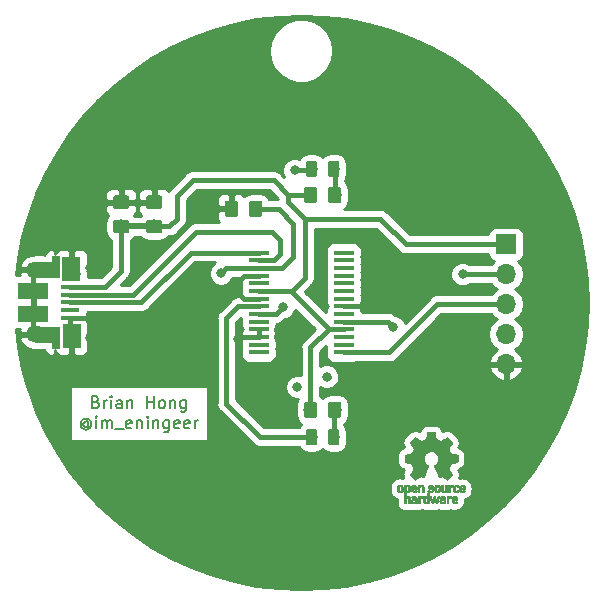
<source format=gbr>
G04 #@! TF.GenerationSoftware,KiCad,Pcbnew,5.0.2-bee76a0~70~ubuntu18.04.1*
G04 #@! TF.CreationDate,2019-08-23T13:18:12-04:00*
G04 #@! TF.ProjectId,badge,62616467-652e-46b6-9963-61645f706362,rev?*
G04 #@! TF.SameCoordinates,Original*
G04 #@! TF.FileFunction,Copper,L1,Top*
G04 #@! TF.FilePolarity,Positive*
%FSLAX46Y46*%
G04 Gerber Fmt 4.6, Leading zero omitted, Abs format (unit mm)*
G04 Created by KiCad (PCBNEW 5.0.2-bee76a0~70~ubuntu18.04.1) date Fri 23 Aug 2019 01:18:12 PM EDT*
%MOMM*%
%LPD*%
G01*
G04 APERTURE LIST*
G04 #@! TA.AperFunction,NonConductor*
%ADD10C,0.200000*%
G04 #@! TD*
G04 #@! TA.AperFunction,EtchedComponent*
%ADD11C,0.010000*%
G04 #@! TD*
G04 #@! TA.AperFunction,Conductor*
%ADD12C,0.100000*%
G04 #@! TD*
G04 #@! TA.AperFunction,SMDPad,CuDef*
%ADD13C,1.150000*%
G04 #@! TD*
G04 #@! TA.AperFunction,SMDPad,CuDef*
%ADD14C,0.975000*%
G04 #@! TD*
G04 #@! TA.AperFunction,SMDPad,CuDef*
%ADD15R,2.000000X1.350000*%
G04 #@! TD*
G04 #@! TA.AperFunction,SMDPad,CuDef*
%ADD16R,0.700000X1.825000*%
G04 #@! TD*
G04 #@! TA.AperFunction,SMDPad,CuDef*
%ADD17R,1.500000X2.000000*%
G04 #@! TD*
G04 #@! TA.AperFunction,SMDPad,CuDef*
%ADD18R,1.650000X0.400000*%
G04 #@! TD*
G04 #@! TA.AperFunction,ComponentPad*
%ADD19O,1.500000X1.100000*%
G04 #@! TD*
G04 #@! TA.AperFunction,ComponentPad*
%ADD20O,1.700000X1.350000*%
G04 #@! TD*
G04 #@! TA.AperFunction,SMDPad,CuDef*
%ADD21R,2.500000X1.430000*%
G04 #@! TD*
G04 #@! TA.AperFunction,ComponentPad*
%ADD22R,1.700000X1.700000*%
G04 #@! TD*
G04 #@! TA.AperFunction,ComponentPad*
%ADD23O,1.700000X1.700000*%
G04 #@! TD*
G04 #@! TA.AperFunction,SMDPad,CuDef*
%ADD24R,1.750000X0.450000*%
G04 #@! TD*
G04 #@! TA.AperFunction,ViaPad*
%ADD25C,0.800000*%
G04 #@! TD*
G04 #@! TA.AperFunction,Conductor*
%ADD26C,0.400000*%
G04 #@! TD*
G04 #@! TA.AperFunction,Conductor*
%ADD27C,0.500000*%
G04 #@! TD*
G04 #@! TA.AperFunction,Conductor*
%ADD28C,0.254000*%
G04 #@! TD*
G04 APERTURE END LIST*
D10*
X151627342Y-102227971D02*
X151770200Y-102275590D01*
X151817819Y-102323209D01*
X151865438Y-102418447D01*
X151865438Y-102561304D01*
X151817819Y-102656542D01*
X151770200Y-102704161D01*
X151674961Y-102751780D01*
X151294009Y-102751780D01*
X151294009Y-101751780D01*
X151627342Y-101751780D01*
X151722580Y-101799400D01*
X151770200Y-101847019D01*
X151817819Y-101942257D01*
X151817819Y-102037495D01*
X151770200Y-102132733D01*
X151722580Y-102180352D01*
X151627342Y-102227971D01*
X151294009Y-102227971D01*
X152294009Y-102751780D02*
X152294009Y-102085114D01*
X152294009Y-102275590D02*
X152341628Y-102180352D01*
X152389247Y-102132733D01*
X152484485Y-102085114D01*
X152579723Y-102085114D01*
X152913057Y-102751780D02*
X152913057Y-102085114D01*
X152913057Y-101751780D02*
X152865438Y-101799400D01*
X152913057Y-101847019D01*
X152960676Y-101799400D01*
X152913057Y-101751780D01*
X152913057Y-101847019D01*
X153817819Y-102751780D02*
X153817819Y-102227971D01*
X153770200Y-102132733D01*
X153674961Y-102085114D01*
X153484485Y-102085114D01*
X153389247Y-102132733D01*
X153817819Y-102704161D02*
X153722580Y-102751780D01*
X153484485Y-102751780D01*
X153389247Y-102704161D01*
X153341628Y-102608923D01*
X153341628Y-102513685D01*
X153389247Y-102418447D01*
X153484485Y-102370828D01*
X153722580Y-102370828D01*
X153817819Y-102323209D01*
X154294009Y-102085114D02*
X154294009Y-102751780D01*
X154294009Y-102180352D02*
X154341628Y-102132733D01*
X154436866Y-102085114D01*
X154579723Y-102085114D01*
X154674961Y-102132733D01*
X154722580Y-102227971D01*
X154722580Y-102751780D01*
X155960676Y-102751780D02*
X155960676Y-101751780D01*
X155960676Y-102227971D02*
X156532104Y-102227971D01*
X156532104Y-102751780D02*
X156532104Y-101751780D01*
X157151152Y-102751780D02*
X157055914Y-102704161D01*
X157008295Y-102656542D01*
X156960676Y-102561304D01*
X156960676Y-102275590D01*
X157008295Y-102180352D01*
X157055914Y-102132733D01*
X157151152Y-102085114D01*
X157294009Y-102085114D01*
X157389247Y-102132733D01*
X157436866Y-102180352D01*
X157484485Y-102275590D01*
X157484485Y-102561304D01*
X157436866Y-102656542D01*
X157389247Y-102704161D01*
X157294009Y-102751780D01*
X157151152Y-102751780D01*
X157913057Y-102085114D02*
X157913057Y-102751780D01*
X157913057Y-102180352D02*
X157960676Y-102132733D01*
X158055914Y-102085114D01*
X158198771Y-102085114D01*
X158294009Y-102132733D01*
X158341628Y-102227971D01*
X158341628Y-102751780D01*
X159246390Y-102085114D02*
X159246390Y-102894638D01*
X159198771Y-102989876D01*
X159151152Y-103037495D01*
X159055914Y-103085114D01*
X158913057Y-103085114D01*
X158817819Y-103037495D01*
X159246390Y-102704161D02*
X159151152Y-102751780D01*
X158960676Y-102751780D01*
X158865438Y-102704161D01*
X158817819Y-102656542D01*
X158770200Y-102561304D01*
X158770200Y-102275590D01*
X158817819Y-102180352D01*
X158865438Y-102132733D01*
X158960676Y-102085114D01*
X159151152Y-102085114D01*
X159246390Y-102132733D01*
X151008295Y-103975590D02*
X150960676Y-103927971D01*
X150865438Y-103880352D01*
X150770200Y-103880352D01*
X150674961Y-103927971D01*
X150627342Y-103975590D01*
X150579723Y-104070828D01*
X150579723Y-104166066D01*
X150627342Y-104261304D01*
X150674961Y-104308923D01*
X150770200Y-104356542D01*
X150865438Y-104356542D01*
X150960676Y-104308923D01*
X151008295Y-104261304D01*
X151008295Y-103880352D02*
X151008295Y-104261304D01*
X151055914Y-104308923D01*
X151103533Y-104308923D01*
X151198771Y-104261304D01*
X151246390Y-104166066D01*
X151246390Y-103927971D01*
X151151152Y-103785114D01*
X151008295Y-103689876D01*
X150817819Y-103642257D01*
X150627342Y-103689876D01*
X150484485Y-103785114D01*
X150389247Y-103927971D01*
X150341628Y-104118447D01*
X150389247Y-104308923D01*
X150484485Y-104451780D01*
X150627342Y-104547019D01*
X150817819Y-104594638D01*
X151008295Y-104547019D01*
X151151152Y-104451780D01*
X151674961Y-104451780D02*
X151674961Y-103785114D01*
X151674961Y-103451780D02*
X151627342Y-103499400D01*
X151674961Y-103547019D01*
X151722580Y-103499400D01*
X151674961Y-103451780D01*
X151674961Y-103547019D01*
X152151152Y-104451780D02*
X152151152Y-103785114D01*
X152151152Y-103880352D02*
X152198771Y-103832733D01*
X152294009Y-103785114D01*
X152436866Y-103785114D01*
X152532104Y-103832733D01*
X152579723Y-103927971D01*
X152579723Y-104451780D01*
X152579723Y-103927971D02*
X152627342Y-103832733D01*
X152722580Y-103785114D01*
X152865438Y-103785114D01*
X152960676Y-103832733D01*
X153008295Y-103927971D01*
X153008295Y-104451780D01*
X153246390Y-104547019D02*
X154008295Y-104547019D01*
X154627342Y-104404161D02*
X154532104Y-104451780D01*
X154341628Y-104451780D01*
X154246390Y-104404161D01*
X154198771Y-104308923D01*
X154198771Y-103927971D01*
X154246390Y-103832733D01*
X154341628Y-103785114D01*
X154532104Y-103785114D01*
X154627342Y-103832733D01*
X154674961Y-103927971D01*
X154674961Y-104023209D01*
X154198771Y-104118447D01*
X155103533Y-103785114D02*
X155103533Y-104451780D01*
X155103533Y-103880352D02*
X155151152Y-103832733D01*
X155246390Y-103785114D01*
X155389247Y-103785114D01*
X155484485Y-103832733D01*
X155532104Y-103927971D01*
X155532104Y-104451780D01*
X156008295Y-104451780D02*
X156008295Y-103785114D01*
X156008295Y-103451780D02*
X155960676Y-103499400D01*
X156008295Y-103547019D01*
X156055914Y-103499400D01*
X156008295Y-103451780D01*
X156008295Y-103547019D01*
X156484485Y-103785114D02*
X156484485Y-104451780D01*
X156484485Y-103880352D02*
X156532104Y-103832733D01*
X156627342Y-103785114D01*
X156770200Y-103785114D01*
X156865438Y-103832733D01*
X156913057Y-103927971D01*
X156913057Y-104451780D01*
X157817819Y-103785114D02*
X157817819Y-104594638D01*
X157770200Y-104689876D01*
X157722580Y-104737495D01*
X157627342Y-104785114D01*
X157484485Y-104785114D01*
X157389247Y-104737495D01*
X157817819Y-104404161D02*
X157722580Y-104451780D01*
X157532104Y-104451780D01*
X157436866Y-104404161D01*
X157389247Y-104356542D01*
X157341628Y-104261304D01*
X157341628Y-103975590D01*
X157389247Y-103880352D01*
X157436866Y-103832733D01*
X157532104Y-103785114D01*
X157722580Y-103785114D01*
X157817819Y-103832733D01*
X158674961Y-104404161D02*
X158579723Y-104451780D01*
X158389247Y-104451780D01*
X158294009Y-104404161D01*
X158246390Y-104308923D01*
X158246390Y-103927971D01*
X158294009Y-103832733D01*
X158389247Y-103785114D01*
X158579723Y-103785114D01*
X158674961Y-103832733D01*
X158722580Y-103927971D01*
X158722580Y-104023209D01*
X158246390Y-104118447D01*
X159532104Y-104404161D02*
X159436866Y-104451780D01*
X159246390Y-104451780D01*
X159151152Y-104404161D01*
X159103533Y-104308923D01*
X159103533Y-103927971D01*
X159151152Y-103832733D01*
X159246390Y-103785114D01*
X159436866Y-103785114D01*
X159532104Y-103832733D01*
X159579723Y-103927971D01*
X159579723Y-104023209D01*
X159103533Y-104118447D01*
X160008295Y-104451780D02*
X160008295Y-103785114D01*
X160008295Y-103975590D02*
X160055914Y-103880352D01*
X160103533Y-103832733D01*
X160198771Y-103785114D01*
X160294009Y-103785114D01*
D11*
G04 #@! TO.C,REF\002A\002A*
G36*
X180386764Y-105087618D02*
X180443612Y-105389170D01*
X180863138Y-105562112D01*
X181114784Y-105390995D01*
X181185258Y-105343350D01*
X181248963Y-105300810D01*
X181302926Y-105265315D01*
X181344173Y-105238810D01*
X181369734Y-105223236D01*
X181376695Y-105219878D01*
X181389235Y-105228514D01*
X181416031Y-105252392D01*
X181454080Y-105288459D01*
X181500379Y-105333667D01*
X181551923Y-105384964D01*
X181605709Y-105439301D01*
X181658735Y-105493628D01*
X181707995Y-105544895D01*
X181750487Y-105590051D01*
X181783207Y-105626046D01*
X181803151Y-105649830D01*
X181807919Y-105657790D01*
X181801057Y-105672465D01*
X181781820Y-105704614D01*
X181752230Y-105751092D01*
X181714310Y-105808756D01*
X181670082Y-105874460D01*
X181644454Y-105911936D01*
X181597741Y-105980368D01*
X181556232Y-106042120D01*
X181521940Y-106094119D01*
X181496880Y-106133292D01*
X181483064Y-106156565D01*
X181480988Y-106161455D01*
X181485695Y-106175355D01*
X181498523Y-106207750D01*
X181517538Y-106254085D01*
X181540803Y-106309806D01*
X181566384Y-106370358D01*
X181592345Y-106431186D01*
X181616750Y-106487736D01*
X181637663Y-106535452D01*
X181653149Y-106569781D01*
X181661272Y-106586168D01*
X181661752Y-106586812D01*
X181674507Y-106589941D01*
X181708477Y-106596921D01*
X181760140Y-106607067D01*
X181825976Y-106619692D01*
X181902464Y-106634109D01*
X181947090Y-106642423D01*
X182028821Y-106657984D01*
X182102643Y-106672792D01*
X182164821Y-106686036D01*
X182211622Y-106696905D01*
X182239309Y-106704589D01*
X182244874Y-106707027D01*
X182250326Y-106723530D01*
X182254724Y-106760800D01*
X182258072Y-106814480D01*
X182260374Y-106880212D01*
X182261632Y-106953637D01*
X182261848Y-107030396D01*
X182261027Y-107106132D01*
X182259171Y-107176486D01*
X182256282Y-107237100D01*
X182252365Y-107283616D01*
X182247422Y-107311675D01*
X182244457Y-107317516D01*
X182226734Y-107324517D01*
X182189181Y-107334527D01*
X182136764Y-107346369D01*
X182074452Y-107358867D01*
X182052700Y-107362910D01*
X181947824Y-107382120D01*
X181864980Y-107397591D01*
X181801430Y-107409937D01*
X181754437Y-107419773D01*
X181721263Y-107427714D01*
X181699171Y-107434376D01*
X181685424Y-107440373D01*
X181677284Y-107446319D01*
X181676145Y-107447494D01*
X181664777Y-107466426D01*
X181647435Y-107503269D01*
X181625850Y-107553513D01*
X181601754Y-107612646D01*
X181576879Y-107676156D01*
X181552957Y-107739532D01*
X181531719Y-107798262D01*
X181514897Y-107847835D01*
X181504222Y-107883739D01*
X181501427Y-107901462D01*
X181501660Y-107902083D01*
X181511131Y-107916570D01*
X181532618Y-107948444D01*
X181563863Y-107994389D01*
X181602607Y-108051085D01*
X181646593Y-108115217D01*
X181659119Y-108133442D01*
X181703784Y-108199514D01*
X181743088Y-108259800D01*
X181774888Y-108310835D01*
X181797045Y-108349160D01*
X181807417Y-108371311D01*
X181807919Y-108374032D01*
X181799205Y-108388336D01*
X181775125Y-108416672D01*
X181738776Y-108455996D01*
X181693253Y-108503261D01*
X181641652Y-108555423D01*
X181587067Y-108609435D01*
X181532594Y-108662253D01*
X181481329Y-108710831D01*
X181436367Y-108752123D01*
X181400804Y-108783085D01*
X181377735Y-108800670D01*
X181371354Y-108803541D01*
X181356499Y-108796778D01*
X181326086Y-108778539D01*
X181285068Y-108751897D01*
X181253509Y-108730452D01*
X181196325Y-108691103D01*
X181128606Y-108644771D01*
X181060680Y-108598513D01*
X181024161Y-108573755D01*
X180900552Y-108490147D01*
X180796791Y-108546250D01*
X180749520Y-108570828D01*
X180709323Y-108589931D01*
X180682126Y-108600827D01*
X180675202Y-108602343D01*
X180666877Y-108591149D01*
X180650454Y-108559517D01*
X180627157Y-108510365D01*
X180598214Y-108446610D01*
X180564850Y-108371171D01*
X180528291Y-108286964D01*
X180489764Y-108196908D01*
X180450494Y-108103921D01*
X180411708Y-108010920D01*
X180374630Y-107920823D01*
X180340489Y-107836548D01*
X180310508Y-107761013D01*
X180285916Y-107697134D01*
X180267936Y-107647831D01*
X180257797Y-107616021D01*
X180256166Y-107605096D01*
X180269091Y-107591161D01*
X180297389Y-107568540D01*
X180335146Y-107541933D01*
X180338315Y-107539828D01*
X180435900Y-107461714D01*
X180514586Y-107370582D01*
X180573691Y-107269345D01*
X180612532Y-107160918D01*
X180630428Y-107048214D01*
X180626697Y-106934148D01*
X180600657Y-106821634D01*
X180551625Y-106713585D01*
X180537200Y-106689945D01*
X180462169Y-106594487D01*
X180373530Y-106517832D01*
X180274349Y-106460380D01*
X180167695Y-106422529D01*
X180056636Y-106404678D01*
X179944239Y-106407225D01*
X179833573Y-106430570D01*
X179727706Y-106475110D01*
X179629705Y-106541245D01*
X179599390Y-106568087D01*
X179522238Y-106652112D01*
X179466018Y-106740566D01*
X179427453Y-106839715D01*
X179405974Y-106937903D01*
X179400672Y-107048297D01*
X179418352Y-107159240D01*
X179457219Y-107266981D01*
X179515477Y-107367769D01*
X179591331Y-107457856D01*
X179682983Y-107533492D01*
X179695028Y-107541464D01*
X179733189Y-107567574D01*
X179762199Y-107590195D01*
X179776068Y-107604639D01*
X179776269Y-107605096D01*
X179773292Y-107620721D01*
X179761489Y-107656182D01*
X179742086Y-107708562D01*
X179716312Y-107774945D01*
X179685391Y-107852414D01*
X179650551Y-107938050D01*
X179613017Y-108028937D01*
X179574017Y-108122159D01*
X179534777Y-108214797D01*
X179496524Y-108303935D01*
X179460483Y-108386655D01*
X179427883Y-108460041D01*
X179399948Y-108521175D01*
X179377905Y-108567141D01*
X179362982Y-108595021D01*
X179356972Y-108602343D01*
X179338609Y-108596641D01*
X179304248Y-108581349D01*
X179259816Y-108559199D01*
X179235383Y-108546250D01*
X179131622Y-108490147D01*
X179008013Y-108573755D01*
X178944914Y-108616587D01*
X178875830Y-108663722D01*
X178811093Y-108708103D01*
X178778666Y-108730452D01*
X178733059Y-108761077D01*
X178694440Y-108785347D01*
X178667848Y-108800187D01*
X178659210Y-108803324D01*
X178646639Y-108794861D01*
X178618816Y-108771236D01*
X178578439Y-108734902D01*
X178528205Y-108688311D01*
X178470812Y-108633917D01*
X178434514Y-108598992D01*
X178371010Y-108536596D01*
X178316127Y-108480788D01*
X178272086Y-108433954D01*
X178241105Y-108398482D01*
X178225402Y-108376761D01*
X178223895Y-108372352D01*
X178230886Y-108355585D01*
X178250206Y-108321682D01*
X178279709Y-108274076D01*
X178317255Y-108216199D01*
X178360700Y-108151484D01*
X178373055Y-108133442D01*
X178418073Y-108067867D01*
X178458460Y-108008828D01*
X178491960Y-107959642D01*
X178516314Y-107923628D01*
X178529264Y-107904102D01*
X178530515Y-107902083D01*
X178528644Y-107886522D01*
X178518713Y-107852309D01*
X178502453Y-107803955D01*
X178481595Y-107745971D01*
X178457873Y-107682870D01*
X178433016Y-107619163D01*
X178408758Y-107559361D01*
X178386829Y-107507976D01*
X178368962Y-107469519D01*
X178356887Y-107448502D01*
X178356029Y-107447494D01*
X178348646Y-107441488D01*
X178336175Y-107435548D01*
X178315880Y-107429060D01*
X178285022Y-107421409D01*
X178240866Y-107411980D01*
X178180674Y-107400159D01*
X178101707Y-107385329D01*
X178001230Y-107366877D01*
X177979475Y-107362910D01*
X177914998Y-107350453D01*
X177858789Y-107338266D01*
X177815813Y-107327526D01*
X177791040Y-107319409D01*
X177787718Y-107317516D01*
X177782244Y-107300738D01*
X177777794Y-107263245D01*
X177774372Y-107209394D01*
X177771981Y-107143544D01*
X177770623Y-107070053D01*
X177770301Y-106993280D01*
X177771019Y-106917583D01*
X177772779Y-106847320D01*
X177775584Y-106786850D01*
X177779438Y-106740530D01*
X177784343Y-106712719D01*
X177787300Y-106707027D01*
X177803763Y-106701286D01*
X177841249Y-106691945D01*
X177896025Y-106679815D01*
X177964355Y-106665707D01*
X178042506Y-106650430D01*
X178085084Y-106642423D01*
X178165871Y-106627321D01*
X178237913Y-106613640D01*
X178297689Y-106602067D01*
X178341679Y-106593287D01*
X178366361Y-106587987D01*
X178370423Y-106586812D01*
X178377289Y-106573565D01*
X178391802Y-106541657D01*
X178412029Y-106495647D01*
X178436034Y-106440092D01*
X178461882Y-106379553D01*
X178487640Y-106318586D01*
X178511373Y-106261751D01*
X178531146Y-106213606D01*
X178545024Y-106178710D01*
X178551074Y-106161621D01*
X178551186Y-106160874D01*
X178544328Y-106147393D01*
X178525102Y-106116370D01*
X178495528Y-106070889D01*
X178457627Y-106014032D01*
X178413420Y-105948883D01*
X178387721Y-105911462D01*
X178340893Y-105842847D01*
X178299301Y-105780552D01*
X178264975Y-105727729D01*
X178239943Y-105687527D01*
X178226235Y-105663100D01*
X178224256Y-105657624D01*
X178232766Y-105644878D01*
X178256293Y-105617663D01*
X178291832Y-105579028D01*
X178336377Y-105532023D01*
X178386923Y-105479695D01*
X178440464Y-105425095D01*
X178493995Y-105371270D01*
X178544511Y-105321270D01*
X178589006Y-105278143D01*
X178624475Y-105244939D01*
X178647913Y-105224706D01*
X178655754Y-105219878D01*
X178668520Y-105226667D01*
X178699056Y-105245742D01*
X178744390Y-105275161D01*
X178801556Y-105312981D01*
X178867584Y-105357261D01*
X178917390Y-105390995D01*
X179169036Y-105562112D01*
X179378799Y-105475641D01*
X179588563Y-105389170D01*
X179645411Y-105087618D01*
X179702260Y-104786066D01*
X180329915Y-104786066D01*
X180386764Y-105087618D01*
X180386764Y-105087618D01*
G37*
X180386764Y-105087618D02*
X180443612Y-105389170D01*
X180863138Y-105562112D01*
X181114784Y-105390995D01*
X181185258Y-105343350D01*
X181248963Y-105300810D01*
X181302926Y-105265315D01*
X181344173Y-105238810D01*
X181369734Y-105223236D01*
X181376695Y-105219878D01*
X181389235Y-105228514D01*
X181416031Y-105252392D01*
X181454080Y-105288459D01*
X181500379Y-105333667D01*
X181551923Y-105384964D01*
X181605709Y-105439301D01*
X181658735Y-105493628D01*
X181707995Y-105544895D01*
X181750487Y-105590051D01*
X181783207Y-105626046D01*
X181803151Y-105649830D01*
X181807919Y-105657790D01*
X181801057Y-105672465D01*
X181781820Y-105704614D01*
X181752230Y-105751092D01*
X181714310Y-105808756D01*
X181670082Y-105874460D01*
X181644454Y-105911936D01*
X181597741Y-105980368D01*
X181556232Y-106042120D01*
X181521940Y-106094119D01*
X181496880Y-106133292D01*
X181483064Y-106156565D01*
X181480988Y-106161455D01*
X181485695Y-106175355D01*
X181498523Y-106207750D01*
X181517538Y-106254085D01*
X181540803Y-106309806D01*
X181566384Y-106370358D01*
X181592345Y-106431186D01*
X181616750Y-106487736D01*
X181637663Y-106535452D01*
X181653149Y-106569781D01*
X181661272Y-106586168D01*
X181661752Y-106586812D01*
X181674507Y-106589941D01*
X181708477Y-106596921D01*
X181760140Y-106607067D01*
X181825976Y-106619692D01*
X181902464Y-106634109D01*
X181947090Y-106642423D01*
X182028821Y-106657984D01*
X182102643Y-106672792D01*
X182164821Y-106686036D01*
X182211622Y-106696905D01*
X182239309Y-106704589D01*
X182244874Y-106707027D01*
X182250326Y-106723530D01*
X182254724Y-106760800D01*
X182258072Y-106814480D01*
X182260374Y-106880212D01*
X182261632Y-106953637D01*
X182261848Y-107030396D01*
X182261027Y-107106132D01*
X182259171Y-107176486D01*
X182256282Y-107237100D01*
X182252365Y-107283616D01*
X182247422Y-107311675D01*
X182244457Y-107317516D01*
X182226734Y-107324517D01*
X182189181Y-107334527D01*
X182136764Y-107346369D01*
X182074452Y-107358867D01*
X182052700Y-107362910D01*
X181947824Y-107382120D01*
X181864980Y-107397591D01*
X181801430Y-107409937D01*
X181754437Y-107419773D01*
X181721263Y-107427714D01*
X181699171Y-107434376D01*
X181685424Y-107440373D01*
X181677284Y-107446319D01*
X181676145Y-107447494D01*
X181664777Y-107466426D01*
X181647435Y-107503269D01*
X181625850Y-107553513D01*
X181601754Y-107612646D01*
X181576879Y-107676156D01*
X181552957Y-107739532D01*
X181531719Y-107798262D01*
X181514897Y-107847835D01*
X181504222Y-107883739D01*
X181501427Y-107901462D01*
X181501660Y-107902083D01*
X181511131Y-107916570D01*
X181532618Y-107948444D01*
X181563863Y-107994389D01*
X181602607Y-108051085D01*
X181646593Y-108115217D01*
X181659119Y-108133442D01*
X181703784Y-108199514D01*
X181743088Y-108259800D01*
X181774888Y-108310835D01*
X181797045Y-108349160D01*
X181807417Y-108371311D01*
X181807919Y-108374032D01*
X181799205Y-108388336D01*
X181775125Y-108416672D01*
X181738776Y-108455996D01*
X181693253Y-108503261D01*
X181641652Y-108555423D01*
X181587067Y-108609435D01*
X181532594Y-108662253D01*
X181481329Y-108710831D01*
X181436367Y-108752123D01*
X181400804Y-108783085D01*
X181377735Y-108800670D01*
X181371354Y-108803541D01*
X181356499Y-108796778D01*
X181326086Y-108778539D01*
X181285068Y-108751897D01*
X181253509Y-108730452D01*
X181196325Y-108691103D01*
X181128606Y-108644771D01*
X181060680Y-108598513D01*
X181024161Y-108573755D01*
X180900552Y-108490147D01*
X180796791Y-108546250D01*
X180749520Y-108570828D01*
X180709323Y-108589931D01*
X180682126Y-108600827D01*
X180675202Y-108602343D01*
X180666877Y-108591149D01*
X180650454Y-108559517D01*
X180627157Y-108510365D01*
X180598214Y-108446610D01*
X180564850Y-108371171D01*
X180528291Y-108286964D01*
X180489764Y-108196908D01*
X180450494Y-108103921D01*
X180411708Y-108010920D01*
X180374630Y-107920823D01*
X180340489Y-107836548D01*
X180310508Y-107761013D01*
X180285916Y-107697134D01*
X180267936Y-107647831D01*
X180257797Y-107616021D01*
X180256166Y-107605096D01*
X180269091Y-107591161D01*
X180297389Y-107568540D01*
X180335146Y-107541933D01*
X180338315Y-107539828D01*
X180435900Y-107461714D01*
X180514586Y-107370582D01*
X180573691Y-107269345D01*
X180612532Y-107160918D01*
X180630428Y-107048214D01*
X180626697Y-106934148D01*
X180600657Y-106821634D01*
X180551625Y-106713585D01*
X180537200Y-106689945D01*
X180462169Y-106594487D01*
X180373530Y-106517832D01*
X180274349Y-106460380D01*
X180167695Y-106422529D01*
X180056636Y-106404678D01*
X179944239Y-106407225D01*
X179833573Y-106430570D01*
X179727706Y-106475110D01*
X179629705Y-106541245D01*
X179599390Y-106568087D01*
X179522238Y-106652112D01*
X179466018Y-106740566D01*
X179427453Y-106839715D01*
X179405974Y-106937903D01*
X179400672Y-107048297D01*
X179418352Y-107159240D01*
X179457219Y-107266981D01*
X179515477Y-107367769D01*
X179591331Y-107457856D01*
X179682983Y-107533492D01*
X179695028Y-107541464D01*
X179733189Y-107567574D01*
X179762199Y-107590195D01*
X179776068Y-107604639D01*
X179776269Y-107605096D01*
X179773292Y-107620721D01*
X179761489Y-107656182D01*
X179742086Y-107708562D01*
X179716312Y-107774945D01*
X179685391Y-107852414D01*
X179650551Y-107938050D01*
X179613017Y-108028937D01*
X179574017Y-108122159D01*
X179534777Y-108214797D01*
X179496524Y-108303935D01*
X179460483Y-108386655D01*
X179427883Y-108460041D01*
X179399948Y-108521175D01*
X179377905Y-108567141D01*
X179362982Y-108595021D01*
X179356972Y-108602343D01*
X179338609Y-108596641D01*
X179304248Y-108581349D01*
X179259816Y-108559199D01*
X179235383Y-108546250D01*
X179131622Y-108490147D01*
X179008013Y-108573755D01*
X178944914Y-108616587D01*
X178875830Y-108663722D01*
X178811093Y-108708103D01*
X178778666Y-108730452D01*
X178733059Y-108761077D01*
X178694440Y-108785347D01*
X178667848Y-108800187D01*
X178659210Y-108803324D01*
X178646639Y-108794861D01*
X178618816Y-108771236D01*
X178578439Y-108734902D01*
X178528205Y-108688311D01*
X178470812Y-108633917D01*
X178434514Y-108598992D01*
X178371010Y-108536596D01*
X178316127Y-108480788D01*
X178272086Y-108433954D01*
X178241105Y-108398482D01*
X178225402Y-108376761D01*
X178223895Y-108372352D01*
X178230886Y-108355585D01*
X178250206Y-108321682D01*
X178279709Y-108274076D01*
X178317255Y-108216199D01*
X178360700Y-108151484D01*
X178373055Y-108133442D01*
X178418073Y-108067867D01*
X178458460Y-108008828D01*
X178491960Y-107959642D01*
X178516314Y-107923628D01*
X178529264Y-107904102D01*
X178530515Y-107902083D01*
X178528644Y-107886522D01*
X178518713Y-107852309D01*
X178502453Y-107803955D01*
X178481595Y-107745971D01*
X178457873Y-107682870D01*
X178433016Y-107619163D01*
X178408758Y-107559361D01*
X178386829Y-107507976D01*
X178368962Y-107469519D01*
X178356887Y-107448502D01*
X178356029Y-107447494D01*
X178348646Y-107441488D01*
X178336175Y-107435548D01*
X178315880Y-107429060D01*
X178285022Y-107421409D01*
X178240866Y-107411980D01*
X178180674Y-107400159D01*
X178101707Y-107385329D01*
X178001230Y-107366877D01*
X177979475Y-107362910D01*
X177914998Y-107350453D01*
X177858789Y-107338266D01*
X177815813Y-107327526D01*
X177791040Y-107319409D01*
X177787718Y-107317516D01*
X177782244Y-107300738D01*
X177777794Y-107263245D01*
X177774372Y-107209394D01*
X177771981Y-107143544D01*
X177770623Y-107070053D01*
X177770301Y-106993280D01*
X177771019Y-106917583D01*
X177772779Y-106847320D01*
X177775584Y-106786850D01*
X177779438Y-106740530D01*
X177784343Y-106712719D01*
X177787300Y-106707027D01*
X177803763Y-106701286D01*
X177841249Y-106691945D01*
X177896025Y-106679815D01*
X177964355Y-106665707D01*
X178042506Y-106650430D01*
X178085084Y-106642423D01*
X178165871Y-106627321D01*
X178237913Y-106613640D01*
X178297689Y-106602067D01*
X178341679Y-106593287D01*
X178366361Y-106587987D01*
X178370423Y-106586812D01*
X178377289Y-106573565D01*
X178391802Y-106541657D01*
X178412029Y-106495647D01*
X178436034Y-106440092D01*
X178461882Y-106379553D01*
X178487640Y-106318586D01*
X178511373Y-106261751D01*
X178531146Y-106213606D01*
X178545024Y-106178710D01*
X178551074Y-106161621D01*
X178551186Y-106160874D01*
X178544328Y-106147393D01*
X178525102Y-106116370D01*
X178495528Y-106070889D01*
X178457627Y-106014032D01*
X178413420Y-105948883D01*
X178387721Y-105911462D01*
X178340893Y-105842847D01*
X178299301Y-105780552D01*
X178264975Y-105727729D01*
X178239943Y-105687527D01*
X178226235Y-105663100D01*
X178224256Y-105657624D01*
X178232766Y-105644878D01*
X178256293Y-105617663D01*
X178291832Y-105579028D01*
X178336377Y-105532023D01*
X178386923Y-105479695D01*
X178440464Y-105425095D01*
X178493995Y-105371270D01*
X178544511Y-105321270D01*
X178589006Y-105278143D01*
X178624475Y-105244939D01*
X178647913Y-105224706D01*
X178655754Y-105219878D01*
X178668520Y-105226667D01*
X178699056Y-105245742D01*
X178744390Y-105275161D01*
X178801556Y-105312981D01*
X178867584Y-105357261D01*
X178917390Y-105390995D01*
X179169036Y-105562112D01*
X179378799Y-105475641D01*
X179588563Y-105389170D01*
X179645411Y-105087618D01*
X179702260Y-104786066D01*
X180329915Y-104786066D01*
X180386764Y-105087618D01*
G36*
X181809260Y-109255630D02*
X181852511Y-109268845D01*
X181880358Y-109285541D01*
X181889429Y-109298745D01*
X181886932Y-109314397D01*
X181870731Y-109338985D01*
X181857032Y-109356400D01*
X181828792Y-109387883D01*
X181807575Y-109401129D01*
X181789488Y-109400264D01*
X181735835Y-109386610D01*
X181696430Y-109387230D01*
X181664432Y-109402704D01*
X181653690Y-109411761D01*
X181619305Y-109443627D01*
X181619305Y-109859779D01*
X181480988Y-109859779D01*
X181480988Y-109256214D01*
X181550147Y-109256214D01*
X181591669Y-109257856D01*
X181613091Y-109263687D01*
X181619302Y-109275061D01*
X181619305Y-109275398D01*
X181622239Y-109287313D01*
X181635504Y-109285759D01*
X181653884Y-109277163D01*
X181691846Y-109261168D01*
X181722672Y-109251545D01*
X181762336Y-109249078D01*
X181809260Y-109255630D01*
X181809260Y-109255630D01*
G37*
X181809260Y-109255630D02*
X181852511Y-109268845D01*
X181880358Y-109285541D01*
X181889429Y-109298745D01*
X181886932Y-109314397D01*
X181870731Y-109338985D01*
X181857032Y-109356400D01*
X181828792Y-109387883D01*
X181807575Y-109401129D01*
X181789488Y-109400264D01*
X181735835Y-109386610D01*
X181696430Y-109387230D01*
X181664432Y-109402704D01*
X181653690Y-109411761D01*
X181619305Y-109443627D01*
X181619305Y-109859779D01*
X181480988Y-109859779D01*
X181480988Y-109256214D01*
X181550147Y-109256214D01*
X181591669Y-109257856D01*
X181613091Y-109263687D01*
X181619302Y-109275061D01*
X181619305Y-109275398D01*
X181622239Y-109287313D01*
X181635504Y-109285759D01*
X181653884Y-109277163D01*
X181691846Y-109261168D01*
X181722672Y-109251545D01*
X181762336Y-109249078D01*
X181809260Y-109255630D01*
G36*
X179255788Y-109266602D02*
X179287083Y-109281550D01*
X179317391Y-109303141D01*
X179340482Y-109327991D01*
X179357300Y-109359687D01*
X179368794Y-109401814D01*
X179375909Y-109457958D01*
X179379593Y-109531706D01*
X179380792Y-109626644D01*
X179380811Y-109636585D01*
X179381087Y-109859779D01*
X179242770Y-109859779D01*
X179242770Y-109654018D01*
X179242672Y-109577789D01*
X179241991Y-109522539D01*
X179240149Y-109484101D01*
X179236567Y-109458306D01*
X179230668Y-109440984D01*
X179221873Y-109427968D01*
X179209620Y-109415107D01*
X179166753Y-109387473D01*
X179119957Y-109382345D01*
X179075376Y-109399817D01*
X179059872Y-109412821D01*
X179048490Y-109425047D01*
X179040319Y-109438140D01*
X179034826Y-109456215D01*
X179031480Y-109483387D01*
X179029749Y-109523770D01*
X179029103Y-109581479D01*
X179029008Y-109651732D01*
X179029008Y-109859779D01*
X178890691Y-109859779D01*
X178890691Y-109256214D01*
X178959850Y-109256214D01*
X179001372Y-109257856D01*
X179022794Y-109263687D01*
X179029005Y-109275061D01*
X179029008Y-109275398D01*
X179031890Y-109286538D01*
X179044601Y-109285274D01*
X179069874Y-109273034D01*
X179127195Y-109255024D01*
X179192763Y-109253021D01*
X179255788Y-109266602D01*
X179255788Y-109266602D01*
G37*
X179255788Y-109266602D02*
X179287083Y-109281550D01*
X179317391Y-109303141D01*
X179340482Y-109327991D01*
X179357300Y-109359687D01*
X179368794Y-109401814D01*
X179375909Y-109457958D01*
X179379593Y-109531706D01*
X179380792Y-109626644D01*
X179380811Y-109636585D01*
X179381087Y-109859779D01*
X179242770Y-109859779D01*
X179242770Y-109654018D01*
X179242672Y-109577789D01*
X179241991Y-109522539D01*
X179240149Y-109484101D01*
X179236567Y-109458306D01*
X179230668Y-109440984D01*
X179221873Y-109427968D01*
X179209620Y-109415107D01*
X179166753Y-109387473D01*
X179119957Y-109382345D01*
X179075376Y-109399817D01*
X179059872Y-109412821D01*
X179048490Y-109425047D01*
X179040319Y-109438140D01*
X179034826Y-109456215D01*
X179031480Y-109483387D01*
X179029749Y-109523770D01*
X179029103Y-109581479D01*
X179029008Y-109651732D01*
X179029008Y-109859779D01*
X178890691Y-109859779D01*
X178890691Y-109256214D01*
X178959850Y-109256214D01*
X179001372Y-109257856D01*
X179022794Y-109263687D01*
X179029005Y-109275061D01*
X179029008Y-109275398D01*
X179031890Y-109286538D01*
X179044601Y-109285274D01*
X179069874Y-109273034D01*
X179127195Y-109255024D01*
X179192763Y-109253021D01*
X179255788Y-109266602D01*
G36*
X182687698Y-109254057D02*
X182719896Y-109261879D01*
X182781625Y-109290521D01*
X182834410Y-109334267D01*
X182870941Y-109386717D01*
X182875960Y-109398493D01*
X182882845Y-109429340D01*
X182887664Y-109474971D01*
X182889305Y-109521092D01*
X182889305Y-109608293D01*
X182706978Y-109608293D01*
X182631779Y-109608578D01*
X182578803Y-109610304D01*
X182545125Y-109614781D01*
X182527820Y-109623320D01*
X182523963Y-109637230D01*
X182530629Y-109657822D01*
X182542570Y-109681915D01*
X182575880Y-109722125D01*
X182622168Y-109742158D01*
X182678744Y-109741505D01*
X182742831Y-109719701D01*
X182798217Y-109692793D01*
X182844175Y-109729132D01*
X182890133Y-109765472D01*
X182846896Y-109805419D01*
X182789174Y-109843163D01*
X182718186Y-109865920D01*
X182641829Y-109872288D01*
X182567999Y-109860868D01*
X182556087Y-109856993D01*
X182491199Y-109823106D01*
X182442930Y-109772586D01*
X182410265Y-109703925D01*
X182392185Y-109615614D01*
X182391975Y-109613721D01*
X182390356Y-109517478D01*
X182396900Y-109483142D01*
X182524652Y-109483142D01*
X182536384Y-109488422D01*
X182568238Y-109492467D01*
X182615197Y-109494776D01*
X182644954Y-109495125D01*
X182700448Y-109494906D01*
X182735146Y-109493516D01*
X182753401Y-109489851D01*
X182759566Y-109482810D01*
X182757995Y-109471290D01*
X182756678Y-109466833D01*
X182734182Y-109424955D01*
X182698803Y-109391204D01*
X182667580Y-109376373D01*
X182626101Y-109377268D01*
X182584069Y-109395764D01*
X182548812Y-109426386D01*
X182527654Y-109463662D01*
X182524652Y-109483142D01*
X182396900Y-109483142D01*
X182406490Y-109432829D01*
X182438498Y-109361791D01*
X182484501Y-109306379D01*
X182542621Y-109268609D01*
X182610980Y-109250496D01*
X182687698Y-109254057D01*
X182687698Y-109254057D01*
G37*
X182687698Y-109254057D02*
X182719896Y-109261879D01*
X182781625Y-109290521D01*
X182834410Y-109334267D01*
X182870941Y-109386717D01*
X182875960Y-109398493D01*
X182882845Y-109429340D01*
X182887664Y-109474971D01*
X182889305Y-109521092D01*
X182889305Y-109608293D01*
X182706978Y-109608293D01*
X182631779Y-109608578D01*
X182578803Y-109610304D01*
X182545125Y-109614781D01*
X182527820Y-109623320D01*
X182523963Y-109637230D01*
X182530629Y-109657822D01*
X182542570Y-109681915D01*
X182575880Y-109722125D01*
X182622168Y-109742158D01*
X182678744Y-109741505D01*
X182742831Y-109719701D01*
X182798217Y-109692793D01*
X182844175Y-109729132D01*
X182890133Y-109765472D01*
X182846896Y-109805419D01*
X182789174Y-109843163D01*
X182718186Y-109865920D01*
X182641829Y-109872288D01*
X182567999Y-109860868D01*
X182556087Y-109856993D01*
X182491199Y-109823106D01*
X182442930Y-109772586D01*
X182410265Y-109703925D01*
X182392185Y-109615614D01*
X182391975Y-109613721D01*
X182390356Y-109517478D01*
X182396900Y-109483142D01*
X182524652Y-109483142D01*
X182536384Y-109488422D01*
X182568238Y-109492467D01*
X182615197Y-109494776D01*
X182644954Y-109495125D01*
X182700448Y-109494906D01*
X182735146Y-109493516D01*
X182753401Y-109489851D01*
X182759566Y-109482810D01*
X182757995Y-109471290D01*
X182756678Y-109466833D01*
X182734182Y-109424955D01*
X182698803Y-109391204D01*
X182667580Y-109376373D01*
X182626101Y-109377268D01*
X182584069Y-109395764D01*
X182548812Y-109426386D01*
X182527654Y-109463662D01*
X182524652Y-109483142D01*
X182396900Y-109483142D01*
X182406490Y-109432829D01*
X182438498Y-109361791D01*
X182484501Y-109306379D01*
X182542621Y-109268609D01*
X182610980Y-109250496D01*
X182687698Y-109254057D01*
G36*
X182227026Y-109261480D02*
X182299880Y-109292430D01*
X182322827Y-109307495D01*
X182352154Y-109330648D01*
X182370564Y-109348853D01*
X182373761Y-109354783D01*
X182364735Y-109367940D01*
X182341637Y-109390267D01*
X182323144Y-109405850D01*
X182272528Y-109446526D01*
X182232560Y-109412895D01*
X182201674Y-109391184D01*
X182171559Y-109383690D01*
X182137092Y-109385520D01*
X182082361Y-109399128D01*
X182044686Y-109427372D01*
X182021791Y-109473033D01*
X182011397Y-109538889D01*
X182011395Y-109538931D01*
X182012294Y-109612539D01*
X182026263Y-109666546D01*
X182054128Y-109703316D01*
X182073125Y-109715768D01*
X182123576Y-109731273D01*
X182177463Y-109731283D01*
X182224346Y-109716238D01*
X182235444Y-109708887D01*
X182263276Y-109690111D01*
X182285036Y-109687034D01*
X182308504Y-109701009D01*
X182334449Y-109726110D01*
X182375516Y-109768480D01*
X182329921Y-109806064D01*
X182259474Y-109848482D01*
X182180033Y-109869385D01*
X182097015Y-109867872D01*
X182042494Y-109854011D01*
X181978770Y-109819735D01*
X181927805Y-109765812D01*
X181904651Y-109727749D01*
X181885899Y-109673136D01*
X181876515Y-109603969D01*
X181876443Y-109529007D01*
X181885624Y-109457009D01*
X181903999Y-109396737D01*
X181906893Y-109390558D01*
X181949752Y-109329951D01*
X182007779Y-109285824D01*
X182076391Y-109259093D01*
X182151001Y-109250673D01*
X182227026Y-109261480D01*
X182227026Y-109261480D01*
G37*
X182227026Y-109261480D02*
X182299880Y-109292430D01*
X182322827Y-109307495D01*
X182352154Y-109330648D01*
X182370564Y-109348853D01*
X182373761Y-109354783D01*
X182364735Y-109367940D01*
X182341637Y-109390267D01*
X182323144Y-109405850D01*
X182272528Y-109446526D01*
X182232560Y-109412895D01*
X182201674Y-109391184D01*
X182171559Y-109383690D01*
X182137092Y-109385520D01*
X182082361Y-109399128D01*
X182044686Y-109427372D01*
X182021791Y-109473033D01*
X182011397Y-109538889D01*
X182011395Y-109538931D01*
X182012294Y-109612539D01*
X182026263Y-109666546D01*
X182054128Y-109703316D01*
X182073125Y-109715768D01*
X182123576Y-109731273D01*
X182177463Y-109731283D01*
X182224346Y-109716238D01*
X182235444Y-109708887D01*
X182263276Y-109690111D01*
X182285036Y-109687034D01*
X182308504Y-109701009D01*
X182334449Y-109726110D01*
X182375516Y-109768480D01*
X182329921Y-109806064D01*
X182259474Y-109848482D01*
X182180033Y-109869385D01*
X182097015Y-109867872D01*
X182042494Y-109854011D01*
X181978770Y-109819735D01*
X181927805Y-109765812D01*
X181904651Y-109727749D01*
X181885899Y-109673136D01*
X181876515Y-109603969D01*
X181876443Y-109529007D01*
X181885624Y-109457009D01*
X181903999Y-109396737D01*
X181906893Y-109390558D01*
X181949752Y-109329951D01*
X182007779Y-109285824D01*
X182076391Y-109259093D01*
X182151001Y-109250673D01*
X182227026Y-109261480D01*
G36*
X181003167Y-109451942D02*
X181004355Y-109544163D01*
X181008697Y-109614210D01*
X181017358Y-109664981D01*
X181031504Y-109699372D01*
X181052300Y-109720279D01*
X181080910Y-109730600D01*
X181116335Y-109733236D01*
X181153436Y-109730282D01*
X181181618Y-109719489D01*
X181202043Y-109697960D01*
X181215879Y-109662799D01*
X181224291Y-109611110D01*
X181228443Y-109539994D01*
X181229503Y-109451942D01*
X181229503Y-109256214D01*
X181367820Y-109256214D01*
X181367820Y-109859779D01*
X181298662Y-109859779D01*
X181256970Y-109858089D01*
X181235501Y-109852156D01*
X181229503Y-109840893D01*
X181225891Y-109830861D01*
X181211514Y-109832983D01*
X181182536Y-109847180D01*
X181116119Y-109869080D01*
X181045675Y-109867528D01*
X180978177Y-109843747D01*
X180946033Y-109824962D01*
X180921515Y-109804622D01*
X180903604Y-109779173D01*
X180891279Y-109745058D01*
X180883523Y-109698721D01*
X180879316Y-109636607D01*
X180877640Y-109555161D01*
X180877424Y-109492178D01*
X180877424Y-109256214D01*
X181003167Y-109256214D01*
X181003167Y-109451942D01*
X181003167Y-109451942D01*
G37*
X181003167Y-109451942D02*
X181004355Y-109544163D01*
X181008697Y-109614210D01*
X181017358Y-109664981D01*
X181031504Y-109699372D01*
X181052300Y-109720279D01*
X181080910Y-109730600D01*
X181116335Y-109733236D01*
X181153436Y-109730282D01*
X181181618Y-109719489D01*
X181202043Y-109697960D01*
X181215879Y-109662799D01*
X181224291Y-109611110D01*
X181228443Y-109539994D01*
X181229503Y-109451942D01*
X181229503Y-109256214D01*
X181367820Y-109256214D01*
X181367820Y-109859779D01*
X181298662Y-109859779D01*
X181256970Y-109858089D01*
X181235501Y-109852156D01*
X181229503Y-109840893D01*
X181225891Y-109830861D01*
X181211514Y-109832983D01*
X181182536Y-109847180D01*
X181116119Y-109869080D01*
X181045675Y-109867528D01*
X180978177Y-109843747D01*
X180946033Y-109824962D01*
X180921515Y-109804622D01*
X180903604Y-109779173D01*
X180891279Y-109745058D01*
X180883523Y-109698721D01*
X180879316Y-109636607D01*
X180877640Y-109555161D01*
X180877424Y-109492178D01*
X180877424Y-109256214D01*
X181003167Y-109256214D01*
X181003167Y-109451942D01*
G36*
X180620562Y-109263655D02*
X180684163Y-109298292D01*
X180733923Y-109352972D01*
X180757368Y-109397442D01*
X180767434Y-109436721D01*
X180773956Y-109492716D01*
X180776751Y-109557221D01*
X180775636Y-109622029D01*
X180770426Y-109678934D01*
X180764341Y-109709327D01*
X180743814Y-109750906D01*
X180708263Y-109795068D01*
X180665419Y-109833687D01*
X180623011Y-109858634D01*
X180621977Y-109859030D01*
X180569353Y-109869931D01*
X180506988Y-109870201D01*
X180447724Y-109860276D01*
X180424840Y-109852322D01*
X180365902Y-109818900D01*
X180323690Y-109775111D01*
X180295956Y-109717138D01*
X180280451Y-109641165D01*
X180276943Y-109601371D01*
X180277390Y-109551366D01*
X180412176Y-109551366D01*
X180416717Y-109624332D01*
X180429786Y-109679934D01*
X180450556Y-109715461D01*
X180465352Y-109725620D01*
X180503264Y-109732704D01*
X180548327Y-109730607D01*
X180587287Y-109720412D01*
X180597504Y-109714804D01*
X180624459Y-109682138D01*
X180642251Y-109632145D01*
X180649824Y-109571305D01*
X180646125Y-109506097D01*
X180637857Y-109466853D01*
X180614120Y-109421405D01*
X180576649Y-109392996D01*
X180531520Y-109383173D01*
X180484811Y-109393487D01*
X180448932Y-109418712D01*
X180430077Y-109439525D01*
X180419072Y-109460039D01*
X180413826Y-109487803D01*
X180412249Y-109530362D01*
X180412176Y-109551366D01*
X180277390Y-109551366D01*
X180277894Y-109495180D01*
X180295188Y-109408101D01*
X180328829Y-109340130D01*
X180378818Y-109291264D01*
X180445156Y-109261499D01*
X180459401Y-109258048D01*
X180545010Y-109249945D01*
X180620562Y-109263655D01*
X180620562Y-109263655D01*
G37*
X180620562Y-109263655D02*
X180684163Y-109298292D01*
X180733923Y-109352972D01*
X180757368Y-109397442D01*
X180767434Y-109436721D01*
X180773956Y-109492716D01*
X180776751Y-109557221D01*
X180775636Y-109622029D01*
X180770426Y-109678934D01*
X180764341Y-109709327D01*
X180743814Y-109750906D01*
X180708263Y-109795068D01*
X180665419Y-109833687D01*
X180623011Y-109858634D01*
X180621977Y-109859030D01*
X180569353Y-109869931D01*
X180506988Y-109870201D01*
X180447724Y-109860276D01*
X180424840Y-109852322D01*
X180365902Y-109818900D01*
X180323690Y-109775111D01*
X180295956Y-109717138D01*
X180280451Y-109641165D01*
X180276943Y-109601371D01*
X180277390Y-109551366D01*
X180412176Y-109551366D01*
X180416717Y-109624332D01*
X180429786Y-109679934D01*
X180450556Y-109715461D01*
X180465352Y-109725620D01*
X180503264Y-109732704D01*
X180548327Y-109730607D01*
X180587287Y-109720412D01*
X180597504Y-109714804D01*
X180624459Y-109682138D01*
X180642251Y-109632145D01*
X180649824Y-109571305D01*
X180646125Y-109506097D01*
X180637857Y-109466853D01*
X180614120Y-109421405D01*
X180576649Y-109392996D01*
X180531520Y-109383173D01*
X180484811Y-109393487D01*
X180448932Y-109418712D01*
X180430077Y-109439525D01*
X180419072Y-109460039D01*
X180413826Y-109487803D01*
X180412249Y-109530362D01*
X180412176Y-109551366D01*
X180277390Y-109551366D01*
X180277894Y-109495180D01*
X180295188Y-109408101D01*
X180328829Y-109340130D01*
X180378818Y-109291264D01*
X180445156Y-109261499D01*
X180459401Y-109258048D01*
X180545010Y-109249945D01*
X180620562Y-109263655D01*
G36*
X180023817Y-109254052D02*
X180071434Y-109263082D01*
X180120834Y-109281970D01*
X180126112Y-109284377D01*
X180163574Y-109304076D01*
X180189517Y-109322381D01*
X180197903Y-109334108D01*
X180189917Y-109353232D01*
X180170520Y-109381450D01*
X180161910Y-109391984D01*
X180126428Y-109433447D01*
X180080685Y-109406458D01*
X180037150Y-109388478D01*
X179986850Y-109378867D01*
X179938612Y-109378260D01*
X179901267Y-109387291D01*
X179892305Y-109392927D01*
X179875237Y-109418771D01*
X179873163Y-109448541D01*
X179885934Y-109471797D01*
X179893488Y-109476308D01*
X179916125Y-109481909D01*
X179955915Y-109488492D01*
X180004966Y-109494783D01*
X180014015Y-109495770D01*
X180092796Y-109509398D01*
X180149936Y-109532546D01*
X180187830Y-109567352D01*
X180208879Y-109615954D01*
X180215435Y-109675318D01*
X180206377Y-109742798D01*
X180176964Y-109795788D01*
X180127078Y-109834383D01*
X180056600Y-109858681D01*
X179978365Y-109868267D01*
X179914566Y-109868152D01*
X179862816Y-109859445D01*
X179827473Y-109847425D01*
X179782817Y-109826480D01*
X179741547Y-109802174D01*
X179726879Y-109791476D01*
X179689157Y-109760684D01*
X179734652Y-109714649D01*
X179780147Y-109668613D01*
X179831872Y-109702843D01*
X179883752Y-109728552D01*
X179939151Y-109741999D01*
X179992405Y-109743418D01*
X180037849Y-109733043D01*
X180069816Y-109711107D01*
X180080138Y-109692598D01*
X180078589Y-109662914D01*
X180052940Y-109640215D01*
X180003260Y-109624540D01*
X179948831Y-109617295D01*
X179865064Y-109603473D01*
X179802833Y-109577396D01*
X179761307Y-109538299D01*
X179739653Y-109485420D01*
X179736653Y-109422726D01*
X179751471Y-109357242D01*
X179785254Y-109307744D01*
X179838305Y-109274008D01*
X179910926Y-109255807D01*
X179964728Y-109252239D01*
X180023817Y-109254052D01*
X180023817Y-109254052D01*
G37*
X180023817Y-109254052D02*
X180071434Y-109263082D01*
X180120834Y-109281970D01*
X180126112Y-109284377D01*
X180163574Y-109304076D01*
X180189517Y-109322381D01*
X180197903Y-109334108D01*
X180189917Y-109353232D01*
X180170520Y-109381450D01*
X180161910Y-109391984D01*
X180126428Y-109433447D01*
X180080685Y-109406458D01*
X180037150Y-109388478D01*
X179986850Y-109378867D01*
X179938612Y-109378260D01*
X179901267Y-109387291D01*
X179892305Y-109392927D01*
X179875237Y-109418771D01*
X179873163Y-109448541D01*
X179885934Y-109471797D01*
X179893488Y-109476308D01*
X179916125Y-109481909D01*
X179955915Y-109488492D01*
X180004966Y-109494783D01*
X180014015Y-109495770D01*
X180092796Y-109509398D01*
X180149936Y-109532546D01*
X180187830Y-109567352D01*
X180208879Y-109615954D01*
X180215435Y-109675318D01*
X180206377Y-109742798D01*
X180176964Y-109795788D01*
X180127078Y-109834383D01*
X180056600Y-109858681D01*
X179978365Y-109868267D01*
X179914566Y-109868152D01*
X179862816Y-109859445D01*
X179827473Y-109847425D01*
X179782817Y-109826480D01*
X179741547Y-109802174D01*
X179726879Y-109791476D01*
X179689157Y-109760684D01*
X179734652Y-109714649D01*
X179780147Y-109668613D01*
X179831872Y-109702843D01*
X179883752Y-109728552D01*
X179939151Y-109741999D01*
X179992405Y-109743418D01*
X180037849Y-109733043D01*
X180069816Y-109711107D01*
X180080138Y-109692598D01*
X180078589Y-109662914D01*
X180052940Y-109640215D01*
X180003260Y-109624540D01*
X179948831Y-109617295D01*
X179865064Y-109603473D01*
X179802833Y-109577396D01*
X179761307Y-109538299D01*
X179739653Y-109485420D01*
X179736653Y-109422726D01*
X179751471Y-109357242D01*
X179785254Y-109307744D01*
X179838305Y-109274008D01*
X179910926Y-109255807D01*
X179964728Y-109252239D01*
X180023817Y-109254052D01*
G36*
X178653101Y-109270214D02*
X178665632Y-109276114D01*
X178709001Y-109307883D01*
X178750010Y-109354246D01*
X178780632Y-109405296D01*
X178789341Y-109428766D01*
X178797288Y-109470691D01*
X178802026Y-109521357D01*
X178802601Y-109542279D01*
X178802671Y-109608293D01*
X178422717Y-109608293D01*
X178430817Y-109642873D01*
X178450696Y-109683770D01*
X178485453Y-109719114D01*
X178526802Y-109741882D01*
X178553151Y-109746610D01*
X178588884Y-109740873D01*
X178631518Y-109726482D01*
X178646001Y-109719862D01*
X178699560Y-109693113D01*
X178745267Y-109727976D01*
X178771642Y-109751555D01*
X178785676Y-109771017D01*
X178786386Y-109776729D01*
X178773849Y-109790573D01*
X178746372Y-109811612D01*
X178721434Y-109828025D01*
X178654136Y-109857530D01*
X178578690Y-109870884D01*
X178503912Y-109867412D01*
X178444305Y-109849263D01*
X178382859Y-109810384D01*
X178339192Y-109759195D01*
X178311874Y-109692967D01*
X178299478Y-109608971D01*
X178298379Y-109570536D01*
X178302778Y-109482461D01*
X178303318Y-109479899D01*
X178429218Y-109479899D01*
X178432685Y-109488158D01*
X178446937Y-109492713D01*
X178476330Y-109494665D01*
X178525225Y-109495117D01*
X178544052Y-109495125D01*
X178601333Y-109494443D01*
X178637659Y-109491964D01*
X178657196Y-109487043D01*
X178664110Y-109479034D01*
X178664355Y-109476462D01*
X178656464Y-109456023D01*
X178636715Y-109427389D01*
X178628225Y-109417363D01*
X178596706Y-109389008D01*
X178563851Y-109377859D01*
X178546149Y-109376927D01*
X178498261Y-109388581D01*
X178458101Y-109419885D01*
X178432627Y-109465352D01*
X178432175Y-109466833D01*
X178429218Y-109479899D01*
X178303318Y-109479899D01*
X178317408Y-109413110D01*
X178343762Y-109357625D01*
X178375993Y-109318239D01*
X178435583Y-109275531D01*
X178505632Y-109252709D01*
X178580139Y-109250646D01*
X178653101Y-109270214D01*
X178653101Y-109270214D01*
G37*
X178653101Y-109270214D02*
X178665632Y-109276114D01*
X178709001Y-109307883D01*
X178750010Y-109354246D01*
X178780632Y-109405296D01*
X178789341Y-109428766D01*
X178797288Y-109470691D01*
X178802026Y-109521357D01*
X178802601Y-109542279D01*
X178802671Y-109608293D01*
X178422717Y-109608293D01*
X178430817Y-109642873D01*
X178450696Y-109683770D01*
X178485453Y-109719114D01*
X178526802Y-109741882D01*
X178553151Y-109746610D01*
X178588884Y-109740873D01*
X178631518Y-109726482D01*
X178646001Y-109719862D01*
X178699560Y-109693113D01*
X178745267Y-109727976D01*
X178771642Y-109751555D01*
X178785676Y-109771017D01*
X178786386Y-109776729D01*
X178773849Y-109790573D01*
X178746372Y-109811612D01*
X178721434Y-109828025D01*
X178654136Y-109857530D01*
X178578690Y-109870884D01*
X178503912Y-109867412D01*
X178444305Y-109849263D01*
X178382859Y-109810384D01*
X178339192Y-109759195D01*
X178311874Y-109692967D01*
X178299478Y-109608971D01*
X178298379Y-109570536D01*
X178302778Y-109482461D01*
X178303318Y-109479899D01*
X178429218Y-109479899D01*
X178432685Y-109488158D01*
X178446937Y-109492713D01*
X178476330Y-109494665D01*
X178525225Y-109495117D01*
X178544052Y-109495125D01*
X178601333Y-109494443D01*
X178637659Y-109491964D01*
X178657196Y-109487043D01*
X178664110Y-109479034D01*
X178664355Y-109476462D01*
X178656464Y-109456023D01*
X178636715Y-109427389D01*
X178628225Y-109417363D01*
X178596706Y-109389008D01*
X178563851Y-109377859D01*
X178546149Y-109376927D01*
X178498261Y-109388581D01*
X178458101Y-109419885D01*
X178432627Y-109465352D01*
X178432175Y-109466833D01*
X178429218Y-109479899D01*
X178303318Y-109479899D01*
X178317408Y-109413110D01*
X178343762Y-109357625D01*
X178375993Y-109318239D01*
X178435583Y-109275531D01*
X178505632Y-109252709D01*
X178580139Y-109250646D01*
X178653101Y-109270214D01*
G36*
X177471539Y-109262748D02*
X177537321Y-109291831D01*
X177587260Y-109340393D01*
X177621426Y-109408508D01*
X177639893Y-109496251D01*
X177641217Y-109509951D01*
X177642254Y-109606539D01*
X177628807Y-109691202D01*
X177601692Y-109759821D01*
X177587173Y-109781894D01*
X177536599Y-109828611D01*
X177472191Y-109858868D01*
X177400134Y-109871424D01*
X177326615Y-109865039D01*
X177270728Y-109845372D01*
X177222668Y-109812229D01*
X177183388Y-109768775D01*
X177182708Y-109767758D01*
X177166756Y-109740938D01*
X177156390Y-109713968D01*
X177150112Y-109679932D01*
X177146427Y-109631910D01*
X177144803Y-109592531D01*
X177144128Y-109556819D01*
X177269845Y-109556819D01*
X177271074Y-109592370D01*
X177275534Y-109639694D01*
X177283403Y-109670065D01*
X177297593Y-109691672D01*
X177310883Y-109704294D01*
X177357998Y-109730722D01*
X177407295Y-109734253D01*
X177453207Y-109715239D01*
X177476162Y-109693931D01*
X177492704Y-109672459D01*
X177502379Y-109651913D01*
X177506626Y-109625174D01*
X177506880Y-109585123D01*
X177505572Y-109548238D01*
X177502757Y-109495547D01*
X177498295Y-109461372D01*
X177490252Y-109439080D01*
X177476697Y-109422042D01*
X177465955Y-109412303D01*
X177421023Y-109386723D01*
X177372551Y-109385447D01*
X177331906Y-109400599D01*
X177297233Y-109432242D01*
X177276576Y-109484220D01*
X177269845Y-109556819D01*
X177144128Y-109556819D01*
X177143321Y-109514221D01*
X177145852Y-109455656D01*
X177153438Y-109411607D01*
X177167119Y-109376848D01*
X177187935Y-109346151D01*
X177195653Y-109337036D01*
X177243911Y-109291621D01*
X177295672Y-109265093D01*
X177358972Y-109253979D01*
X177389839Y-109253071D01*
X177471539Y-109262748D01*
X177471539Y-109262748D01*
G37*
X177471539Y-109262748D02*
X177537321Y-109291831D01*
X177587260Y-109340393D01*
X177621426Y-109408508D01*
X177639893Y-109496251D01*
X177641217Y-109509951D01*
X177642254Y-109606539D01*
X177628807Y-109691202D01*
X177601692Y-109759821D01*
X177587173Y-109781894D01*
X177536599Y-109828611D01*
X177472191Y-109858868D01*
X177400134Y-109871424D01*
X177326615Y-109865039D01*
X177270728Y-109845372D01*
X177222668Y-109812229D01*
X177183388Y-109768775D01*
X177182708Y-109767758D01*
X177166756Y-109740938D01*
X177156390Y-109713968D01*
X177150112Y-109679932D01*
X177146427Y-109631910D01*
X177144803Y-109592531D01*
X177144128Y-109556819D01*
X177269845Y-109556819D01*
X177271074Y-109592370D01*
X177275534Y-109639694D01*
X177283403Y-109670065D01*
X177297593Y-109691672D01*
X177310883Y-109704294D01*
X177357998Y-109730722D01*
X177407295Y-109734253D01*
X177453207Y-109715239D01*
X177476162Y-109693931D01*
X177492704Y-109672459D01*
X177502379Y-109651913D01*
X177506626Y-109625174D01*
X177506880Y-109585123D01*
X177505572Y-109548238D01*
X177502757Y-109495547D01*
X177498295Y-109461372D01*
X177490252Y-109439080D01*
X177476697Y-109422042D01*
X177465955Y-109412303D01*
X177421023Y-109386723D01*
X177372551Y-109385447D01*
X177331906Y-109400599D01*
X177297233Y-109432242D01*
X177276576Y-109484220D01*
X177269845Y-109556819D01*
X177144128Y-109556819D01*
X177143321Y-109514221D01*
X177145852Y-109455656D01*
X177153438Y-109411607D01*
X177167119Y-109376848D01*
X177187935Y-109346151D01*
X177195653Y-109337036D01*
X177243911Y-109291621D01*
X177295672Y-109265093D01*
X177358972Y-109253979D01*
X177389839Y-109253071D01*
X177471539Y-109262748D01*
G36*
X182042381Y-110202570D02*
X182102485Y-110218197D01*
X182152821Y-110250448D01*
X182177193Y-110274540D01*
X182217145Y-110331495D01*
X182240042Y-110397565D01*
X182247908Y-110478782D01*
X182247948Y-110485348D01*
X182248018Y-110551363D01*
X181868064Y-110551363D01*
X181876163Y-110585942D01*
X181890787Y-110617259D01*
X181916381Y-110649891D01*
X181921735Y-110655100D01*
X181967743Y-110683294D01*
X182020210Y-110688075D01*
X182080603Y-110669526D01*
X182090840Y-110664531D01*
X182122239Y-110649345D01*
X182143270Y-110640694D01*
X182146939Y-110639893D01*
X182159748Y-110647663D01*
X182184178Y-110666672D01*
X182196579Y-110677060D01*
X182222276Y-110700921D01*
X182230715Y-110716677D01*
X182224858Y-110731171D01*
X182221728Y-110735134D01*
X182200525Y-110752479D01*
X182165538Y-110773559D01*
X182141137Y-110785865D01*
X182071872Y-110807546D01*
X181995188Y-110814571D01*
X181922565Y-110806247D01*
X181902226Y-110800286D01*
X181839276Y-110766552D01*
X181792615Y-110714645D01*
X181761973Y-110644059D01*
X181747082Y-110554292D01*
X181745447Y-110507353D01*
X181750221Y-110439013D01*
X181870790Y-110439013D01*
X181882452Y-110444065D01*
X181913798Y-110448029D01*
X181959371Y-110450368D01*
X181990246Y-110450769D01*
X182045781Y-110450383D01*
X182080833Y-110448575D01*
X182100062Y-110444373D01*
X182108130Y-110436803D01*
X182109701Y-110425818D01*
X182098921Y-110391981D01*
X182071780Y-110358540D01*
X182036077Y-110332872D01*
X182000360Y-110322372D01*
X181951848Y-110331686D01*
X181909853Y-110358613D01*
X181880736Y-110397427D01*
X181870790Y-110439013D01*
X181750221Y-110439013D01*
X181752399Y-110407836D01*
X181773855Y-110328549D01*
X181810270Y-110268863D01*
X181862097Y-110228149D01*
X181929790Y-110205779D01*
X181966462Y-110201471D01*
X182042381Y-110202570D01*
X182042381Y-110202570D01*
G37*
X182042381Y-110202570D02*
X182102485Y-110218197D01*
X182152821Y-110250448D01*
X182177193Y-110274540D01*
X182217145Y-110331495D01*
X182240042Y-110397565D01*
X182247908Y-110478782D01*
X182247948Y-110485348D01*
X182248018Y-110551363D01*
X181868064Y-110551363D01*
X181876163Y-110585942D01*
X181890787Y-110617259D01*
X181916381Y-110649891D01*
X181921735Y-110655100D01*
X181967743Y-110683294D01*
X182020210Y-110688075D01*
X182080603Y-110669526D01*
X182090840Y-110664531D01*
X182122239Y-110649345D01*
X182143270Y-110640694D01*
X182146939Y-110639893D01*
X182159748Y-110647663D01*
X182184178Y-110666672D01*
X182196579Y-110677060D01*
X182222276Y-110700921D01*
X182230715Y-110716677D01*
X182224858Y-110731171D01*
X182221728Y-110735134D01*
X182200525Y-110752479D01*
X182165538Y-110773559D01*
X182141137Y-110785865D01*
X182071872Y-110807546D01*
X181995188Y-110814571D01*
X181922565Y-110806247D01*
X181902226Y-110800286D01*
X181839276Y-110766552D01*
X181792615Y-110714645D01*
X181761973Y-110644059D01*
X181747082Y-110554292D01*
X181745447Y-110507353D01*
X181750221Y-110439013D01*
X181870790Y-110439013D01*
X181882452Y-110444065D01*
X181913798Y-110448029D01*
X181959371Y-110450368D01*
X181990246Y-110450769D01*
X182045781Y-110450383D01*
X182080833Y-110448575D01*
X182100062Y-110444373D01*
X182108130Y-110436803D01*
X182109701Y-110425818D01*
X182098921Y-110391981D01*
X182071780Y-110358540D01*
X182036077Y-110332872D01*
X182000360Y-110322372D01*
X181951848Y-110331686D01*
X181909853Y-110358613D01*
X181880736Y-110397427D01*
X181870790Y-110439013D01*
X181750221Y-110439013D01*
X181752399Y-110407836D01*
X181773855Y-110328549D01*
X181810270Y-110268863D01*
X181862097Y-110228149D01*
X181929790Y-110205779D01*
X181966462Y-110201471D01*
X182042381Y-110202570D01*
G36*
X181645055Y-110199086D02*
X181693395Y-110208615D01*
X181720914Y-110222725D01*
X181749864Y-110246168D01*
X181708676Y-110298171D01*
X181683282Y-110329664D01*
X181666038Y-110345028D01*
X181648902Y-110347376D01*
X181623827Y-110339817D01*
X181612057Y-110335541D01*
X181564070Y-110329231D01*
X181520124Y-110342756D01*
X181487860Y-110373310D01*
X181482619Y-110383052D01*
X181476912Y-110408858D01*
X181472506Y-110456417D01*
X181469611Y-110522358D01*
X181468431Y-110603310D01*
X181468414Y-110614826D01*
X181468414Y-110815422D01*
X181330097Y-110815422D01*
X181330097Y-110199283D01*
X181399256Y-110199283D01*
X181439133Y-110200325D01*
X181459907Y-110204958D01*
X181467589Y-110215449D01*
X181468414Y-110225345D01*
X181468414Y-110251406D01*
X181501545Y-110225345D01*
X181539535Y-110207565D01*
X181590570Y-110198774D01*
X181645055Y-110199086D01*
X181645055Y-110199086D01*
G37*
X181645055Y-110199086D02*
X181693395Y-110208615D01*
X181720914Y-110222725D01*
X181749864Y-110246168D01*
X181708676Y-110298171D01*
X181683282Y-110329664D01*
X181666038Y-110345028D01*
X181648902Y-110347376D01*
X181623827Y-110339817D01*
X181612057Y-110335541D01*
X181564070Y-110329231D01*
X181520124Y-110342756D01*
X181487860Y-110373310D01*
X181482619Y-110383052D01*
X181476912Y-110408858D01*
X181472506Y-110456417D01*
X181469611Y-110522358D01*
X181468431Y-110603310D01*
X181468414Y-110614826D01*
X181468414Y-110815422D01*
X181330097Y-110815422D01*
X181330097Y-110199283D01*
X181399256Y-110199283D01*
X181439133Y-110200325D01*
X181459907Y-110204958D01*
X181467589Y-110215449D01*
X181468414Y-110225345D01*
X181468414Y-110251406D01*
X181501545Y-110225345D01*
X181539535Y-110207565D01*
X181590570Y-110198774D01*
X181645055Y-110199086D01*
G36*
X181048211Y-110203017D02*
X181101211Y-110215890D01*
X181116531Y-110222710D01*
X181146228Y-110240574D01*
X181169020Y-110260693D01*
X181185883Y-110286562D01*
X181197798Y-110321673D01*
X181205742Y-110369520D01*
X181210694Y-110433596D01*
X181213631Y-110517394D01*
X181214747Y-110573368D01*
X181218852Y-110815422D01*
X181148732Y-110815422D01*
X181106193Y-110813638D01*
X181084276Y-110807542D01*
X181078612Y-110797306D01*
X181075621Y-110786237D01*
X181062251Y-110788354D01*
X181044033Y-110797229D01*
X180998424Y-110810833D01*
X180939807Y-110814499D01*
X180878154Y-110808503D01*
X180823438Y-110793121D01*
X180818530Y-110790986D01*
X180768523Y-110755855D01*
X180735556Y-110707019D01*
X180720387Y-110649933D01*
X180721546Y-110629424D01*
X180845308Y-110629424D01*
X180856213Y-110657025D01*
X180888545Y-110676804D01*
X180940710Y-110687419D01*
X180968587Y-110688828D01*
X181015047Y-110685220D01*
X181045929Y-110671197D01*
X181053464Y-110664531D01*
X181073876Y-110628266D01*
X181078612Y-110595373D01*
X181078612Y-110551363D01*
X181017313Y-110551363D01*
X180946056Y-110554995D01*
X180896076Y-110566418D01*
X180864496Y-110586424D01*
X180857426Y-110595343D01*
X180845308Y-110629424D01*
X180721546Y-110629424D01*
X180723771Y-110590056D01*
X180746463Y-110532844D01*
X180777424Y-110494180D01*
X180796176Y-110477464D01*
X180814533Y-110466478D01*
X180838419Y-110459780D01*
X180873757Y-110455926D01*
X180926469Y-110453473D01*
X180947377Y-110452768D01*
X181078612Y-110448479D01*
X181078420Y-110408758D01*
X181073337Y-110367005D01*
X181054962Y-110341758D01*
X181017839Y-110325630D01*
X181016843Y-110325342D01*
X180964210Y-110319000D01*
X180912706Y-110327284D01*
X180874430Y-110347427D01*
X180859072Y-110357373D01*
X180842530Y-110355997D01*
X180817075Y-110341587D01*
X180802128Y-110331417D01*
X180772891Y-110309688D01*
X180754780Y-110293400D01*
X180751874Y-110288737D01*
X180763840Y-110264605D01*
X180799196Y-110235785D01*
X180814553Y-110226061D01*
X180858701Y-110209314D01*
X180918198Y-110199827D01*
X180984287Y-110197695D01*
X181048211Y-110203017D01*
X181048211Y-110203017D01*
G37*
X181048211Y-110203017D02*
X181101211Y-110215890D01*
X181116531Y-110222710D01*
X181146228Y-110240574D01*
X181169020Y-110260693D01*
X181185883Y-110286562D01*
X181197798Y-110321673D01*
X181205742Y-110369520D01*
X181210694Y-110433596D01*
X181213631Y-110517394D01*
X181214747Y-110573368D01*
X181218852Y-110815422D01*
X181148732Y-110815422D01*
X181106193Y-110813638D01*
X181084276Y-110807542D01*
X181078612Y-110797306D01*
X181075621Y-110786237D01*
X181062251Y-110788354D01*
X181044033Y-110797229D01*
X180998424Y-110810833D01*
X180939807Y-110814499D01*
X180878154Y-110808503D01*
X180823438Y-110793121D01*
X180818530Y-110790986D01*
X180768523Y-110755855D01*
X180735556Y-110707019D01*
X180720387Y-110649933D01*
X180721546Y-110629424D01*
X180845308Y-110629424D01*
X180856213Y-110657025D01*
X180888545Y-110676804D01*
X180940710Y-110687419D01*
X180968587Y-110688828D01*
X181015047Y-110685220D01*
X181045929Y-110671197D01*
X181053464Y-110664531D01*
X181073876Y-110628266D01*
X181078612Y-110595373D01*
X181078612Y-110551363D01*
X181017313Y-110551363D01*
X180946056Y-110554995D01*
X180896076Y-110566418D01*
X180864496Y-110586424D01*
X180857426Y-110595343D01*
X180845308Y-110629424D01*
X180721546Y-110629424D01*
X180723771Y-110590056D01*
X180746463Y-110532844D01*
X180777424Y-110494180D01*
X180796176Y-110477464D01*
X180814533Y-110466478D01*
X180838419Y-110459780D01*
X180873757Y-110455926D01*
X180926469Y-110453473D01*
X180947377Y-110452768D01*
X181078612Y-110448479D01*
X181078420Y-110408758D01*
X181073337Y-110367005D01*
X181054962Y-110341758D01*
X181017839Y-110325630D01*
X181016843Y-110325342D01*
X180964210Y-110319000D01*
X180912706Y-110327284D01*
X180874430Y-110347427D01*
X180859072Y-110357373D01*
X180842530Y-110355997D01*
X180817075Y-110341587D01*
X180802128Y-110331417D01*
X180772891Y-110309688D01*
X180754780Y-110293400D01*
X180751874Y-110288737D01*
X180763840Y-110264605D01*
X180799196Y-110235785D01*
X180814553Y-110226061D01*
X180858701Y-110209314D01*
X180918198Y-110199827D01*
X180984287Y-110197695D01*
X181048211Y-110203017D01*
G36*
X180291324Y-110201837D02*
X180341055Y-110205571D01*
X180471091Y-110595373D01*
X180491478Y-110526214D01*
X180503746Y-110483474D01*
X180519885Y-110425715D01*
X180537312Y-110362225D01*
X180546526Y-110328170D01*
X180581188Y-110199283D01*
X180724191Y-110199283D01*
X180681446Y-110334457D01*
X180660396Y-110400942D01*
X180634967Y-110481139D01*
X180608410Y-110564793D01*
X180584702Y-110639382D01*
X180530702Y-110809135D01*
X180472398Y-110812928D01*
X180414095Y-110816722D01*
X180382479Y-110712334D01*
X180362982Y-110647489D01*
X180341704Y-110576000D01*
X180323108Y-110512863D01*
X180322374Y-110510350D01*
X180308484Y-110467569D01*
X180296229Y-110438379D01*
X180287646Y-110427341D01*
X180285882Y-110428618D01*
X180279691Y-110445730D01*
X180267928Y-110482387D01*
X180252025Y-110533978D01*
X180233414Y-110595894D01*
X180223343Y-110629952D01*
X180168807Y-110815422D01*
X180053064Y-110815422D01*
X179960537Y-110523071D01*
X179934544Y-110441062D01*
X179910866Y-110366587D01*
X179890620Y-110303144D01*
X179874926Y-110254232D01*
X179864902Y-110223349D01*
X179861855Y-110214326D01*
X179864267Y-110205087D01*
X179883208Y-110201041D01*
X179922623Y-110201446D01*
X179928793Y-110201752D01*
X180001886Y-110205571D01*
X180049757Y-110381610D01*
X180067353Y-110445811D01*
X180083077Y-110502249D01*
X180095546Y-110546022D01*
X180103374Y-110572230D01*
X180104820Y-110576503D01*
X180110814Y-110571590D01*
X180122901Y-110546132D01*
X180139693Y-110503597D01*
X180159803Y-110447450D01*
X180176803Y-110396730D01*
X180241594Y-110198104D01*
X180291324Y-110201837D01*
X180291324Y-110201837D01*
G37*
X180291324Y-110201837D02*
X180341055Y-110205571D01*
X180471091Y-110595373D01*
X180491478Y-110526214D01*
X180503746Y-110483474D01*
X180519885Y-110425715D01*
X180537312Y-110362225D01*
X180546526Y-110328170D01*
X180581188Y-110199283D01*
X180724191Y-110199283D01*
X180681446Y-110334457D01*
X180660396Y-110400942D01*
X180634967Y-110481139D01*
X180608410Y-110564793D01*
X180584702Y-110639382D01*
X180530702Y-110809135D01*
X180472398Y-110812928D01*
X180414095Y-110816722D01*
X180382479Y-110712334D01*
X180362982Y-110647489D01*
X180341704Y-110576000D01*
X180323108Y-110512863D01*
X180322374Y-110510350D01*
X180308484Y-110467569D01*
X180296229Y-110438379D01*
X180287646Y-110427341D01*
X180285882Y-110428618D01*
X180279691Y-110445730D01*
X180267928Y-110482387D01*
X180252025Y-110533978D01*
X180233414Y-110595894D01*
X180223343Y-110629952D01*
X180168807Y-110815422D01*
X180053064Y-110815422D01*
X179960537Y-110523071D01*
X179934544Y-110441062D01*
X179910866Y-110366587D01*
X179890620Y-110303144D01*
X179874926Y-110254232D01*
X179864902Y-110223349D01*
X179861855Y-110214326D01*
X179864267Y-110205087D01*
X179883208Y-110201041D01*
X179922623Y-110201446D01*
X179928793Y-110201752D01*
X180001886Y-110205571D01*
X180049757Y-110381610D01*
X180067353Y-110445811D01*
X180083077Y-110502249D01*
X180095546Y-110546022D01*
X180103374Y-110572230D01*
X180104820Y-110576503D01*
X180110814Y-110571590D01*
X180122901Y-110546132D01*
X180139693Y-110503597D01*
X180159803Y-110447450D01*
X180176803Y-110396730D01*
X180241594Y-110198104D01*
X180291324Y-110201837D01*
G36*
X179808612Y-110815422D02*
X179739454Y-110815422D01*
X179699312Y-110814245D01*
X179678406Y-110809372D01*
X179670878Y-110798786D01*
X179670295Y-110791629D01*
X179669026Y-110777276D01*
X179661021Y-110774523D01*
X179639985Y-110783371D01*
X179623627Y-110791629D01*
X179560823Y-110811197D01*
X179492552Y-110812329D01*
X179437048Y-110797735D01*
X179385362Y-110762477D01*
X179345962Y-110710435D01*
X179324387Y-110649050D01*
X179323838Y-110645618D01*
X179320633Y-110608171D01*
X179319039Y-110554413D01*
X179319167Y-110513755D01*
X179456521Y-110513755D01*
X179459703Y-110567794D01*
X179466941Y-110612335D01*
X179476740Y-110637488D01*
X179513811Y-110671860D01*
X179557826Y-110684182D01*
X179603216Y-110674218D01*
X179642003Y-110644495D01*
X179656692Y-110624505D01*
X179665281Y-110600650D01*
X179669304Y-110565830D01*
X179670295Y-110513530D01*
X179668522Y-110461739D01*
X179663837Y-110416234D01*
X179657197Y-110385781D01*
X179656090Y-110383052D01*
X179629309Y-110350600D01*
X179590221Y-110332783D01*
X179546485Y-110329906D01*
X179505762Y-110342274D01*
X179475713Y-110370193D01*
X179472596Y-110375748D01*
X179462839Y-110409622D01*
X179457523Y-110458328D01*
X179456521Y-110513755D01*
X179319167Y-110513755D01*
X179319232Y-110493140D01*
X179320136Y-110460163D01*
X179326286Y-110378581D01*
X179339067Y-110317330D01*
X179360329Y-110272049D01*
X179391922Y-110238379D01*
X179422593Y-110218614D01*
X179465446Y-110204720D01*
X179518744Y-110199954D01*
X179573320Y-110203836D01*
X179620008Y-110215882D01*
X179644676Y-110230293D01*
X179670295Y-110253478D01*
X179670295Y-109960373D01*
X179808612Y-109960373D01*
X179808612Y-110815422D01*
X179808612Y-110815422D01*
G37*
X179808612Y-110815422D02*
X179739454Y-110815422D01*
X179699312Y-110814245D01*
X179678406Y-110809372D01*
X179670878Y-110798786D01*
X179670295Y-110791629D01*
X179669026Y-110777276D01*
X179661021Y-110774523D01*
X179639985Y-110783371D01*
X179623627Y-110791629D01*
X179560823Y-110811197D01*
X179492552Y-110812329D01*
X179437048Y-110797735D01*
X179385362Y-110762477D01*
X179345962Y-110710435D01*
X179324387Y-110649050D01*
X179323838Y-110645618D01*
X179320633Y-110608171D01*
X179319039Y-110554413D01*
X179319167Y-110513755D01*
X179456521Y-110513755D01*
X179459703Y-110567794D01*
X179466941Y-110612335D01*
X179476740Y-110637488D01*
X179513811Y-110671860D01*
X179557826Y-110684182D01*
X179603216Y-110674218D01*
X179642003Y-110644495D01*
X179656692Y-110624505D01*
X179665281Y-110600650D01*
X179669304Y-110565830D01*
X179670295Y-110513530D01*
X179668522Y-110461739D01*
X179663837Y-110416234D01*
X179657197Y-110385781D01*
X179656090Y-110383052D01*
X179629309Y-110350600D01*
X179590221Y-110332783D01*
X179546485Y-110329906D01*
X179505762Y-110342274D01*
X179475713Y-110370193D01*
X179472596Y-110375748D01*
X179462839Y-110409622D01*
X179457523Y-110458328D01*
X179456521Y-110513755D01*
X179319167Y-110513755D01*
X179319232Y-110493140D01*
X179320136Y-110460163D01*
X179326286Y-110378581D01*
X179339067Y-110317330D01*
X179360329Y-110272049D01*
X179391922Y-110238379D01*
X179422593Y-110218614D01*
X179465446Y-110204720D01*
X179518744Y-110199954D01*
X179573320Y-110203836D01*
X179620008Y-110215882D01*
X179644676Y-110230293D01*
X179670295Y-110253478D01*
X179670295Y-109960373D01*
X179808612Y-109960373D01*
X179808612Y-110815422D01*
G36*
X179016444Y-110200620D02*
X179035261Y-110206260D01*
X179041327Y-110218653D01*
X179041582Y-110224247D01*
X179042671Y-110239830D01*
X179050168Y-110242276D01*
X179070419Y-110231593D01*
X179082449Y-110224294D01*
X179120400Y-110208663D01*
X179165728Y-110200934D01*
X179213256Y-110200340D01*
X179257805Y-110206113D01*
X179294198Y-110217484D01*
X179317257Y-110233688D01*
X179321804Y-110253955D01*
X179319509Y-110259443D01*
X179302780Y-110282226D01*
X179276837Y-110310247D01*
X179272145Y-110314777D01*
X179247417Y-110335605D01*
X179226082Y-110342335D01*
X179196245Y-110337638D01*
X179184292Y-110334517D01*
X179147095Y-110327021D01*
X179120941Y-110330392D01*
X179098854Y-110342281D01*
X179078622Y-110358235D01*
X179063721Y-110378300D01*
X179053366Y-110406302D01*
X179046771Y-110446067D01*
X179043151Y-110501423D01*
X179041722Y-110576194D01*
X179041582Y-110621340D01*
X179041582Y-110815422D01*
X178915840Y-110815422D01*
X178915840Y-110199283D01*
X178978711Y-110199283D01*
X179016444Y-110200620D01*
X179016444Y-110200620D01*
G37*
X179016444Y-110200620D02*
X179035261Y-110206260D01*
X179041327Y-110218653D01*
X179041582Y-110224247D01*
X179042671Y-110239830D01*
X179050168Y-110242276D01*
X179070419Y-110231593D01*
X179082449Y-110224294D01*
X179120400Y-110208663D01*
X179165728Y-110200934D01*
X179213256Y-110200340D01*
X179257805Y-110206113D01*
X179294198Y-110217484D01*
X179317257Y-110233688D01*
X179321804Y-110253955D01*
X179319509Y-110259443D01*
X179302780Y-110282226D01*
X179276837Y-110310247D01*
X179272145Y-110314777D01*
X179247417Y-110335605D01*
X179226082Y-110342335D01*
X179196245Y-110337638D01*
X179184292Y-110334517D01*
X179147095Y-110327021D01*
X179120941Y-110330392D01*
X179098854Y-110342281D01*
X179078622Y-110358235D01*
X179063721Y-110378300D01*
X179053366Y-110406302D01*
X179046771Y-110446067D01*
X179043151Y-110501423D01*
X179041722Y-110576194D01*
X179041582Y-110621340D01*
X179041582Y-110815422D01*
X178915840Y-110815422D01*
X178915840Y-110199283D01*
X178978711Y-110199283D01*
X179016444Y-110200620D01*
G36*
X178625590Y-110204155D02*
X178684745Y-110219939D01*
X178729777Y-110248548D01*
X178761554Y-110286019D01*
X178771434Y-110302011D01*
X178778727Y-110318763D01*
X178783826Y-110340192D01*
X178787121Y-110370216D01*
X178789003Y-110412754D01*
X178789863Y-110471722D01*
X178790093Y-110551040D01*
X178790097Y-110572084D01*
X178790097Y-110815422D01*
X178729741Y-110815422D01*
X178691243Y-110812726D01*
X178662777Y-110805895D01*
X178655645Y-110801683D01*
X178636148Y-110794413D01*
X178616234Y-110801683D01*
X178583447Y-110810760D01*
X178535822Y-110814413D01*
X178483036Y-110812828D01*
X178434764Y-110806189D01*
X178406582Y-110797672D01*
X178352047Y-110762663D01*
X178317965Y-110714079D01*
X178302643Y-110649482D01*
X178302501Y-110647823D01*
X178303845Y-110619166D01*
X178425444Y-110619166D01*
X178436074Y-110651761D01*
X178453390Y-110670105D01*
X178488148Y-110683979D01*
X178534027Y-110689517D01*
X178580812Y-110686791D01*
X178618286Y-110675874D01*
X178628785Y-110668869D01*
X178647132Y-110636504D01*
X178651780Y-110599711D01*
X178651780Y-110551363D01*
X178582218Y-110551363D01*
X178516133Y-110556450D01*
X178466036Y-110570863D01*
X178434871Y-110593329D01*
X178425444Y-110619166D01*
X178303845Y-110619166D01*
X178305813Y-110577247D01*
X178329090Y-110521445D01*
X178372852Y-110479247D01*
X178378901Y-110475408D01*
X178404893Y-110462909D01*
X178437065Y-110455340D01*
X178482040Y-110451661D01*
X178535469Y-110450816D01*
X178651780Y-110450769D01*
X178651780Y-110402011D01*
X178646847Y-110364181D01*
X178634257Y-110338836D01*
X178632783Y-110337487D01*
X178604766Y-110326400D01*
X178562474Y-110322103D01*
X178515736Y-110324215D01*
X178474382Y-110332356D01*
X178449843Y-110344565D01*
X178436547Y-110354346D01*
X178422506Y-110356213D01*
X178403129Y-110348200D01*
X178373824Y-110328339D01*
X178329997Y-110294663D01*
X178325975Y-110291509D01*
X178328036Y-110279836D01*
X178345232Y-110260422D01*
X178371367Y-110238848D01*
X178400248Y-110220696D01*
X178409322Y-110216409D01*
X178442420Y-110207856D01*
X178490920Y-110201755D01*
X178545105Y-110199308D01*
X178547639Y-110199303D01*
X178625590Y-110204155D01*
X178625590Y-110204155D01*
G37*
X178625590Y-110204155D02*
X178684745Y-110219939D01*
X178729777Y-110248548D01*
X178761554Y-110286019D01*
X178771434Y-110302011D01*
X178778727Y-110318763D01*
X178783826Y-110340192D01*
X178787121Y-110370216D01*
X178789003Y-110412754D01*
X178789863Y-110471722D01*
X178790093Y-110551040D01*
X178790097Y-110572084D01*
X178790097Y-110815422D01*
X178729741Y-110815422D01*
X178691243Y-110812726D01*
X178662777Y-110805895D01*
X178655645Y-110801683D01*
X178636148Y-110794413D01*
X178616234Y-110801683D01*
X178583447Y-110810760D01*
X178535822Y-110814413D01*
X178483036Y-110812828D01*
X178434764Y-110806189D01*
X178406582Y-110797672D01*
X178352047Y-110762663D01*
X178317965Y-110714079D01*
X178302643Y-110649482D01*
X178302501Y-110647823D01*
X178303845Y-110619166D01*
X178425444Y-110619166D01*
X178436074Y-110651761D01*
X178453390Y-110670105D01*
X178488148Y-110683979D01*
X178534027Y-110689517D01*
X178580812Y-110686791D01*
X178618286Y-110675874D01*
X178628785Y-110668869D01*
X178647132Y-110636504D01*
X178651780Y-110599711D01*
X178651780Y-110551363D01*
X178582218Y-110551363D01*
X178516133Y-110556450D01*
X178466036Y-110570863D01*
X178434871Y-110593329D01*
X178425444Y-110619166D01*
X178303845Y-110619166D01*
X178305813Y-110577247D01*
X178329090Y-110521445D01*
X178372852Y-110479247D01*
X178378901Y-110475408D01*
X178404893Y-110462909D01*
X178437065Y-110455340D01*
X178482040Y-110451661D01*
X178535469Y-110450816D01*
X178651780Y-110450769D01*
X178651780Y-110402011D01*
X178646847Y-110364181D01*
X178634257Y-110338836D01*
X178632783Y-110337487D01*
X178604766Y-110326400D01*
X178562474Y-110322103D01*
X178515736Y-110324215D01*
X178474382Y-110332356D01*
X178449843Y-110344565D01*
X178436547Y-110354346D01*
X178422506Y-110356213D01*
X178403129Y-110348200D01*
X178373824Y-110328339D01*
X178329997Y-110294663D01*
X178325975Y-110291509D01*
X178328036Y-110279836D01*
X178345232Y-110260422D01*
X178371367Y-110238848D01*
X178400248Y-110220696D01*
X178409322Y-110216409D01*
X178442420Y-110207856D01*
X178490920Y-110201755D01*
X178545105Y-110199308D01*
X178547639Y-110199303D01*
X178625590Y-110204155D01*
G36*
X178101041Y-109266784D02*
X178127553Y-109279882D01*
X178160247Y-109302706D01*
X178184075Y-109327596D01*
X178200394Y-109358849D01*
X178210560Y-109400766D01*
X178215928Y-109457644D01*
X178217856Y-109533784D01*
X178217969Y-109566517D01*
X178217639Y-109638256D01*
X178216273Y-109689527D01*
X178213300Y-109725004D01*
X178208151Y-109749363D01*
X178200257Y-109767280D01*
X178192043Y-109779502D01*
X178139613Y-109831505D01*
X178077870Y-109862784D01*
X178011264Y-109872192D01*
X177944242Y-109858580D01*
X177923008Y-109848954D01*
X177872176Y-109822459D01*
X177872176Y-110237652D01*
X177909275Y-110218468D01*
X177958157Y-110203625D01*
X178018239Y-110199822D01*
X178078236Y-110206843D01*
X178123544Y-110222613D01*
X178161125Y-110252647D01*
X178193236Y-110295624D01*
X178195650Y-110300036D01*
X178205833Y-110320821D01*
X178213270Y-110341770D01*
X178218389Y-110367148D01*
X178221619Y-110401218D01*
X178223387Y-110448241D01*
X178224123Y-110512482D01*
X178224256Y-110584776D01*
X178224256Y-110815422D01*
X178085939Y-110815422D01*
X178085939Y-110390133D01*
X178047251Y-110357579D01*
X178007062Y-110331540D01*
X177969003Y-110326805D01*
X177930734Y-110338989D01*
X177910338Y-110350920D01*
X177895158Y-110367913D01*
X177884362Y-110393595D01*
X177877117Y-110431591D01*
X177872592Y-110485526D01*
X177869956Y-110559025D01*
X177869028Y-110607947D01*
X177865889Y-110809135D01*
X177799874Y-110812936D01*
X177733860Y-110816736D01*
X177733860Y-109568250D01*
X177872176Y-109568250D01*
X177875703Y-109637854D01*
X177887585Y-109686169D01*
X177909780Y-109716231D01*
X177944241Y-109731071D01*
X177979058Y-109734036D01*
X178018471Y-109730628D01*
X178044629Y-109717217D01*
X178060986Y-109699496D01*
X178073863Y-109680435D01*
X178081528Y-109659201D01*
X178084939Y-109629449D01*
X178085051Y-109584836D01*
X178083903Y-109547480D01*
X178081268Y-109491204D01*
X178077344Y-109454258D01*
X178070737Y-109430823D01*
X178060051Y-109415080D01*
X178049967Y-109405980D01*
X178007830Y-109386137D01*
X177957960Y-109382932D01*
X177929324Y-109389768D01*
X177900972Y-109414064D01*
X177882191Y-109461328D01*
X177873088Y-109531224D01*
X177872176Y-109568250D01*
X177733860Y-109568250D01*
X177733860Y-109256214D01*
X177803018Y-109256214D01*
X177844540Y-109257856D01*
X177865962Y-109263687D01*
X177872174Y-109275061D01*
X177872176Y-109275398D01*
X177875058Y-109286538D01*
X177887770Y-109285273D01*
X177913043Y-109273033D01*
X177971931Y-109254307D01*
X178038185Y-109252339D01*
X178101041Y-109266784D01*
X178101041Y-109266784D01*
G37*
X178101041Y-109266784D02*
X178127553Y-109279882D01*
X178160247Y-109302706D01*
X178184075Y-109327596D01*
X178200394Y-109358849D01*
X178210560Y-109400766D01*
X178215928Y-109457644D01*
X178217856Y-109533784D01*
X178217969Y-109566517D01*
X178217639Y-109638256D01*
X178216273Y-109689527D01*
X178213300Y-109725004D01*
X178208151Y-109749363D01*
X178200257Y-109767280D01*
X178192043Y-109779502D01*
X178139613Y-109831505D01*
X178077870Y-109862784D01*
X178011264Y-109872192D01*
X177944242Y-109858580D01*
X177923008Y-109848954D01*
X177872176Y-109822459D01*
X177872176Y-110237652D01*
X177909275Y-110218468D01*
X177958157Y-110203625D01*
X178018239Y-110199822D01*
X178078236Y-110206843D01*
X178123544Y-110222613D01*
X178161125Y-110252647D01*
X178193236Y-110295624D01*
X178195650Y-110300036D01*
X178205833Y-110320821D01*
X178213270Y-110341770D01*
X178218389Y-110367148D01*
X178221619Y-110401218D01*
X178223387Y-110448241D01*
X178224123Y-110512482D01*
X178224256Y-110584776D01*
X178224256Y-110815422D01*
X178085939Y-110815422D01*
X178085939Y-110390133D01*
X178047251Y-110357579D01*
X178007062Y-110331540D01*
X177969003Y-110326805D01*
X177930734Y-110338989D01*
X177910338Y-110350920D01*
X177895158Y-110367913D01*
X177884362Y-110393595D01*
X177877117Y-110431591D01*
X177872592Y-110485526D01*
X177869956Y-110559025D01*
X177869028Y-110607947D01*
X177865889Y-110809135D01*
X177799874Y-110812936D01*
X177733860Y-110816736D01*
X177733860Y-109568250D01*
X177872176Y-109568250D01*
X177875703Y-109637854D01*
X177887585Y-109686169D01*
X177909780Y-109716231D01*
X177944241Y-109731071D01*
X177979058Y-109734036D01*
X178018471Y-109730628D01*
X178044629Y-109717217D01*
X178060986Y-109699496D01*
X178073863Y-109680435D01*
X178081528Y-109659201D01*
X178084939Y-109629449D01*
X178085051Y-109584836D01*
X178083903Y-109547480D01*
X178081268Y-109491204D01*
X178077344Y-109454258D01*
X178070737Y-109430823D01*
X178060051Y-109415080D01*
X178049967Y-109405980D01*
X178007830Y-109386137D01*
X177957960Y-109382932D01*
X177929324Y-109389768D01*
X177900972Y-109414064D01*
X177882191Y-109461328D01*
X177873088Y-109531224D01*
X177872176Y-109568250D01*
X177733860Y-109568250D01*
X177733860Y-109256214D01*
X177803018Y-109256214D01*
X177844540Y-109257856D01*
X177865962Y-109263687D01*
X177872174Y-109275061D01*
X177872176Y-109275398D01*
X177875058Y-109286538D01*
X177887770Y-109285273D01*
X177913043Y-109273033D01*
X177971931Y-109254307D01*
X178038185Y-109252339D01*
X178101041Y-109266784D01*
G04 #@! TD*
D12*
G04 #@! TO.N,Net-(C1-Pad1)*
G04 #@! TO.C,C1*
G36*
X157040105Y-86794804D02*
X157064373Y-86798404D01*
X157088172Y-86804365D01*
X157111271Y-86812630D01*
X157133450Y-86823120D01*
X157154493Y-86835732D01*
X157174199Y-86850347D01*
X157192377Y-86866823D01*
X157208853Y-86885001D01*
X157223468Y-86904707D01*
X157236080Y-86925750D01*
X157246570Y-86947929D01*
X157254835Y-86971028D01*
X157260796Y-86994827D01*
X157264396Y-87019095D01*
X157265600Y-87043599D01*
X157265600Y-87693601D01*
X157264396Y-87718105D01*
X157260796Y-87742373D01*
X157254835Y-87766172D01*
X157246570Y-87789271D01*
X157236080Y-87811450D01*
X157223468Y-87832493D01*
X157208853Y-87852199D01*
X157192377Y-87870377D01*
X157174199Y-87886853D01*
X157154493Y-87901468D01*
X157133450Y-87914080D01*
X157111271Y-87924570D01*
X157088172Y-87932835D01*
X157064373Y-87938796D01*
X157040105Y-87942396D01*
X157015601Y-87943600D01*
X156115599Y-87943600D01*
X156091095Y-87942396D01*
X156066827Y-87938796D01*
X156043028Y-87932835D01*
X156019929Y-87924570D01*
X155997750Y-87914080D01*
X155976707Y-87901468D01*
X155957001Y-87886853D01*
X155938823Y-87870377D01*
X155922347Y-87852199D01*
X155907732Y-87832493D01*
X155895120Y-87811450D01*
X155884630Y-87789271D01*
X155876365Y-87766172D01*
X155870404Y-87742373D01*
X155866804Y-87718105D01*
X155865600Y-87693601D01*
X155865600Y-87043599D01*
X155866804Y-87019095D01*
X155870404Y-86994827D01*
X155876365Y-86971028D01*
X155884630Y-86947929D01*
X155895120Y-86925750D01*
X155907732Y-86904707D01*
X155922347Y-86885001D01*
X155938823Y-86866823D01*
X155957001Y-86850347D01*
X155976707Y-86835732D01*
X155997750Y-86823120D01*
X156019929Y-86812630D01*
X156043028Y-86804365D01*
X156066827Y-86798404D01*
X156091095Y-86794804D01*
X156115599Y-86793600D01*
X157015601Y-86793600D01*
X157040105Y-86794804D01*
X157040105Y-86794804D01*
G37*
D13*
G04 #@! TD*
G04 #@! TO.P,C1,1*
G04 #@! TO.N,Net-(C1-Pad1)*
X156565600Y-87368600D03*
D12*
G04 #@! TO.N,GND*
G04 #@! TO.C,C1*
G36*
X157040105Y-84744804D02*
X157064373Y-84748404D01*
X157088172Y-84754365D01*
X157111271Y-84762630D01*
X157133450Y-84773120D01*
X157154493Y-84785732D01*
X157174199Y-84800347D01*
X157192377Y-84816823D01*
X157208853Y-84835001D01*
X157223468Y-84854707D01*
X157236080Y-84875750D01*
X157246570Y-84897929D01*
X157254835Y-84921028D01*
X157260796Y-84944827D01*
X157264396Y-84969095D01*
X157265600Y-84993599D01*
X157265600Y-85643601D01*
X157264396Y-85668105D01*
X157260796Y-85692373D01*
X157254835Y-85716172D01*
X157246570Y-85739271D01*
X157236080Y-85761450D01*
X157223468Y-85782493D01*
X157208853Y-85802199D01*
X157192377Y-85820377D01*
X157174199Y-85836853D01*
X157154493Y-85851468D01*
X157133450Y-85864080D01*
X157111271Y-85874570D01*
X157088172Y-85882835D01*
X157064373Y-85888796D01*
X157040105Y-85892396D01*
X157015601Y-85893600D01*
X156115599Y-85893600D01*
X156091095Y-85892396D01*
X156066827Y-85888796D01*
X156043028Y-85882835D01*
X156019929Y-85874570D01*
X155997750Y-85864080D01*
X155976707Y-85851468D01*
X155957001Y-85836853D01*
X155938823Y-85820377D01*
X155922347Y-85802199D01*
X155907732Y-85782493D01*
X155895120Y-85761450D01*
X155884630Y-85739271D01*
X155876365Y-85716172D01*
X155870404Y-85692373D01*
X155866804Y-85668105D01*
X155865600Y-85643601D01*
X155865600Y-84993599D01*
X155866804Y-84969095D01*
X155870404Y-84944827D01*
X155876365Y-84921028D01*
X155884630Y-84897929D01*
X155895120Y-84875750D01*
X155907732Y-84854707D01*
X155922347Y-84835001D01*
X155938823Y-84816823D01*
X155957001Y-84800347D01*
X155976707Y-84785732D01*
X155997750Y-84773120D01*
X156019929Y-84762630D01*
X156043028Y-84754365D01*
X156066827Y-84748404D01*
X156091095Y-84744804D01*
X156115599Y-84743600D01*
X157015601Y-84743600D01*
X157040105Y-84744804D01*
X157040105Y-84744804D01*
G37*
D13*
G04 #@! TD*
G04 #@! TO.P,C1,2*
G04 #@! TO.N,GND*
X156565600Y-85318600D03*
D12*
G04 #@! TO.N,GND*
G04 #@! TO.C,C2*
G36*
X154246105Y-84744804D02*
X154270373Y-84748404D01*
X154294172Y-84754365D01*
X154317271Y-84762630D01*
X154339450Y-84773120D01*
X154360493Y-84785732D01*
X154380199Y-84800347D01*
X154398377Y-84816823D01*
X154414853Y-84835001D01*
X154429468Y-84854707D01*
X154442080Y-84875750D01*
X154452570Y-84897929D01*
X154460835Y-84921028D01*
X154466796Y-84944827D01*
X154470396Y-84969095D01*
X154471600Y-84993599D01*
X154471600Y-85643601D01*
X154470396Y-85668105D01*
X154466796Y-85692373D01*
X154460835Y-85716172D01*
X154452570Y-85739271D01*
X154442080Y-85761450D01*
X154429468Y-85782493D01*
X154414853Y-85802199D01*
X154398377Y-85820377D01*
X154380199Y-85836853D01*
X154360493Y-85851468D01*
X154339450Y-85864080D01*
X154317271Y-85874570D01*
X154294172Y-85882835D01*
X154270373Y-85888796D01*
X154246105Y-85892396D01*
X154221601Y-85893600D01*
X153321599Y-85893600D01*
X153297095Y-85892396D01*
X153272827Y-85888796D01*
X153249028Y-85882835D01*
X153225929Y-85874570D01*
X153203750Y-85864080D01*
X153182707Y-85851468D01*
X153163001Y-85836853D01*
X153144823Y-85820377D01*
X153128347Y-85802199D01*
X153113732Y-85782493D01*
X153101120Y-85761450D01*
X153090630Y-85739271D01*
X153082365Y-85716172D01*
X153076404Y-85692373D01*
X153072804Y-85668105D01*
X153071600Y-85643601D01*
X153071600Y-84993599D01*
X153072804Y-84969095D01*
X153076404Y-84944827D01*
X153082365Y-84921028D01*
X153090630Y-84897929D01*
X153101120Y-84875750D01*
X153113732Y-84854707D01*
X153128347Y-84835001D01*
X153144823Y-84816823D01*
X153163001Y-84800347D01*
X153182707Y-84785732D01*
X153203750Y-84773120D01*
X153225929Y-84762630D01*
X153249028Y-84754365D01*
X153272827Y-84748404D01*
X153297095Y-84744804D01*
X153321599Y-84743600D01*
X154221601Y-84743600D01*
X154246105Y-84744804D01*
X154246105Y-84744804D01*
G37*
D13*
G04 #@! TD*
G04 #@! TO.P,C2,2*
G04 #@! TO.N,GND*
X153771600Y-85318600D03*
D12*
G04 #@! TO.N,Net-(C1-Pad1)*
G04 #@! TO.C,C2*
G36*
X154246105Y-86794804D02*
X154270373Y-86798404D01*
X154294172Y-86804365D01*
X154317271Y-86812630D01*
X154339450Y-86823120D01*
X154360493Y-86835732D01*
X154380199Y-86850347D01*
X154398377Y-86866823D01*
X154414853Y-86885001D01*
X154429468Y-86904707D01*
X154442080Y-86925750D01*
X154452570Y-86947929D01*
X154460835Y-86971028D01*
X154466796Y-86994827D01*
X154470396Y-87019095D01*
X154471600Y-87043599D01*
X154471600Y-87693601D01*
X154470396Y-87718105D01*
X154466796Y-87742373D01*
X154460835Y-87766172D01*
X154452570Y-87789271D01*
X154442080Y-87811450D01*
X154429468Y-87832493D01*
X154414853Y-87852199D01*
X154398377Y-87870377D01*
X154380199Y-87886853D01*
X154360493Y-87901468D01*
X154339450Y-87914080D01*
X154317271Y-87924570D01*
X154294172Y-87932835D01*
X154270373Y-87938796D01*
X154246105Y-87942396D01*
X154221601Y-87943600D01*
X153321599Y-87943600D01*
X153297095Y-87942396D01*
X153272827Y-87938796D01*
X153249028Y-87932835D01*
X153225929Y-87924570D01*
X153203750Y-87914080D01*
X153182707Y-87901468D01*
X153163001Y-87886853D01*
X153144823Y-87870377D01*
X153128347Y-87852199D01*
X153113732Y-87832493D01*
X153101120Y-87811450D01*
X153090630Y-87789271D01*
X153082365Y-87766172D01*
X153076404Y-87742373D01*
X153072804Y-87718105D01*
X153071600Y-87693601D01*
X153071600Y-87043599D01*
X153072804Y-87019095D01*
X153076404Y-86994827D01*
X153082365Y-86971028D01*
X153090630Y-86947929D01*
X153101120Y-86925750D01*
X153113732Y-86904707D01*
X153128347Y-86885001D01*
X153144823Y-86866823D01*
X153163001Y-86850347D01*
X153182707Y-86835732D01*
X153203750Y-86823120D01*
X153225929Y-86812630D01*
X153249028Y-86804365D01*
X153272827Y-86798404D01*
X153297095Y-86794804D01*
X153321599Y-86793600D01*
X154221601Y-86793600D01*
X154246105Y-86794804D01*
X154246105Y-86794804D01*
G37*
D13*
G04 #@! TD*
G04 #@! TO.P,C2,1*
G04 #@! TO.N,Net-(C1-Pad1)*
X153771600Y-87368600D03*
D12*
G04 #@! TO.N,Net-(C3-Pad1)*
G04 #@! TO.C,C3*
G36*
X165509305Y-85178604D02*
X165533573Y-85182204D01*
X165557372Y-85188165D01*
X165580471Y-85196430D01*
X165602650Y-85206920D01*
X165623693Y-85219532D01*
X165643399Y-85234147D01*
X165661577Y-85250623D01*
X165678053Y-85268801D01*
X165692668Y-85288507D01*
X165705280Y-85309550D01*
X165715770Y-85331729D01*
X165724035Y-85354828D01*
X165729996Y-85378627D01*
X165733596Y-85402895D01*
X165734800Y-85427399D01*
X165734800Y-86327401D01*
X165733596Y-86351905D01*
X165729996Y-86376173D01*
X165724035Y-86399972D01*
X165715770Y-86423071D01*
X165705280Y-86445250D01*
X165692668Y-86466293D01*
X165678053Y-86485999D01*
X165661577Y-86504177D01*
X165643399Y-86520653D01*
X165623693Y-86535268D01*
X165602650Y-86547880D01*
X165580471Y-86558370D01*
X165557372Y-86566635D01*
X165533573Y-86572596D01*
X165509305Y-86576196D01*
X165484801Y-86577400D01*
X164834799Y-86577400D01*
X164810295Y-86576196D01*
X164786027Y-86572596D01*
X164762228Y-86566635D01*
X164739129Y-86558370D01*
X164716950Y-86547880D01*
X164695907Y-86535268D01*
X164676201Y-86520653D01*
X164658023Y-86504177D01*
X164641547Y-86485999D01*
X164626932Y-86466293D01*
X164614320Y-86445250D01*
X164603830Y-86423071D01*
X164595565Y-86399972D01*
X164589604Y-86376173D01*
X164586004Y-86351905D01*
X164584800Y-86327401D01*
X164584800Y-85427399D01*
X164586004Y-85402895D01*
X164589604Y-85378627D01*
X164595565Y-85354828D01*
X164603830Y-85331729D01*
X164614320Y-85309550D01*
X164626932Y-85288507D01*
X164641547Y-85268801D01*
X164658023Y-85250623D01*
X164676201Y-85234147D01*
X164695907Y-85219532D01*
X164716950Y-85206920D01*
X164739129Y-85196430D01*
X164762228Y-85188165D01*
X164786027Y-85182204D01*
X164810295Y-85178604D01*
X164834799Y-85177400D01*
X165484801Y-85177400D01*
X165509305Y-85178604D01*
X165509305Y-85178604D01*
G37*
D13*
G04 #@! TD*
G04 #@! TO.P,C3,1*
G04 #@! TO.N,Net-(C3-Pad1)*
X165159800Y-85877400D03*
D12*
G04 #@! TO.N,GND*
G04 #@! TO.C,C3*
G36*
X163459305Y-85178604D02*
X163483573Y-85182204D01*
X163507372Y-85188165D01*
X163530471Y-85196430D01*
X163552650Y-85206920D01*
X163573693Y-85219532D01*
X163593399Y-85234147D01*
X163611577Y-85250623D01*
X163628053Y-85268801D01*
X163642668Y-85288507D01*
X163655280Y-85309550D01*
X163665770Y-85331729D01*
X163674035Y-85354828D01*
X163679996Y-85378627D01*
X163683596Y-85402895D01*
X163684800Y-85427399D01*
X163684800Y-86327401D01*
X163683596Y-86351905D01*
X163679996Y-86376173D01*
X163674035Y-86399972D01*
X163665770Y-86423071D01*
X163655280Y-86445250D01*
X163642668Y-86466293D01*
X163628053Y-86485999D01*
X163611577Y-86504177D01*
X163593399Y-86520653D01*
X163573693Y-86535268D01*
X163552650Y-86547880D01*
X163530471Y-86558370D01*
X163507372Y-86566635D01*
X163483573Y-86572596D01*
X163459305Y-86576196D01*
X163434801Y-86577400D01*
X162784799Y-86577400D01*
X162760295Y-86576196D01*
X162736027Y-86572596D01*
X162712228Y-86566635D01*
X162689129Y-86558370D01*
X162666950Y-86547880D01*
X162645907Y-86535268D01*
X162626201Y-86520653D01*
X162608023Y-86504177D01*
X162591547Y-86485999D01*
X162576932Y-86466293D01*
X162564320Y-86445250D01*
X162553830Y-86423071D01*
X162545565Y-86399972D01*
X162539604Y-86376173D01*
X162536004Y-86351905D01*
X162534800Y-86327401D01*
X162534800Y-85427399D01*
X162536004Y-85402895D01*
X162539604Y-85378627D01*
X162545565Y-85354828D01*
X162553830Y-85331729D01*
X162564320Y-85309550D01*
X162576932Y-85288507D01*
X162591547Y-85268801D01*
X162608023Y-85250623D01*
X162626201Y-85234147D01*
X162645907Y-85219532D01*
X162666950Y-85206920D01*
X162689129Y-85196430D01*
X162712228Y-85188165D01*
X162736027Y-85182204D01*
X162760295Y-85178604D01*
X162784799Y-85177400D01*
X163434801Y-85177400D01*
X163459305Y-85178604D01*
X163459305Y-85178604D01*
G37*
D13*
G04 #@! TD*
G04 #@! TO.P,C3,2*
G04 #@! TO.N,GND*
X163109800Y-85877400D03*
D12*
G04 #@! TO.N,Net-(D1-Pad2)*
G04 #@! TO.C,D1*
G36*
X172036542Y-81800374D02*
X172060203Y-81803884D01*
X172083407Y-81809696D01*
X172105929Y-81817754D01*
X172127553Y-81827982D01*
X172148070Y-81840279D01*
X172167283Y-81854529D01*
X172185007Y-81870593D01*
X172201071Y-81888317D01*
X172215321Y-81907530D01*
X172227618Y-81928047D01*
X172237846Y-81949671D01*
X172245904Y-81972193D01*
X172251716Y-81995397D01*
X172255226Y-82019058D01*
X172256400Y-82042950D01*
X172256400Y-82955450D01*
X172255226Y-82979342D01*
X172251716Y-83003003D01*
X172245904Y-83026207D01*
X172237846Y-83048729D01*
X172227618Y-83070353D01*
X172215321Y-83090870D01*
X172201071Y-83110083D01*
X172185007Y-83127807D01*
X172167283Y-83143871D01*
X172148070Y-83158121D01*
X172127553Y-83170418D01*
X172105929Y-83180646D01*
X172083407Y-83188704D01*
X172060203Y-83194516D01*
X172036542Y-83198026D01*
X172012650Y-83199200D01*
X171525150Y-83199200D01*
X171501258Y-83198026D01*
X171477597Y-83194516D01*
X171454393Y-83188704D01*
X171431871Y-83180646D01*
X171410247Y-83170418D01*
X171389730Y-83158121D01*
X171370517Y-83143871D01*
X171352793Y-83127807D01*
X171336729Y-83110083D01*
X171322479Y-83090870D01*
X171310182Y-83070353D01*
X171299954Y-83048729D01*
X171291896Y-83026207D01*
X171286084Y-83003003D01*
X171282574Y-82979342D01*
X171281400Y-82955450D01*
X171281400Y-82042950D01*
X171282574Y-82019058D01*
X171286084Y-81995397D01*
X171291896Y-81972193D01*
X171299954Y-81949671D01*
X171310182Y-81928047D01*
X171322479Y-81907530D01*
X171336729Y-81888317D01*
X171352793Y-81870593D01*
X171370517Y-81854529D01*
X171389730Y-81840279D01*
X171410247Y-81827982D01*
X171431871Y-81817754D01*
X171454393Y-81809696D01*
X171477597Y-81803884D01*
X171501258Y-81800374D01*
X171525150Y-81799200D01*
X172012650Y-81799200D01*
X172036542Y-81800374D01*
X172036542Y-81800374D01*
G37*
D14*
G04 #@! TD*
G04 #@! TO.P,D1,2*
G04 #@! TO.N,Net-(D1-Pad2)*
X171768900Y-82499200D03*
D12*
G04 #@! TO.N,Net-(D1-Pad1)*
G04 #@! TO.C,D1*
G36*
X170161542Y-81800374D02*
X170185203Y-81803884D01*
X170208407Y-81809696D01*
X170230929Y-81817754D01*
X170252553Y-81827982D01*
X170273070Y-81840279D01*
X170292283Y-81854529D01*
X170310007Y-81870593D01*
X170326071Y-81888317D01*
X170340321Y-81907530D01*
X170352618Y-81928047D01*
X170362846Y-81949671D01*
X170370904Y-81972193D01*
X170376716Y-81995397D01*
X170380226Y-82019058D01*
X170381400Y-82042950D01*
X170381400Y-82955450D01*
X170380226Y-82979342D01*
X170376716Y-83003003D01*
X170370904Y-83026207D01*
X170362846Y-83048729D01*
X170352618Y-83070353D01*
X170340321Y-83090870D01*
X170326071Y-83110083D01*
X170310007Y-83127807D01*
X170292283Y-83143871D01*
X170273070Y-83158121D01*
X170252553Y-83170418D01*
X170230929Y-83180646D01*
X170208407Y-83188704D01*
X170185203Y-83194516D01*
X170161542Y-83198026D01*
X170137650Y-83199200D01*
X169650150Y-83199200D01*
X169626258Y-83198026D01*
X169602597Y-83194516D01*
X169579393Y-83188704D01*
X169556871Y-83180646D01*
X169535247Y-83170418D01*
X169514730Y-83158121D01*
X169495517Y-83143871D01*
X169477793Y-83127807D01*
X169461729Y-83110083D01*
X169447479Y-83090870D01*
X169435182Y-83070353D01*
X169424954Y-83048729D01*
X169416896Y-83026207D01*
X169411084Y-83003003D01*
X169407574Y-82979342D01*
X169406400Y-82955450D01*
X169406400Y-82042950D01*
X169407574Y-82019058D01*
X169411084Y-81995397D01*
X169416896Y-81972193D01*
X169424954Y-81949671D01*
X169435182Y-81928047D01*
X169447479Y-81907530D01*
X169461729Y-81888317D01*
X169477793Y-81870593D01*
X169495517Y-81854529D01*
X169514730Y-81840279D01*
X169535247Y-81827982D01*
X169556871Y-81817754D01*
X169579393Y-81809696D01*
X169602597Y-81803884D01*
X169626258Y-81800374D01*
X169650150Y-81799200D01*
X170137650Y-81799200D01*
X170161542Y-81800374D01*
X170161542Y-81800374D01*
G37*
D14*
G04 #@! TD*
G04 #@! TO.P,D1,1*
G04 #@! TO.N,Net-(D1-Pad1)*
X169893900Y-82499200D03*
D12*
G04 #@! TO.N,Net-(D2-Pad1)*
G04 #@! TO.C,D2*
G36*
X170161542Y-104507974D02*
X170185203Y-104511484D01*
X170208407Y-104517296D01*
X170230929Y-104525354D01*
X170252553Y-104535582D01*
X170273070Y-104547879D01*
X170292283Y-104562129D01*
X170310007Y-104578193D01*
X170326071Y-104595917D01*
X170340321Y-104615130D01*
X170352618Y-104635647D01*
X170362846Y-104657271D01*
X170370904Y-104679793D01*
X170376716Y-104702997D01*
X170380226Y-104726658D01*
X170381400Y-104750550D01*
X170381400Y-105663050D01*
X170380226Y-105686942D01*
X170376716Y-105710603D01*
X170370904Y-105733807D01*
X170362846Y-105756329D01*
X170352618Y-105777953D01*
X170340321Y-105798470D01*
X170326071Y-105817683D01*
X170310007Y-105835407D01*
X170292283Y-105851471D01*
X170273070Y-105865721D01*
X170252553Y-105878018D01*
X170230929Y-105888246D01*
X170208407Y-105896304D01*
X170185203Y-105902116D01*
X170161542Y-105905626D01*
X170137650Y-105906800D01*
X169650150Y-105906800D01*
X169626258Y-105905626D01*
X169602597Y-105902116D01*
X169579393Y-105896304D01*
X169556871Y-105888246D01*
X169535247Y-105878018D01*
X169514730Y-105865721D01*
X169495517Y-105851471D01*
X169477793Y-105835407D01*
X169461729Y-105817683D01*
X169447479Y-105798470D01*
X169435182Y-105777953D01*
X169424954Y-105756329D01*
X169416896Y-105733807D01*
X169411084Y-105710603D01*
X169407574Y-105686942D01*
X169406400Y-105663050D01*
X169406400Y-104750550D01*
X169407574Y-104726658D01*
X169411084Y-104702997D01*
X169416896Y-104679793D01*
X169424954Y-104657271D01*
X169435182Y-104635647D01*
X169447479Y-104615130D01*
X169461729Y-104595917D01*
X169477793Y-104578193D01*
X169495517Y-104562129D01*
X169514730Y-104547879D01*
X169535247Y-104535582D01*
X169556871Y-104525354D01*
X169579393Y-104517296D01*
X169602597Y-104511484D01*
X169626258Y-104507974D01*
X169650150Y-104506800D01*
X170137650Y-104506800D01*
X170161542Y-104507974D01*
X170161542Y-104507974D01*
G37*
D14*
G04 #@! TD*
G04 #@! TO.P,D2,1*
G04 #@! TO.N,Net-(D2-Pad1)*
X169893900Y-105206800D03*
D12*
G04 #@! TO.N,Net-(D2-Pad2)*
G04 #@! TO.C,D2*
G36*
X172036542Y-104507974D02*
X172060203Y-104511484D01*
X172083407Y-104517296D01*
X172105929Y-104525354D01*
X172127553Y-104535582D01*
X172148070Y-104547879D01*
X172167283Y-104562129D01*
X172185007Y-104578193D01*
X172201071Y-104595917D01*
X172215321Y-104615130D01*
X172227618Y-104635647D01*
X172237846Y-104657271D01*
X172245904Y-104679793D01*
X172251716Y-104702997D01*
X172255226Y-104726658D01*
X172256400Y-104750550D01*
X172256400Y-105663050D01*
X172255226Y-105686942D01*
X172251716Y-105710603D01*
X172245904Y-105733807D01*
X172237846Y-105756329D01*
X172227618Y-105777953D01*
X172215321Y-105798470D01*
X172201071Y-105817683D01*
X172185007Y-105835407D01*
X172167283Y-105851471D01*
X172148070Y-105865721D01*
X172127553Y-105878018D01*
X172105929Y-105888246D01*
X172083407Y-105896304D01*
X172060203Y-105902116D01*
X172036542Y-105905626D01*
X172012650Y-105906800D01*
X171525150Y-105906800D01*
X171501258Y-105905626D01*
X171477597Y-105902116D01*
X171454393Y-105896304D01*
X171431871Y-105888246D01*
X171410247Y-105878018D01*
X171389730Y-105865721D01*
X171370517Y-105851471D01*
X171352793Y-105835407D01*
X171336729Y-105817683D01*
X171322479Y-105798470D01*
X171310182Y-105777953D01*
X171299954Y-105756329D01*
X171291896Y-105733807D01*
X171286084Y-105710603D01*
X171282574Y-105686942D01*
X171281400Y-105663050D01*
X171281400Y-104750550D01*
X171282574Y-104726658D01*
X171286084Y-104702997D01*
X171291896Y-104679793D01*
X171299954Y-104657271D01*
X171310182Y-104635647D01*
X171322479Y-104615130D01*
X171336729Y-104595917D01*
X171352793Y-104578193D01*
X171370517Y-104562129D01*
X171389730Y-104547879D01*
X171410247Y-104535582D01*
X171431871Y-104525354D01*
X171454393Y-104517296D01*
X171477597Y-104511484D01*
X171501258Y-104507974D01*
X171525150Y-104506800D01*
X172012650Y-104506800D01*
X172036542Y-104507974D01*
X172036542Y-104507974D01*
G37*
D14*
G04 #@! TD*
G04 #@! TO.P,D2,2*
G04 #@! TO.N,Net-(D2-Pad2)*
X171768900Y-105206800D03*
D15*
G04 #@! TO.P,J1,6*
G04 #@! TO.N,GND*
X147516000Y-96533600D03*
X147516000Y-91053600D03*
D16*
X148266000Y-90833600D03*
X148266000Y-96783600D03*
D17*
X149566000Y-90933600D03*
X149586000Y-96683600D03*
D18*
G04 #@! TO.P,J1,1*
G04 #@! TO.N,Net-(C1-Pad1)*
X149466000Y-92483600D03*
G04 #@! TO.P,J1,2*
G04 #@! TO.N,Net-(J1-Pad2)*
X149466000Y-93133600D03*
G04 #@! TO.P,J1,3*
G04 #@! TO.N,Net-(J1-Pad3)*
X149466000Y-93783600D03*
G04 #@! TO.P,J1,4*
G04 #@! TO.N,Net-(J1-Pad4)*
X149466000Y-94433600D03*
G04 #@! TO.P,J1,5*
G04 #@! TO.N,GND*
X149466000Y-95083600D03*
D19*
G04 #@! TO.P,J1,6*
X149586000Y-91363600D03*
X149586000Y-96203600D03*
D20*
X146586000Y-91053600D03*
X146586000Y-96513600D03*
D21*
X146316000Y-92823600D03*
X146316000Y-94743600D03*
G04 #@! TD*
D22*
G04 #@! TO.P,J2,1*
G04 #@! TO.N,Net-(C1-Pad1)*
X186359800Y-88874600D03*
D23*
G04 #@! TO.P,J2,2*
G04 #@! TO.N,Net-(C3-Pad1)*
X186359800Y-91414600D03*
G04 #@! TO.P,J2,3*
G04 #@! TO.N,Net-(J2-Pad3)*
X186359800Y-93954600D03*
G04 #@! TO.P,J2,4*
G04 #@! TO.N,Net-(J2-Pad4)*
X186359800Y-96494600D03*
G04 #@! TO.P,J2,5*
G04 #@! TO.N,GND*
X186359800Y-99034600D03*
G04 #@! TD*
D12*
G04 #@! TO.N,Net-(D1-Pad2)*
G04 #@! TO.C,R1*
G36*
X172205905Y-84010204D02*
X172230173Y-84013804D01*
X172253972Y-84019765D01*
X172277071Y-84028030D01*
X172299250Y-84038520D01*
X172320293Y-84051132D01*
X172339999Y-84065747D01*
X172358177Y-84082223D01*
X172374653Y-84100401D01*
X172389268Y-84120107D01*
X172401880Y-84141150D01*
X172412370Y-84163329D01*
X172420635Y-84186428D01*
X172426596Y-84210227D01*
X172430196Y-84234495D01*
X172431400Y-84258999D01*
X172431400Y-85159001D01*
X172430196Y-85183505D01*
X172426596Y-85207773D01*
X172420635Y-85231572D01*
X172412370Y-85254671D01*
X172401880Y-85276850D01*
X172389268Y-85297893D01*
X172374653Y-85317599D01*
X172358177Y-85335777D01*
X172339999Y-85352253D01*
X172320293Y-85366868D01*
X172299250Y-85379480D01*
X172277071Y-85389970D01*
X172253972Y-85398235D01*
X172230173Y-85404196D01*
X172205905Y-85407796D01*
X172181401Y-85409000D01*
X171531399Y-85409000D01*
X171506895Y-85407796D01*
X171482627Y-85404196D01*
X171458828Y-85398235D01*
X171435729Y-85389970D01*
X171413550Y-85379480D01*
X171392507Y-85366868D01*
X171372801Y-85352253D01*
X171354623Y-85335777D01*
X171338147Y-85317599D01*
X171323532Y-85297893D01*
X171310920Y-85276850D01*
X171300430Y-85254671D01*
X171292165Y-85231572D01*
X171286204Y-85207773D01*
X171282604Y-85183505D01*
X171281400Y-85159001D01*
X171281400Y-84258999D01*
X171282604Y-84234495D01*
X171286204Y-84210227D01*
X171292165Y-84186428D01*
X171300430Y-84163329D01*
X171310920Y-84141150D01*
X171323532Y-84120107D01*
X171338147Y-84100401D01*
X171354623Y-84082223D01*
X171372801Y-84065747D01*
X171392507Y-84051132D01*
X171413550Y-84038520D01*
X171435729Y-84028030D01*
X171458828Y-84019765D01*
X171482627Y-84013804D01*
X171506895Y-84010204D01*
X171531399Y-84009000D01*
X172181401Y-84009000D01*
X172205905Y-84010204D01*
X172205905Y-84010204D01*
G37*
D13*
G04 #@! TD*
G04 #@! TO.P,R1,2*
G04 #@! TO.N,Net-(D1-Pad2)*
X171856400Y-84709000D03*
D12*
G04 #@! TO.N,Net-(C1-Pad1)*
G04 #@! TO.C,R1*
G36*
X170155905Y-84010204D02*
X170180173Y-84013804D01*
X170203972Y-84019765D01*
X170227071Y-84028030D01*
X170249250Y-84038520D01*
X170270293Y-84051132D01*
X170289999Y-84065747D01*
X170308177Y-84082223D01*
X170324653Y-84100401D01*
X170339268Y-84120107D01*
X170351880Y-84141150D01*
X170362370Y-84163329D01*
X170370635Y-84186428D01*
X170376596Y-84210227D01*
X170380196Y-84234495D01*
X170381400Y-84258999D01*
X170381400Y-85159001D01*
X170380196Y-85183505D01*
X170376596Y-85207773D01*
X170370635Y-85231572D01*
X170362370Y-85254671D01*
X170351880Y-85276850D01*
X170339268Y-85297893D01*
X170324653Y-85317599D01*
X170308177Y-85335777D01*
X170289999Y-85352253D01*
X170270293Y-85366868D01*
X170249250Y-85379480D01*
X170227071Y-85389970D01*
X170203972Y-85398235D01*
X170180173Y-85404196D01*
X170155905Y-85407796D01*
X170131401Y-85409000D01*
X169481399Y-85409000D01*
X169456895Y-85407796D01*
X169432627Y-85404196D01*
X169408828Y-85398235D01*
X169385729Y-85389970D01*
X169363550Y-85379480D01*
X169342507Y-85366868D01*
X169322801Y-85352253D01*
X169304623Y-85335777D01*
X169288147Y-85317599D01*
X169273532Y-85297893D01*
X169260920Y-85276850D01*
X169250430Y-85254671D01*
X169242165Y-85231572D01*
X169236204Y-85207773D01*
X169232604Y-85183505D01*
X169231400Y-85159001D01*
X169231400Y-84258999D01*
X169232604Y-84234495D01*
X169236204Y-84210227D01*
X169242165Y-84186428D01*
X169250430Y-84163329D01*
X169260920Y-84141150D01*
X169273532Y-84120107D01*
X169288147Y-84100401D01*
X169304623Y-84082223D01*
X169322801Y-84065747D01*
X169342507Y-84051132D01*
X169363550Y-84038520D01*
X169385729Y-84028030D01*
X169408828Y-84019765D01*
X169432627Y-84013804D01*
X169456895Y-84010204D01*
X169481399Y-84009000D01*
X170131401Y-84009000D01*
X170155905Y-84010204D01*
X170155905Y-84010204D01*
G37*
D13*
G04 #@! TD*
G04 #@! TO.P,R1,1*
G04 #@! TO.N,Net-(C1-Pad1)*
X169806400Y-84709000D03*
D12*
G04 #@! TO.N,Net-(C1-Pad1)*
G04 #@! TO.C,R2*
G36*
X170155905Y-102196604D02*
X170180173Y-102200204D01*
X170203972Y-102206165D01*
X170227071Y-102214430D01*
X170249250Y-102224920D01*
X170270293Y-102237532D01*
X170289999Y-102252147D01*
X170308177Y-102268623D01*
X170324653Y-102286801D01*
X170339268Y-102306507D01*
X170351880Y-102327550D01*
X170362370Y-102349729D01*
X170370635Y-102372828D01*
X170376596Y-102396627D01*
X170380196Y-102420895D01*
X170381400Y-102445399D01*
X170381400Y-103345401D01*
X170380196Y-103369905D01*
X170376596Y-103394173D01*
X170370635Y-103417972D01*
X170362370Y-103441071D01*
X170351880Y-103463250D01*
X170339268Y-103484293D01*
X170324653Y-103503999D01*
X170308177Y-103522177D01*
X170289999Y-103538653D01*
X170270293Y-103553268D01*
X170249250Y-103565880D01*
X170227071Y-103576370D01*
X170203972Y-103584635D01*
X170180173Y-103590596D01*
X170155905Y-103594196D01*
X170131401Y-103595400D01*
X169481399Y-103595400D01*
X169456895Y-103594196D01*
X169432627Y-103590596D01*
X169408828Y-103584635D01*
X169385729Y-103576370D01*
X169363550Y-103565880D01*
X169342507Y-103553268D01*
X169322801Y-103538653D01*
X169304623Y-103522177D01*
X169288147Y-103503999D01*
X169273532Y-103484293D01*
X169260920Y-103463250D01*
X169250430Y-103441071D01*
X169242165Y-103417972D01*
X169236204Y-103394173D01*
X169232604Y-103369905D01*
X169231400Y-103345401D01*
X169231400Y-102445399D01*
X169232604Y-102420895D01*
X169236204Y-102396627D01*
X169242165Y-102372828D01*
X169250430Y-102349729D01*
X169260920Y-102327550D01*
X169273532Y-102306507D01*
X169288147Y-102286801D01*
X169304623Y-102268623D01*
X169322801Y-102252147D01*
X169342507Y-102237532D01*
X169363550Y-102224920D01*
X169385729Y-102214430D01*
X169408828Y-102206165D01*
X169432627Y-102200204D01*
X169456895Y-102196604D01*
X169481399Y-102195400D01*
X170131401Y-102195400D01*
X170155905Y-102196604D01*
X170155905Y-102196604D01*
G37*
D13*
G04 #@! TD*
G04 #@! TO.P,R2,1*
G04 #@! TO.N,Net-(C1-Pad1)*
X169806400Y-102895400D03*
D12*
G04 #@! TO.N,Net-(D2-Pad2)*
G04 #@! TO.C,R2*
G36*
X172205905Y-102196604D02*
X172230173Y-102200204D01*
X172253972Y-102206165D01*
X172277071Y-102214430D01*
X172299250Y-102224920D01*
X172320293Y-102237532D01*
X172339999Y-102252147D01*
X172358177Y-102268623D01*
X172374653Y-102286801D01*
X172389268Y-102306507D01*
X172401880Y-102327550D01*
X172412370Y-102349729D01*
X172420635Y-102372828D01*
X172426596Y-102396627D01*
X172430196Y-102420895D01*
X172431400Y-102445399D01*
X172431400Y-103345401D01*
X172430196Y-103369905D01*
X172426596Y-103394173D01*
X172420635Y-103417972D01*
X172412370Y-103441071D01*
X172401880Y-103463250D01*
X172389268Y-103484293D01*
X172374653Y-103503999D01*
X172358177Y-103522177D01*
X172339999Y-103538653D01*
X172320293Y-103553268D01*
X172299250Y-103565880D01*
X172277071Y-103576370D01*
X172253972Y-103584635D01*
X172230173Y-103590596D01*
X172205905Y-103594196D01*
X172181401Y-103595400D01*
X171531399Y-103595400D01*
X171506895Y-103594196D01*
X171482627Y-103590596D01*
X171458828Y-103584635D01*
X171435729Y-103576370D01*
X171413550Y-103565880D01*
X171392507Y-103553268D01*
X171372801Y-103538653D01*
X171354623Y-103522177D01*
X171338147Y-103503999D01*
X171323532Y-103484293D01*
X171310920Y-103463250D01*
X171300430Y-103441071D01*
X171292165Y-103417972D01*
X171286204Y-103394173D01*
X171282604Y-103369905D01*
X171281400Y-103345401D01*
X171281400Y-102445399D01*
X171282604Y-102420895D01*
X171286204Y-102396627D01*
X171292165Y-102372828D01*
X171300430Y-102349729D01*
X171310920Y-102327550D01*
X171323532Y-102306507D01*
X171338147Y-102286801D01*
X171354623Y-102268623D01*
X171372801Y-102252147D01*
X171392507Y-102237532D01*
X171413550Y-102224920D01*
X171435729Y-102214430D01*
X171458828Y-102206165D01*
X171482627Y-102200204D01*
X171506895Y-102196604D01*
X171531399Y-102195400D01*
X172181401Y-102195400D01*
X172205905Y-102196604D01*
X172205905Y-102196604D01*
G37*
D13*
G04 #@! TD*
G04 #@! TO.P,R2,2*
G04 #@! TO.N,Net-(D2-Pad2)*
X171856400Y-102895400D03*
D24*
G04 #@! TO.P,U1,1*
G04 #@! TO.N,Net-(J2-Pad3)*
X172611600Y-98033600D03*
G04 #@! TO.P,U1,2*
G04 #@! TO.N,Net-(U1-Pad2)*
X172611600Y-97383600D03*
G04 #@! TO.P,U1,3*
G04 #@! TO.N,Net-(U1-Pad3)*
X172611600Y-96733600D03*
G04 #@! TO.P,U1,4*
G04 #@! TO.N,Net-(C1-Pad1)*
X172611600Y-96083600D03*
G04 #@! TO.P,U1,5*
G04 #@! TO.N,Net-(J2-Pad4)*
X172611600Y-95433600D03*
G04 #@! TO.P,U1,6*
G04 #@! TO.N,Net-(U1-Pad6)*
X172611600Y-94783600D03*
G04 #@! TO.P,U1,7*
G04 #@! TO.N,GND*
X172611600Y-94133600D03*
G04 #@! TO.P,U1,8*
G04 #@! TO.N,N/C*
X172611600Y-93483600D03*
G04 #@! TO.P,U1,9*
G04 #@! TO.N,Net-(U1-Pad9)*
X172611600Y-92833600D03*
G04 #@! TO.P,U1,10*
G04 #@! TO.N,Net-(U1-Pad10)*
X172611600Y-92183600D03*
G04 #@! TO.P,U1,11*
G04 #@! TO.N,Net-(U1-Pad11)*
X172611600Y-91533600D03*
G04 #@! TO.P,U1,12*
G04 #@! TO.N,Net-(U1-Pad12)*
X172611600Y-90883600D03*
G04 #@! TO.P,U1,13*
G04 #@! TO.N,Net-(U1-Pad13)*
X172611600Y-90233600D03*
G04 #@! TO.P,U1,14*
G04 #@! TO.N,Net-(U1-Pad14)*
X172611600Y-89583600D03*
G04 #@! TO.P,U1,15*
G04 #@! TO.N,Net-(J1-Pad3)*
X165411600Y-89583600D03*
G04 #@! TO.P,U1,16*
G04 #@! TO.N,Net-(J1-Pad2)*
X165411600Y-90233600D03*
G04 #@! TO.P,U1,17*
G04 #@! TO.N,Net-(C3-Pad1)*
X165411600Y-90883600D03*
G04 #@! TO.P,U1,18*
G04 #@! TO.N,GND*
X165411600Y-91533600D03*
G04 #@! TO.P,U1,19*
G04 #@! TO.N,Net-(U1-Pad19)*
X165411600Y-92183600D03*
G04 #@! TO.P,U1,20*
G04 #@! TO.N,Net-(C1-Pad1)*
X165411600Y-92833600D03*
G04 #@! TO.P,U1,21*
G04 #@! TO.N,GND*
X165411600Y-93483600D03*
G04 #@! TO.P,U1,22*
G04 #@! TO.N,Net-(D2-Pad1)*
X165411600Y-94133600D03*
G04 #@! TO.P,U1,23*
G04 #@! TO.N,Net-(D1-Pad1)*
X165411600Y-94783600D03*
G04 #@! TO.P,U1,24*
G04 #@! TO.N,N/C*
X165411600Y-95433600D03*
G04 #@! TO.P,U1,25*
G04 #@! TO.N,GND*
X165411600Y-96083600D03*
G04 #@! TO.P,U1,26*
X165411600Y-96733600D03*
G04 #@! TO.P,U1,27*
G04 #@! TO.N,Net-(U1-Pad27)*
X165411600Y-97383600D03*
G04 #@! TO.P,U1,28*
G04 #@! TO.N,Net-(U1-Pad28)*
X165411600Y-98033600D03*
G04 #@! TD*
D25*
G04 #@! TO.N,*
X171170600Y-100076000D03*
X168681400Y-100965000D03*
G04 #@! TO.N,GND*
X160604200Y-86664800D03*
X160705800Y-91109800D03*
X163677600Y-96901000D03*
X161036000Y-96164400D03*
X174726600Y-94259400D03*
X174955200Y-99491800D03*
G04 #@! TO.N,Net-(C3-Pad1)*
X162229800Y-91338400D03*
X182676800Y-91414600D03*
G04 #@! TO.N,Net-(D1-Pad1)*
X167487600Y-94208600D03*
X168452800Y-82600800D03*
G04 #@! TO.N,Net-(J2-Pad4)*
X176809400Y-95910400D03*
G04 #@! TD*
D26*
G04 #@! TO.N,*
X171399200Y-100152200D02*
X171246800Y-100152200D01*
X171246800Y-100152200D02*
X171170600Y-100076000D01*
D27*
G04 #@! TO.N,Net-(C1-Pad1)*
X153771600Y-87368600D02*
X156565600Y-87368600D01*
D26*
X149466000Y-92483600D02*
X152397800Y-92483600D01*
X153771600Y-91109800D02*
X153771600Y-87368600D01*
X152397800Y-92483600D02*
X153771600Y-91109800D01*
X167919400Y-84709000D02*
X169806400Y-84709000D01*
X157868400Y-87368600D02*
X158496000Y-86741000D01*
X159816800Y-83464400D02*
X166674800Y-83464400D01*
X156565600Y-87368600D02*
X157868400Y-87368600D01*
X158496000Y-86741000D02*
X158496000Y-84785200D01*
X158496000Y-84785200D02*
X159816800Y-83464400D01*
X166674800Y-83464400D02*
X167919400Y-84709000D01*
X167919400Y-84709000D02*
X167919400Y-85293200D01*
X167919400Y-85293200D02*
X169341800Y-86715600D01*
X169341800Y-86715600D02*
X169341800Y-91694000D01*
X168202200Y-92833600D02*
X165411600Y-92833600D01*
X169341800Y-91694000D02*
X168202200Y-92833600D01*
X168202200Y-92949200D02*
X168202200Y-92833600D01*
X171336600Y-96083600D02*
X168202200Y-92949200D01*
X172611600Y-96083600D02*
X171336600Y-96083600D01*
X169806400Y-97613800D02*
X171336600Y-96083600D01*
X169806400Y-102895400D02*
X169806400Y-97613800D01*
X169341800Y-86715600D02*
X175691800Y-86715600D01*
X177850800Y-88874600D02*
X186359800Y-88874600D01*
X175691800Y-86715600D02*
X177850800Y-88874600D01*
G04 #@! TO.N,GND*
X164136600Y-93483600D02*
X163626800Y-92973800D01*
X165411600Y-93483600D02*
X164136600Y-93483600D01*
X164136600Y-91533600D02*
X165411600Y-91533600D01*
X163626800Y-92043400D02*
X164136600Y-91533600D01*
X163626800Y-92973800D02*
X163626800Y-92043400D01*
X163109800Y-85877400D02*
X161290000Y-85877400D01*
X161290000Y-85877400D02*
X160604200Y-86563200D01*
X160604200Y-86563200D02*
X160604200Y-86664800D01*
X165411600Y-96083600D02*
X165411600Y-96733600D01*
X165411600Y-96733600D02*
X163845000Y-96733600D01*
X163845000Y-96733600D02*
X163677600Y-96901000D01*
X173353800Y-94133600D02*
X173380400Y-94107000D01*
X172611600Y-94133600D02*
X173353800Y-94133600D01*
X173380400Y-94107000D02*
X174574200Y-94107000D01*
X174574200Y-94107000D02*
X174726600Y-94259400D01*
X146316000Y-91323600D02*
X146586000Y-91053600D01*
X146316000Y-92823600D02*
X146316000Y-91323600D01*
X146316000Y-96243600D02*
X146586000Y-96513600D01*
X146316000Y-94743600D02*
X146316000Y-96243600D01*
X149466000Y-96083600D02*
X149586000Y-96203600D01*
X149466000Y-95083600D02*
X149466000Y-96083600D01*
X149466000Y-95083600D02*
X151090600Y-95083600D01*
G04 #@! TO.N,Net-(C3-Pad1)*
X165411600Y-90883600D02*
X167383600Y-90883600D01*
X167383600Y-90883600D02*
X168351200Y-89916000D01*
X168351200Y-89916000D02*
X168351200Y-87122000D01*
X167106600Y-85877400D02*
X165159800Y-85877400D01*
X168351200Y-87122000D02*
X167106600Y-85877400D01*
X165411600Y-90883600D02*
X162684600Y-90883600D01*
X162684600Y-90883600D02*
X162229800Y-91338400D01*
X182676800Y-91414600D02*
X186359800Y-91414600D01*
G04 #@! TO.N,Net-(D1-Pad2)*
X171856400Y-82586700D02*
X171768900Y-82499200D01*
X171856400Y-84709000D02*
X171856400Y-82586700D01*
G04 #@! TO.N,Net-(D1-Pad1)*
X165411600Y-94783600D02*
X166912600Y-94783600D01*
X166912600Y-94783600D02*
X167487600Y-94208600D01*
X169792300Y-82600800D02*
X169893900Y-82499200D01*
X168452800Y-82600800D02*
X169792300Y-82600800D01*
G04 #@! TO.N,Net-(D2-Pad1)*
X165411600Y-94133600D02*
X163701800Y-94133600D01*
X163701800Y-94133600D02*
X162687000Y-95148400D01*
X162687000Y-95148400D02*
X162687000Y-102362000D01*
X165531800Y-105206800D02*
X162687000Y-102362000D01*
X169893900Y-105206800D02*
X165531800Y-105206800D01*
G04 #@! TO.N,Net-(D2-Pad2)*
X171768900Y-102982900D02*
X171856400Y-102895400D01*
X171768900Y-105206800D02*
X171768900Y-102982900D01*
G04 #@! TO.N,Net-(J1-Pad2)*
X149466000Y-93133600D02*
X154795800Y-93133600D01*
X166547800Y-87833200D02*
X167233600Y-88519000D01*
X154795800Y-93133600D02*
X160096200Y-87833200D01*
X167233600Y-88519000D02*
X167233600Y-89686600D01*
X166686600Y-90233600D02*
X165411600Y-90233600D01*
X160096200Y-87833200D02*
X166547800Y-87833200D01*
X167233600Y-89686600D02*
X166686600Y-90233600D01*
G04 #@! TO.N,Net-(J1-Pad3)*
X149466000Y-93783600D02*
X155492000Y-93783600D01*
X159692000Y-89583600D02*
X165411600Y-89583600D01*
X155492000Y-93783600D02*
X159692000Y-89583600D01*
G04 #@! TO.N,Net-(J2-Pad3)*
X186359800Y-93954600D02*
X180543200Y-93954600D01*
X176464200Y-98033600D02*
X172611600Y-98033600D01*
X180543200Y-93954600D02*
X176464200Y-98033600D01*
G04 #@! TO.N,Net-(J2-Pad4)*
X172611600Y-95433600D02*
X176332600Y-95433600D01*
X176332600Y-95433600D02*
X176809400Y-95910400D01*
G04 #@! TD*
D28*
G04 #@! TO.N,GND*
G36*
X170915410Y-69618401D02*
X172807482Y-69842342D01*
X174676152Y-70214044D01*
X176509897Y-70731214D01*
X178297413Y-71390663D01*
X180027679Y-72188327D01*
X181690028Y-73119286D01*
X183274209Y-74177803D01*
X184770457Y-75357349D01*
X186169546Y-76650654D01*
X187462851Y-78049743D01*
X188642397Y-79545991D01*
X189700914Y-81130172D01*
X190631873Y-82792521D01*
X191429537Y-84522787D01*
X192088986Y-86310303D01*
X192606156Y-88144048D01*
X192977858Y-90012718D01*
X193201799Y-91904790D01*
X193276600Y-93808600D01*
X193201799Y-95712410D01*
X192977858Y-97604482D01*
X192606156Y-99473152D01*
X192088986Y-101306897D01*
X191429537Y-103094413D01*
X190631873Y-104824679D01*
X189700914Y-106487028D01*
X188642397Y-108071209D01*
X187462851Y-109567457D01*
X186169546Y-110966546D01*
X184770457Y-112259851D01*
X183274209Y-113439397D01*
X181690028Y-114497914D01*
X180027679Y-115428873D01*
X178297413Y-116226537D01*
X176509897Y-116885986D01*
X174676152Y-117403156D01*
X172807482Y-117774858D01*
X170915410Y-117998799D01*
X169011600Y-118073600D01*
X167107790Y-117998799D01*
X165215718Y-117774858D01*
X163347048Y-117403156D01*
X161513303Y-116885986D01*
X159725787Y-116226537D01*
X157995521Y-115428873D01*
X156333172Y-114497914D01*
X154748991Y-113439397D01*
X153252743Y-112259851D01*
X151853654Y-110966546D01*
X150560349Y-109567457D01*
X150527938Y-109526343D01*
X176503436Y-109526343D01*
X176504242Y-109568912D01*
X176504242Y-109568914D01*
X176504917Y-109604625D01*
X176506469Y-109611725D01*
X176505347Y-109618902D01*
X176506971Y-109658281D01*
X176509677Y-109669457D01*
X176508303Y-109680877D01*
X176511988Y-109728899D01*
X176521206Y-109761830D01*
X176520729Y-109796023D01*
X176527007Y-109830059D01*
X176548930Y-109885147D01*
X176558996Y-109943578D01*
X176569362Y-109970549D01*
X176598494Y-110016677D01*
X176616698Y-110068102D01*
X176632650Y-110094921D01*
X176644115Y-110107657D01*
X176650679Y-110123490D01*
X176651359Y-110124507D01*
X176684410Y-110157537D01*
X176685367Y-110159947D01*
X176686764Y-110161386D01*
X176708612Y-110197946D01*
X176747892Y-110241400D01*
X176798166Y-110278789D01*
X176799720Y-110280515D01*
X176801860Y-110281536D01*
X176807541Y-110285761D01*
X176859332Y-110339095D01*
X176907393Y-110372238D01*
X176946526Y-110389124D01*
X176948268Y-110390420D01*
X176951296Y-110391183D01*
X176985287Y-110405850D01*
X177058279Y-110449082D01*
X177093860Y-110461603D01*
X177093860Y-110816736D01*
X177097500Y-110835037D01*
X177094918Y-110853516D01*
X177121740Y-110956898D01*
X177142577Y-111061653D01*
X177152943Y-111077167D01*
X177157629Y-111095228D01*
X177221973Y-111180478D01*
X177281312Y-111269284D01*
X177296827Y-111279650D01*
X177308067Y-111294543D01*
X177400135Y-111348679D01*
X177488943Y-111408019D01*
X177507243Y-111411659D01*
X177523328Y-111421117D01*
X177629105Y-111435899D01*
X177733860Y-111456736D01*
X177752161Y-111453096D01*
X177770640Y-111455678D01*
X177836654Y-111451878D01*
X177836657Y-111451877D01*
X177836663Y-111451878D01*
X177902678Y-111448077D01*
X177966180Y-111431601D01*
X178085939Y-111455422D01*
X178224256Y-111455422D01*
X178330446Y-111434300D01*
X178347564Y-111440221D01*
X178395835Y-111446860D01*
X178430240Y-111444804D01*
X178463827Y-111452540D01*
X178516614Y-111454125D01*
X178550576Y-111448423D01*
X178584768Y-111452539D01*
X178632394Y-111448886D01*
X178635254Y-111448086D01*
X178646534Y-111451162D01*
X178685031Y-111453858D01*
X178707512Y-111451000D01*
X178729741Y-111455422D01*
X178790097Y-111455422D01*
X178852969Y-111442916D01*
X178915840Y-111455422D01*
X179041582Y-111455422D01*
X179263278Y-111411324D01*
X179274301Y-111416696D01*
X179329805Y-111431291D01*
X179417112Y-111436603D01*
X179503162Y-111452241D01*
X179571433Y-111451109D01*
X179621212Y-111440346D01*
X179680555Y-111453970D01*
X179720696Y-111455147D01*
X179730100Y-111453561D01*
X179739454Y-111455422D01*
X179808612Y-111455422D01*
X179925836Y-111432105D01*
X179997977Y-111453047D01*
X180025705Y-111449980D01*
X180053064Y-111455422D01*
X180168807Y-111455422D01*
X180202630Y-111448694D01*
X180236976Y-111451781D01*
X180290238Y-111435126D01*
X180351086Y-111453613D01*
X180403473Y-111448476D01*
X180455654Y-111455371D01*
X180513945Y-111451578D01*
X180513946Y-111451578D01*
X180572249Y-111447785D01*
X180578462Y-111446124D01*
X180584853Y-111446840D01*
X180683096Y-111418477D01*
X180704949Y-111424620D01*
X180761706Y-111429039D01*
X180816204Y-111445498D01*
X180877857Y-111451494D01*
X180928910Y-111446402D01*
X180929648Y-111446502D01*
X180932732Y-111447453D01*
X180935077Y-111447233D01*
X180979756Y-111453251D01*
X181038373Y-111449585D01*
X181051114Y-111446212D01*
X181079376Y-111453076D01*
X181121915Y-111454860D01*
X181135374Y-111452765D01*
X181148732Y-111455422D01*
X181218852Y-111455422D01*
X181224269Y-111454344D01*
X181229704Y-111455330D01*
X181277542Y-111444968D01*
X181330097Y-111455422D01*
X181468414Y-111455422D01*
X181709033Y-111407560D01*
X181722225Y-111414452D01*
X181742564Y-111420413D01*
X181797332Y-111425286D01*
X181849686Y-111442084D01*
X181922308Y-111450408D01*
X181988011Y-111444993D01*
X182053574Y-111451902D01*
X182130258Y-111444877D01*
X182195451Y-111425585D01*
X182263055Y-111418324D01*
X182332320Y-111396643D01*
X182378564Y-111371397D01*
X182429329Y-111357307D01*
X182453729Y-111345001D01*
X182472915Y-111330004D01*
X182495826Y-111321747D01*
X182530813Y-111300666D01*
X182564974Y-111269561D01*
X182605756Y-111247845D01*
X182626960Y-111230500D01*
X182652658Y-111199288D01*
X182681311Y-111179781D01*
X182698563Y-111153470D01*
X182723972Y-111131809D01*
X182727102Y-111127846D01*
X182752624Y-111077868D01*
X182785681Y-111037717D01*
X182795439Y-111005730D01*
X182818241Y-110970956D01*
X182824098Y-110956462D01*
X182829554Y-110927734D01*
X182843314Y-110901938D01*
X182850945Y-110823785D01*
X182858546Y-110798868D01*
X182857020Y-110783117D01*
X182870691Y-110711132D01*
X182864739Y-110682506D01*
X182867444Y-110654794D01*
X182888018Y-110551363D01*
X182887951Y-110551024D01*
X182888018Y-110550684D01*
X182887948Y-110484669D01*
X182887626Y-110483059D01*
X182887936Y-110481449D01*
X182887917Y-110478303D01*
X182913560Y-110475370D01*
X182984548Y-110452613D01*
X183059703Y-110410912D01*
X183139431Y-110378812D01*
X183197153Y-110341068D01*
X183235459Y-110303517D01*
X183281206Y-110275499D01*
X183324443Y-110235551D01*
X183353947Y-110194965D01*
X183392153Y-110162431D01*
X183426684Y-110094907D01*
X183471275Y-110033566D01*
X183483001Y-109984779D01*
X183505849Y-109940100D01*
X183511911Y-109864500D01*
X183529633Y-109790765D01*
X183521796Y-109741203D01*
X183525807Y-109691182D01*
X183517765Y-109666308D01*
X183529305Y-109608293D01*
X183529305Y-109521092D01*
X183527049Y-109509749D01*
X183528900Y-109498335D01*
X183527259Y-109452214D01*
X183522070Y-109430242D01*
X183524125Y-109407756D01*
X183519306Y-109362125D01*
X183508334Y-109326851D01*
X183507475Y-109289924D01*
X183500590Y-109259077D01*
X183476794Y-109205206D01*
X183464716Y-109147562D01*
X183459697Y-109135786D01*
X183422512Y-109081344D01*
X183396113Y-109020939D01*
X183359583Y-108968489D01*
X183297302Y-108908569D01*
X183242796Y-108841498D01*
X183190011Y-108797752D01*
X183117534Y-108758563D01*
X183050998Y-108709971D01*
X182989269Y-108681329D01*
X182928081Y-108666480D01*
X182870979Y-108639968D01*
X182838782Y-108632146D01*
X182777204Y-108629560D01*
X182717373Y-108614745D01*
X182640655Y-108611184D01*
X182544305Y-108625743D01*
X182447057Y-108631845D01*
X182379489Y-108649748D01*
X182375895Y-108648487D01*
X182379800Y-108637816D01*
X182409166Y-108589249D01*
X182414910Y-108551532D01*
X182433824Y-108507608D01*
X182434076Y-108489501D01*
X182440300Y-108472493D01*
X182437418Y-108403742D01*
X182446763Y-108342380D01*
X182436692Y-108301503D01*
X182437298Y-108257917D01*
X182436796Y-108255196D01*
X182430531Y-108239455D01*
X182429841Y-108222996D01*
X182403218Y-108165642D01*
X182387024Y-108099915D01*
X182376652Y-108077764D01*
X182360104Y-108055271D01*
X182351113Y-108028834D01*
X182328956Y-107990509D01*
X182321865Y-107982433D01*
X182318070Y-107972378D01*
X182312149Y-107962875D01*
X182330215Y-107958794D01*
X182341594Y-107953732D01*
X182354022Y-107952934D01*
X182391574Y-107942924D01*
X182420767Y-107928575D01*
X182443150Y-107925891D01*
X182450330Y-107921856D01*
X182461868Y-107919758D01*
X182479591Y-107912757D01*
X182564995Y-107857707D01*
X182614593Y-107835874D01*
X182627715Y-107822162D01*
X182660841Y-107803545D01*
X182672975Y-107788105D01*
X182689482Y-107777465D01*
X182739154Y-107705715D01*
X182787247Y-107655461D01*
X182797061Y-107630211D01*
X182815141Y-107607206D01*
X182818106Y-107601365D01*
X182822674Y-107585074D01*
X182831621Y-107572150D01*
X182846637Y-107502669D01*
X182877716Y-107422711D01*
X182882659Y-107394652D01*
X182882180Y-107372850D01*
X182885524Y-107360923D01*
X182884874Y-107355498D01*
X182890108Y-107337319D01*
X182894025Y-107290802D01*
X182892699Y-107279047D01*
X182895556Y-107267569D01*
X182898445Y-107206955D01*
X182897420Y-107200112D01*
X182898948Y-107193364D01*
X182900804Y-107123010D01*
X182899948Y-107118022D01*
X182900989Y-107113069D01*
X182901810Y-107037334D01*
X182900989Y-107032961D01*
X182901845Y-107028595D01*
X182901629Y-106951836D01*
X182900706Y-106947265D01*
X182901538Y-106942674D01*
X182900280Y-106869248D01*
X182899047Y-106863559D01*
X182899982Y-106857812D01*
X182897680Y-106792080D01*
X182895644Y-106783439D01*
X182896831Y-106774641D01*
X182893483Y-106720961D01*
X182888903Y-106703649D01*
X182890314Y-106685798D01*
X182885916Y-106648528D01*
X182865943Y-106586983D01*
X182858022Y-106522769D01*
X182852570Y-106506266D01*
X182844025Y-106491181D01*
X182840986Y-106474109D01*
X182817276Y-106437023D01*
X182808833Y-106411008D01*
X182800095Y-106400770D01*
X182796396Y-106389545D01*
X182767332Y-106355801D01*
X182729485Y-106288993D01*
X182715816Y-106278326D01*
X182706476Y-106263717D01*
X182660211Y-106231433D01*
X182633428Y-106200337D01*
X182583830Y-106175326D01*
X182532620Y-106135362D01*
X182515911Y-106130738D01*
X182501691Y-106120815D01*
X182496126Y-106118377D01*
X182451375Y-106108531D01*
X182410459Y-106087898D01*
X182382773Y-106080214D01*
X182368992Y-106079187D01*
X182356402Y-106073496D01*
X182312203Y-106063231D01*
X182321695Y-106048322D01*
X182324960Y-106039918D01*
X182331010Y-106033233D01*
X182350247Y-106001084D01*
X182361314Y-105970081D01*
X182380807Y-105943555D01*
X182387669Y-105928880D01*
X182402363Y-105869107D01*
X182428695Y-105813472D01*
X182430539Y-105776158D01*
X182434199Y-105765904D01*
X182433108Y-105744034D01*
X182447280Y-105686384D01*
X182437981Y-105625537D01*
X182441018Y-105564060D01*
X182419300Y-105503307D01*
X182416798Y-105486942D01*
X182413592Y-105457576D01*
X182411815Y-105454334D01*
X182409553Y-105439535D01*
X182377679Y-105386882D01*
X182356958Y-105328919D01*
X182352190Y-105320959D01*
X182318020Y-105283237D01*
X182293553Y-105238605D01*
X182273609Y-105214821D01*
X182263482Y-105206688D01*
X182256787Y-105195555D01*
X182224067Y-105159560D01*
X182219551Y-105156221D01*
X182216575Y-105151460D01*
X182174083Y-105106304D01*
X182171316Y-105104331D01*
X182169486Y-105101470D01*
X182120226Y-105050203D01*
X182118129Y-105048740D01*
X182116734Y-105046597D01*
X182063708Y-104992270D01*
X182061820Y-104990975D01*
X182060557Y-104989064D01*
X182006772Y-104934728D01*
X182004746Y-104933359D01*
X182003383Y-104931330D01*
X181951839Y-104880033D01*
X181949254Y-104878315D01*
X181947500Y-104875756D01*
X181901201Y-104830548D01*
X181897157Y-104827915D01*
X181894369Y-104823975D01*
X181856320Y-104787908D01*
X181847847Y-104782568D01*
X181841814Y-104774576D01*
X181815019Y-104750698D01*
X181804399Y-104744454D01*
X181802837Y-104742381D01*
X181777627Y-104727533D01*
X181752234Y-104701417D01*
X181739694Y-104692781D01*
X181661258Y-104658994D01*
X181587668Y-104615651D01*
X181547555Y-104610015D01*
X181510352Y-104593990D01*
X181424957Y-104592791D01*
X181340381Y-104580909D01*
X181301163Y-104591054D01*
X181260660Y-104590485D01*
X181181308Y-104622056D01*
X181098623Y-104643444D01*
X181091661Y-104646802D01*
X181066414Y-104665829D01*
X181036732Y-104676693D01*
X181011171Y-104692267D01*
X181005438Y-104697539D01*
X180998189Y-104700391D01*
X180968620Y-104719392D01*
X180958837Y-104667501D01*
X180934114Y-104606082D01*
X180921198Y-104541149D01*
X180887942Y-104491378D01*
X180865590Y-104435849D01*
X180819245Y-104388567D01*
X180782463Y-104333518D01*
X180732692Y-104300262D01*
X180690791Y-104257513D01*
X180629880Y-104231565D01*
X180574832Y-104194783D01*
X180516124Y-104183105D01*
X180461053Y-104159645D01*
X180394848Y-104158982D01*
X180329915Y-104146066D01*
X179702260Y-104146066D01*
X179637327Y-104158982D01*
X179571123Y-104159645D01*
X179516052Y-104183105D01*
X179457343Y-104194783D01*
X179402294Y-104231565D01*
X179341384Y-104257513D01*
X179299482Y-104300263D01*
X179249712Y-104333518D01*
X179212931Y-104388564D01*
X179166585Y-104435848D01*
X179144232Y-104491380D01*
X179110977Y-104541149D01*
X179098061Y-104606081D01*
X179073338Y-104667501D01*
X179063566Y-104719337D01*
X179047448Y-104708878D01*
X179042224Y-104706796D01*
X179038127Y-104702943D01*
X179007591Y-104683868D01*
X178986492Y-104675878D01*
X178969023Y-104661603D01*
X178956257Y-104654814D01*
X178878059Y-104631273D01*
X178803831Y-104597245D01*
X178776139Y-104596216D01*
X178774061Y-104595429D01*
X178763599Y-104595750D01*
X178759565Y-104595600D01*
X178717142Y-104582829D01*
X178635889Y-104591005D01*
X178554288Y-104587973D01*
X178512758Y-104603395D01*
X178468681Y-104607830D01*
X178452812Y-104616355D01*
X178446930Y-104617083D01*
X178391948Y-104648257D01*
X178320192Y-104674903D01*
X178312351Y-104679731D01*
X178281458Y-104708411D01*
X178248700Y-104726009D01*
X178243421Y-104732470D01*
X178229702Y-104740248D01*
X178206264Y-104760481D01*
X178198212Y-104770806D01*
X178187091Y-104777718D01*
X178151622Y-104810923D01*
X178148328Y-104815517D01*
X178143578Y-104818585D01*
X178099082Y-104861712D01*
X178097140Y-104864522D01*
X178094291Y-104866405D01*
X178043776Y-104916404D01*
X178042338Y-104918532D01*
X178040209Y-104919963D01*
X177986678Y-104973788D01*
X177985406Y-104975704D01*
X177983506Y-104977000D01*
X177929965Y-105031600D01*
X177928622Y-105033653D01*
X177926605Y-105035052D01*
X177876059Y-105087380D01*
X177874375Y-105089997D01*
X177871836Y-105091794D01*
X177827291Y-105138799D01*
X177824712Y-105142893D01*
X177820805Y-105145746D01*
X177785266Y-105184381D01*
X177780046Y-105192946D01*
X177772130Y-105199110D01*
X177748603Y-105226326D01*
X177728818Y-105261163D01*
X177700498Y-105289504D01*
X177691988Y-105302250D01*
X177673506Y-105346914D01*
X177644836Y-105385829D01*
X177634682Y-105426921D01*
X177625285Y-105443467D01*
X177622549Y-105465459D01*
X177610112Y-105489920D01*
X177609135Y-105502479D01*
X177596509Y-105532991D01*
X177596526Y-105581325D01*
X177584930Y-105628253D01*
X177594457Y-105691098D01*
X177590738Y-105738883D01*
X177596590Y-105756839D01*
X177596599Y-105782707D01*
X177615111Y-105827354D01*
X177622356Y-105875148D01*
X177624335Y-105880624D01*
X177651705Y-105925961D01*
X177668113Y-105976308D01*
X177681820Y-106000735D01*
X177691435Y-106011972D01*
X177696652Y-106025810D01*
X177719991Y-106063293D01*
X177702875Y-106067083D01*
X177695046Y-106070526D01*
X177686502Y-106070935D01*
X177649016Y-106080276D01*
X177622290Y-106092877D01*
X177593027Y-106096976D01*
X177576564Y-106102717D01*
X177476852Y-106161393D01*
X177476170Y-106161767D01*
X177451779Y-106173267D01*
X177417276Y-106188447D01*
X177405767Y-106200468D01*
X177375504Y-106217104D01*
X177369551Y-106224533D01*
X177361346Y-106229362D01*
X177299119Y-106311865D01*
X177244586Y-106368826D01*
X177235758Y-106391524D01*
X177219365Y-106411985D01*
X177216408Y-106417676D01*
X177214588Y-106423939D01*
X177210976Y-106428728D01*
X177192693Y-106499293D01*
X177189292Y-106510997D01*
X177154071Y-106601559D01*
X177149166Y-106629369D01*
X177149566Y-106647722D01*
X177146732Y-106657474D01*
X177147708Y-106666317D01*
X177141642Y-106687463D01*
X177137788Y-106733783D01*
X177139136Y-106745623D01*
X177136271Y-106757194D01*
X177133466Y-106817664D01*
X177134503Y-106824527D01*
X177132980Y-106831294D01*
X177131220Y-106901557D01*
X177132084Y-106906551D01*
X177131048Y-106911513D01*
X177130330Y-106987210D01*
X177131158Y-106991590D01*
X177130307Y-106995964D01*
X177130629Y-107072738D01*
X177131556Y-107077296D01*
X177130732Y-107081877D01*
X177132090Y-107155369D01*
X177133327Y-107161038D01*
X177132402Y-107166767D01*
X177134793Y-107232617D01*
X177136831Y-107241219D01*
X177135660Y-107249981D01*
X177139082Y-107303833D01*
X177143641Y-107320986D01*
X177142255Y-107338676D01*
X177146705Y-107376169D01*
X177166290Y-107436378D01*
X177167777Y-107448815D01*
X177170472Y-107486652D01*
X177172877Y-107491460D01*
X177173808Y-107499247D01*
X177179282Y-107516024D01*
X177209027Y-107568987D01*
X177220080Y-107608552D01*
X177223864Y-107613377D01*
X177223949Y-107613637D01*
X177225400Y-107615334D01*
X177251453Y-107648551D01*
X177282183Y-107709988D01*
X177293941Y-107720183D01*
X177301562Y-107733752D01*
X177345182Y-107768054D01*
X177374192Y-107805040D01*
X177424491Y-107833372D01*
X177470856Y-107873572D01*
X177474178Y-107875465D01*
X177487359Y-107879856D01*
X177497856Y-107888111D01*
X177545329Y-107901438D01*
X177591765Y-107927594D01*
X177616538Y-107935711D01*
X177639620Y-107938501D01*
X177660645Y-107948431D01*
X177703621Y-107959171D01*
X177713818Y-107959666D01*
X177719966Y-107962338D01*
X177706203Y-107984546D01*
X177702001Y-107995762D01*
X177694155Y-108004811D01*
X177674835Y-108038713D01*
X177663985Y-108071277D01*
X177649303Y-108090495D01*
X177647015Y-108099105D01*
X177640176Y-108109289D01*
X177633185Y-108126056D01*
X177614573Y-108218496D01*
X177593520Y-108275151D01*
X177594340Y-108297358D01*
X177585179Y-108331837D01*
X177587804Y-108351454D01*
X177583897Y-108370858D01*
X177600098Y-108453311D01*
X177602734Y-108524697D01*
X177614385Y-108550127D01*
X177618294Y-108579347D01*
X177619800Y-108583756D01*
X177628766Y-108599210D01*
X177632043Y-108615889D01*
X177644125Y-108634063D01*
X177596878Y-108643461D01*
X177546818Y-108627191D01*
X177465118Y-108617514D01*
X177417813Y-108621233D01*
X177371020Y-108613348D01*
X177340154Y-108614256D01*
X177294811Y-108624670D01*
X177248296Y-108623621D01*
X177184996Y-108634735D01*
X177095792Y-108669350D01*
X177003770Y-108695538D01*
X176952009Y-108722066D01*
X176881535Y-108777894D01*
X176805299Y-108825553D01*
X176757042Y-108870967D01*
X176735828Y-108900721D01*
X176707226Y-108923467D01*
X176699508Y-108932582D01*
X176682787Y-108962740D01*
X176658237Y-108986957D01*
X176637421Y-109017654D01*
X176617817Y-109064083D01*
X176612300Y-109069892D01*
X176603484Y-109092832D01*
X176571588Y-109142450D01*
X176557907Y-109177208D01*
X176548836Y-109227451D01*
X176540285Y-109247702D01*
X176540218Y-109257461D01*
X176522723Y-109302987D01*
X176515137Y-109347036D01*
X176516197Y-109388109D01*
X176506449Y-109428023D01*
X176503918Y-109486588D01*
X176506993Y-109506506D01*
X176503436Y-109526343D01*
X150527938Y-109526343D01*
X149380803Y-108071209D01*
X148322286Y-106487028D01*
X147391327Y-104824679D01*
X146593663Y-103094413D01*
X145934214Y-101306897D01*
X145817878Y-100894400D01*
X149416153Y-100894400D01*
X149416153Y-105564400D01*
X161124248Y-105564400D01*
X161124248Y-100894400D01*
X149416153Y-100894400D01*
X145817878Y-100894400D01*
X145417044Y-99473152D01*
X145045342Y-97604482D01*
X144862745Y-96061728D01*
X144939691Y-96093600D01*
X145180039Y-96093600D01*
X145146144Y-96160571D01*
X145143090Y-96184200D01*
X145266776Y-96386600D01*
X146019750Y-96386600D01*
X146039750Y-96406600D01*
X146733000Y-96406600D01*
X146733000Y-96640600D01*
X146713000Y-96640600D01*
X146713000Y-96660600D01*
X146459000Y-96660600D01*
X146459000Y-96640600D01*
X145266776Y-96640600D01*
X145143090Y-96843000D01*
X145146144Y-96866629D01*
X145377524Y-97323796D01*
X145766241Y-97657618D01*
X146253117Y-97817273D01*
X146279570Y-97797987D01*
X146389690Y-97843600D01*
X147230250Y-97843600D01*
X147281000Y-97792850D01*
X147281000Y-97822409D01*
X147377673Y-98055798D01*
X147556301Y-98234427D01*
X147789690Y-98331100D01*
X147980250Y-98331100D01*
X148139000Y-98172350D01*
X148139000Y-97843600D01*
X148214955Y-97843600D01*
X148297673Y-98043298D01*
X148393000Y-98138626D01*
X148393000Y-98172350D01*
X148551750Y-98331100D01*
X148742310Y-98331100D01*
X148772488Y-98318600D01*
X149300250Y-98318600D01*
X149459000Y-98159850D01*
X149459000Y-96536600D01*
X149713000Y-96536600D01*
X149713000Y-98159850D01*
X149871750Y-98318600D01*
X150462310Y-98318600D01*
X150695699Y-98221927D01*
X150874327Y-98043298D01*
X150971000Y-97809909D01*
X150971000Y-96969350D01*
X150812250Y-96810600D01*
X150786043Y-96810600D01*
X150925006Y-96552126D01*
X150929803Y-96513344D01*
X150899562Y-96469288D01*
X150971000Y-96397850D01*
X150971000Y-95557291D01*
X150917976Y-95429281D01*
X150926000Y-95409910D01*
X150926000Y-95342350D01*
X150767250Y-95183600D01*
X150734026Y-95183600D01*
X150695699Y-95145273D01*
X150678721Y-95138241D01*
X150748809Y-95091409D01*
X150889157Y-94881365D01*
X150894042Y-94856808D01*
X150926000Y-94824850D01*
X150926000Y-94757290D01*
X150917783Y-94737452D01*
X150938440Y-94633600D01*
X150938440Y-94618600D01*
X155409767Y-94618600D01*
X155492000Y-94634957D01*
X155574233Y-94618600D01*
X155574237Y-94618600D01*
X155817801Y-94570152D01*
X156094001Y-94385601D01*
X156140587Y-94315880D01*
X160037868Y-90418600D01*
X161745808Y-90418600D01*
X161643520Y-90460969D01*
X161352369Y-90752120D01*
X161194800Y-91132526D01*
X161194800Y-91544274D01*
X161352369Y-91924680D01*
X161643520Y-92215831D01*
X162023926Y-92373400D01*
X162435674Y-92373400D01*
X162816080Y-92215831D01*
X163107231Y-91924680D01*
X163192592Y-91718600D01*
X163936898Y-91718600D01*
X163924247Y-91782203D01*
X163901600Y-91804850D01*
X163901600Y-91884910D01*
X163903098Y-91888527D01*
X163889160Y-91958600D01*
X163889160Y-92408600D01*
X163909051Y-92508600D01*
X163889160Y-92608600D01*
X163889160Y-93058600D01*
X163903098Y-93128673D01*
X163901600Y-93132290D01*
X163901600Y-93212350D01*
X163924247Y-93234997D01*
X163936898Y-93298600D01*
X163784037Y-93298600D01*
X163701800Y-93282242D01*
X163619563Y-93298600D01*
X163375999Y-93347048D01*
X163099799Y-93531599D01*
X163053215Y-93601318D01*
X162154720Y-94499813D01*
X162084999Y-94546399D01*
X161900448Y-94822600D01*
X161852000Y-95066164D01*
X161852000Y-95066167D01*
X161835643Y-95148400D01*
X161852000Y-95230633D01*
X161852001Y-102279762D01*
X161835643Y-102362000D01*
X161900448Y-102687800D01*
X161900449Y-102687801D01*
X162085000Y-102964001D01*
X162154718Y-103010585D01*
X164883215Y-105739083D01*
X164929799Y-105808801D01*
X165205999Y-105993352D01*
X165449563Y-106041800D01*
X165531800Y-106058158D01*
X165614037Y-106041800D01*
X168851992Y-106041800D01*
X169019984Y-106293216D01*
X169309106Y-106486402D01*
X169650150Y-106554240D01*
X170137650Y-106554240D01*
X170478694Y-106486402D01*
X170767816Y-106293216D01*
X170831400Y-106198056D01*
X170894984Y-106293216D01*
X171184106Y-106486402D01*
X171525150Y-106554240D01*
X172012650Y-106554240D01*
X172353694Y-106486402D01*
X172642816Y-106293216D01*
X172836002Y-106004094D01*
X172903840Y-105663050D01*
X172903840Y-104750550D01*
X172836002Y-104409506D01*
X172642816Y-104120384D01*
X172624341Y-104108039D01*
X172815986Y-103979986D01*
X173010527Y-103688836D01*
X173078840Y-103345401D01*
X173078840Y-102445399D01*
X173010527Y-102101964D01*
X172815986Y-101810814D01*
X172524836Y-101616273D01*
X172181401Y-101547960D01*
X171531399Y-101547960D01*
X171187964Y-101616273D01*
X170896814Y-101810814D01*
X170831400Y-101908713D01*
X170765986Y-101810814D01*
X170641400Y-101727568D01*
X170641400Y-100977074D01*
X170964726Y-101111000D01*
X171376474Y-101111000D01*
X171756880Y-100953431D01*
X171865312Y-100844999D01*
X172001201Y-100754201D01*
X172185752Y-100478001D01*
X172250558Y-100152200D01*
X172205600Y-99926181D01*
X172205600Y-99870126D01*
X172048031Y-99489720D01*
X171949801Y-99391490D01*
X184918324Y-99391490D01*
X185088155Y-99801524D01*
X185478442Y-100229783D01*
X186002908Y-100476086D01*
X186232800Y-100355419D01*
X186232800Y-99161600D01*
X186486800Y-99161600D01*
X186486800Y-100355419D01*
X186716692Y-100476086D01*
X187241158Y-100229783D01*
X187631445Y-99801524D01*
X187801276Y-99391490D01*
X187679955Y-99161600D01*
X186486800Y-99161600D01*
X186232800Y-99161600D01*
X185039645Y-99161600D01*
X184918324Y-99391490D01*
X171949801Y-99391490D01*
X171756880Y-99198569D01*
X171376474Y-99041000D01*
X170964726Y-99041000D01*
X170641400Y-99174926D01*
X170641400Y-97959667D01*
X171089160Y-97511907D01*
X171089160Y-97608600D01*
X171109051Y-97708600D01*
X171089160Y-97808600D01*
X171089160Y-98258600D01*
X171138443Y-98506365D01*
X171278791Y-98716409D01*
X171488835Y-98856757D01*
X171736600Y-98906040D01*
X173486600Y-98906040D01*
X173674826Y-98868600D01*
X176381967Y-98868600D01*
X176464200Y-98884957D01*
X176546433Y-98868600D01*
X176546437Y-98868600D01*
X176790001Y-98820152D01*
X177066201Y-98635601D01*
X177112787Y-98565880D01*
X180889068Y-94789600D01*
X185131735Y-94789600D01*
X185289175Y-95025225D01*
X185587561Y-95224600D01*
X185289175Y-95423975D01*
X184960961Y-95915182D01*
X184845708Y-96494600D01*
X184960961Y-97074018D01*
X185289175Y-97565225D01*
X185608278Y-97778443D01*
X185478442Y-97839417D01*
X185088155Y-98267676D01*
X184918324Y-98677710D01*
X185039645Y-98907600D01*
X186232800Y-98907600D01*
X186232800Y-98887600D01*
X186486800Y-98887600D01*
X186486800Y-98907600D01*
X187679955Y-98907600D01*
X187801276Y-98677710D01*
X187631445Y-98267676D01*
X187241158Y-97839417D01*
X187111322Y-97778443D01*
X187430425Y-97565225D01*
X187758639Y-97074018D01*
X187873892Y-96494600D01*
X187758639Y-95915182D01*
X187430425Y-95423975D01*
X187132039Y-95224600D01*
X187430425Y-95025225D01*
X187758639Y-94534018D01*
X187873892Y-93954600D01*
X187758639Y-93375182D01*
X187430425Y-92883975D01*
X187132039Y-92684600D01*
X187430425Y-92485225D01*
X187758639Y-91994018D01*
X187873892Y-91414600D01*
X187758639Y-90835182D01*
X187430425Y-90343975D01*
X187412181Y-90331784D01*
X187457565Y-90322757D01*
X187667609Y-90182409D01*
X187807957Y-89972365D01*
X187857240Y-89724600D01*
X187857240Y-88024600D01*
X187807957Y-87776835D01*
X187667609Y-87566791D01*
X187457565Y-87426443D01*
X187209800Y-87377160D01*
X185509800Y-87377160D01*
X185262035Y-87426443D01*
X185051991Y-87566791D01*
X184911643Y-87776835D01*
X184862360Y-88024600D01*
X184862360Y-88039600D01*
X178196668Y-88039600D01*
X176340387Y-86183320D01*
X176293801Y-86113599D01*
X176017601Y-85929048D01*
X175774037Y-85880600D01*
X175774033Y-85880600D01*
X175691800Y-85864243D01*
X175609567Y-85880600D01*
X172685761Y-85880600D01*
X172815986Y-85793586D01*
X173010527Y-85502436D01*
X173078840Y-85159001D01*
X173078840Y-84258999D01*
X173010527Y-83915564D01*
X172815986Y-83624414D01*
X172691400Y-83541168D01*
X172691400Y-83512905D01*
X172836002Y-83296494D01*
X172903840Y-82955450D01*
X172903840Y-82042950D01*
X172836002Y-81701906D01*
X172642816Y-81412784D01*
X172353694Y-81219598D01*
X172012650Y-81151760D01*
X171525150Y-81151760D01*
X171184106Y-81219598D01*
X170894984Y-81412784D01*
X170831400Y-81507944D01*
X170767816Y-81412784D01*
X170478694Y-81219598D01*
X170137650Y-81151760D01*
X169650150Y-81151760D01*
X169309106Y-81219598D01*
X169019984Y-81412784D01*
X168861583Y-81649847D01*
X168658674Y-81565800D01*
X168246926Y-81565800D01*
X167866520Y-81723369D01*
X167575369Y-82014520D01*
X167417800Y-82394926D01*
X167417800Y-82806674D01*
X167573263Y-83181996D01*
X167323387Y-82932120D01*
X167276801Y-82862399D01*
X167000601Y-82677848D01*
X166757037Y-82629400D01*
X166757033Y-82629400D01*
X166674800Y-82613043D01*
X166592567Y-82629400D01*
X159899032Y-82629400D01*
X159816799Y-82613043D01*
X159734566Y-82629400D01*
X159734563Y-82629400D01*
X159490999Y-82677848D01*
X159319379Y-82792521D01*
X159214799Y-82862399D01*
X159168216Y-82932115D01*
X157963718Y-84136615D01*
X157894000Y-84183199D01*
X157847416Y-84252917D01*
X157777531Y-84357506D01*
X157625299Y-84205273D01*
X157391910Y-84108600D01*
X156851350Y-84108600D01*
X156692600Y-84267350D01*
X156692600Y-85191600D01*
X156712600Y-85191600D01*
X156712600Y-85445600D01*
X156692600Y-85445600D01*
X156692600Y-85465600D01*
X156438600Y-85465600D01*
X156438600Y-85445600D01*
X155389350Y-85445600D01*
X155230600Y-85604350D01*
X155230600Y-86019909D01*
X155327273Y-86253298D01*
X155482197Y-86408223D01*
X155481014Y-86409014D01*
X155431177Y-86483600D01*
X154906023Y-86483600D01*
X154856186Y-86409014D01*
X154855003Y-86408223D01*
X155009927Y-86253298D01*
X155106600Y-86019909D01*
X155106600Y-85604350D01*
X154947850Y-85445600D01*
X153898600Y-85445600D01*
X153898600Y-85465600D01*
X153644600Y-85465600D01*
X153644600Y-85445600D01*
X152595350Y-85445600D01*
X152436600Y-85604350D01*
X152436600Y-86019909D01*
X152533273Y-86253298D01*
X152688197Y-86408223D01*
X152687014Y-86409014D01*
X152492473Y-86700164D01*
X152424160Y-87043599D01*
X152424160Y-87693601D01*
X152492473Y-88037036D01*
X152687014Y-88328186D01*
X152936601Y-88494955D01*
X152936600Y-90763932D01*
X152051933Y-91648600D01*
X150951000Y-91648600D01*
X150951000Y-91219350D01*
X150871069Y-91139419D01*
X150929803Y-91053856D01*
X150925006Y-91015074D01*
X150805696Y-90793154D01*
X150951000Y-90647850D01*
X150951000Y-89807291D01*
X150854327Y-89573902D01*
X150675699Y-89395273D01*
X150442310Y-89298600D01*
X149851750Y-89298600D01*
X149693000Y-89457350D01*
X149693000Y-90806600D01*
X149713000Y-90806600D01*
X149713000Y-91060600D01*
X149693000Y-91060600D01*
X149693000Y-91080600D01*
X149459000Y-91080600D01*
X149459000Y-90333452D01*
X149439000Y-90316807D01*
X149439000Y-89457350D01*
X149280250Y-89298600D01*
X148772488Y-89298600D01*
X148742310Y-89286100D01*
X148551750Y-89286100D01*
X148393000Y-89444850D01*
X148393000Y-89458574D01*
X148277673Y-89573902D01*
X148207382Y-89743600D01*
X148139000Y-89743600D01*
X148139000Y-89444850D01*
X147980250Y-89286100D01*
X147789690Y-89286100D01*
X147556301Y-89382773D01*
X147377673Y-89561402D01*
X147281129Y-89794479D01*
X147230250Y-89743600D01*
X146389690Y-89743600D01*
X146297064Y-89781967D01*
X146253117Y-89749927D01*
X145766241Y-89909582D01*
X145377524Y-90243404D01*
X145146144Y-90700571D01*
X145143090Y-90724200D01*
X145266776Y-90926600D01*
X146733000Y-90926600D01*
X146733000Y-91180600D01*
X145266776Y-91180600D01*
X145143090Y-91383000D01*
X145146144Y-91406629D01*
X145180039Y-91473600D01*
X144939691Y-91473600D01*
X144868968Y-91502894D01*
X145045342Y-90012718D01*
X145417044Y-88144048D01*
X145934214Y-86310303D01*
X146558798Y-84617291D01*
X152436600Y-84617291D01*
X152436600Y-85032850D01*
X152595350Y-85191600D01*
X153644600Y-85191600D01*
X153644600Y-84267350D01*
X153898600Y-84267350D01*
X153898600Y-85191600D01*
X154947850Y-85191600D01*
X155106600Y-85032850D01*
X155106600Y-84617291D01*
X155230600Y-84617291D01*
X155230600Y-85032850D01*
X155389350Y-85191600D01*
X156438600Y-85191600D01*
X156438600Y-84267350D01*
X156279850Y-84108600D01*
X155739290Y-84108600D01*
X155505901Y-84205273D01*
X155327273Y-84383902D01*
X155230600Y-84617291D01*
X155106600Y-84617291D01*
X155009927Y-84383902D01*
X154831299Y-84205273D01*
X154597910Y-84108600D01*
X154057350Y-84108600D01*
X153898600Y-84267350D01*
X153644600Y-84267350D01*
X153485850Y-84108600D01*
X152945290Y-84108600D01*
X152711901Y-84205273D01*
X152533273Y-84383902D01*
X152436600Y-84617291D01*
X146558798Y-84617291D01*
X146593663Y-84522787D01*
X147391327Y-82792521D01*
X148322286Y-81130172D01*
X149380803Y-79545991D01*
X150560349Y-78049743D01*
X151853654Y-76650654D01*
X153252743Y-75357349D01*
X154748991Y-74177803D01*
X156333172Y-73119286D01*
X157379433Y-72533352D01*
X166281804Y-72533352D01*
X166400888Y-73298175D01*
X166729846Y-73998832D01*
X167242233Y-74579000D01*
X167896858Y-74992037D01*
X168641096Y-75204742D01*
X169415120Y-75200013D01*
X170156704Y-74978233D01*
X170806234Y-74557228D01*
X171311495Y-73970844D01*
X171631868Y-73266220D01*
X171741600Y-72500000D01*
X171740785Y-72433300D01*
X171612366Y-71669990D01*
X171274873Y-70973403D01*
X170755436Y-70399539D01*
X170095814Y-69994530D01*
X169349032Y-69790934D01*
X168575124Y-69805118D01*
X167836305Y-70035942D01*
X167191966Y-70464851D01*
X166693907Y-71057363D01*
X166382166Y-71765849D01*
X166281804Y-72533352D01*
X157379433Y-72533352D01*
X157995521Y-72188327D01*
X159725787Y-71390663D01*
X161513303Y-70731214D01*
X163347048Y-70214044D01*
X165215718Y-69842342D01*
X167107790Y-69618401D01*
X169011600Y-69543600D01*
X170915410Y-69618401D01*
X170915410Y-69618401D01*
G37*
X170915410Y-69618401D02*
X172807482Y-69842342D01*
X174676152Y-70214044D01*
X176509897Y-70731214D01*
X178297413Y-71390663D01*
X180027679Y-72188327D01*
X181690028Y-73119286D01*
X183274209Y-74177803D01*
X184770457Y-75357349D01*
X186169546Y-76650654D01*
X187462851Y-78049743D01*
X188642397Y-79545991D01*
X189700914Y-81130172D01*
X190631873Y-82792521D01*
X191429537Y-84522787D01*
X192088986Y-86310303D01*
X192606156Y-88144048D01*
X192977858Y-90012718D01*
X193201799Y-91904790D01*
X193276600Y-93808600D01*
X193201799Y-95712410D01*
X192977858Y-97604482D01*
X192606156Y-99473152D01*
X192088986Y-101306897D01*
X191429537Y-103094413D01*
X190631873Y-104824679D01*
X189700914Y-106487028D01*
X188642397Y-108071209D01*
X187462851Y-109567457D01*
X186169546Y-110966546D01*
X184770457Y-112259851D01*
X183274209Y-113439397D01*
X181690028Y-114497914D01*
X180027679Y-115428873D01*
X178297413Y-116226537D01*
X176509897Y-116885986D01*
X174676152Y-117403156D01*
X172807482Y-117774858D01*
X170915410Y-117998799D01*
X169011600Y-118073600D01*
X167107790Y-117998799D01*
X165215718Y-117774858D01*
X163347048Y-117403156D01*
X161513303Y-116885986D01*
X159725787Y-116226537D01*
X157995521Y-115428873D01*
X156333172Y-114497914D01*
X154748991Y-113439397D01*
X153252743Y-112259851D01*
X151853654Y-110966546D01*
X150560349Y-109567457D01*
X150527938Y-109526343D01*
X176503436Y-109526343D01*
X176504242Y-109568912D01*
X176504242Y-109568914D01*
X176504917Y-109604625D01*
X176506469Y-109611725D01*
X176505347Y-109618902D01*
X176506971Y-109658281D01*
X176509677Y-109669457D01*
X176508303Y-109680877D01*
X176511988Y-109728899D01*
X176521206Y-109761830D01*
X176520729Y-109796023D01*
X176527007Y-109830059D01*
X176548930Y-109885147D01*
X176558996Y-109943578D01*
X176569362Y-109970549D01*
X176598494Y-110016677D01*
X176616698Y-110068102D01*
X176632650Y-110094921D01*
X176644115Y-110107657D01*
X176650679Y-110123490D01*
X176651359Y-110124507D01*
X176684410Y-110157537D01*
X176685367Y-110159947D01*
X176686764Y-110161386D01*
X176708612Y-110197946D01*
X176747892Y-110241400D01*
X176798166Y-110278789D01*
X176799720Y-110280515D01*
X176801860Y-110281536D01*
X176807541Y-110285761D01*
X176859332Y-110339095D01*
X176907393Y-110372238D01*
X176946526Y-110389124D01*
X176948268Y-110390420D01*
X176951296Y-110391183D01*
X176985287Y-110405850D01*
X177058279Y-110449082D01*
X177093860Y-110461603D01*
X177093860Y-110816736D01*
X177097500Y-110835037D01*
X177094918Y-110853516D01*
X177121740Y-110956898D01*
X177142577Y-111061653D01*
X177152943Y-111077167D01*
X177157629Y-111095228D01*
X177221973Y-111180478D01*
X177281312Y-111269284D01*
X177296827Y-111279650D01*
X177308067Y-111294543D01*
X177400135Y-111348679D01*
X177488943Y-111408019D01*
X177507243Y-111411659D01*
X177523328Y-111421117D01*
X177629105Y-111435899D01*
X177733860Y-111456736D01*
X177752161Y-111453096D01*
X177770640Y-111455678D01*
X177836654Y-111451878D01*
X177836657Y-111451877D01*
X177836663Y-111451878D01*
X177902678Y-111448077D01*
X177966180Y-111431601D01*
X178085939Y-111455422D01*
X178224256Y-111455422D01*
X178330446Y-111434300D01*
X178347564Y-111440221D01*
X178395835Y-111446860D01*
X178430240Y-111444804D01*
X178463827Y-111452540D01*
X178516614Y-111454125D01*
X178550576Y-111448423D01*
X178584768Y-111452539D01*
X178632394Y-111448886D01*
X178635254Y-111448086D01*
X178646534Y-111451162D01*
X178685031Y-111453858D01*
X178707512Y-111451000D01*
X178729741Y-111455422D01*
X178790097Y-111455422D01*
X178852969Y-111442916D01*
X178915840Y-111455422D01*
X179041582Y-111455422D01*
X179263278Y-111411324D01*
X179274301Y-111416696D01*
X179329805Y-111431291D01*
X179417112Y-111436603D01*
X179503162Y-111452241D01*
X179571433Y-111451109D01*
X179621212Y-111440346D01*
X179680555Y-111453970D01*
X179720696Y-111455147D01*
X179730100Y-111453561D01*
X179739454Y-111455422D01*
X179808612Y-111455422D01*
X179925836Y-111432105D01*
X179997977Y-111453047D01*
X180025705Y-111449980D01*
X180053064Y-111455422D01*
X180168807Y-111455422D01*
X180202630Y-111448694D01*
X180236976Y-111451781D01*
X180290238Y-111435126D01*
X180351086Y-111453613D01*
X180403473Y-111448476D01*
X180455654Y-111455371D01*
X180513945Y-111451578D01*
X180513946Y-111451578D01*
X180572249Y-111447785D01*
X180578462Y-111446124D01*
X180584853Y-111446840D01*
X180683096Y-111418477D01*
X180704949Y-111424620D01*
X180761706Y-111429039D01*
X180816204Y-111445498D01*
X180877857Y-111451494D01*
X180928910Y-111446402D01*
X180929648Y-111446502D01*
X180932732Y-111447453D01*
X180935077Y-111447233D01*
X180979756Y-111453251D01*
X181038373Y-111449585D01*
X181051114Y-111446212D01*
X181079376Y-111453076D01*
X181121915Y-111454860D01*
X181135374Y-111452765D01*
X181148732Y-111455422D01*
X181218852Y-111455422D01*
X181224269Y-111454344D01*
X181229704Y-111455330D01*
X181277542Y-111444968D01*
X181330097Y-111455422D01*
X181468414Y-111455422D01*
X181709033Y-111407560D01*
X181722225Y-111414452D01*
X181742564Y-111420413D01*
X181797332Y-111425286D01*
X181849686Y-111442084D01*
X181922308Y-111450408D01*
X181988011Y-111444993D01*
X182053574Y-111451902D01*
X182130258Y-111444877D01*
X182195451Y-111425585D01*
X182263055Y-111418324D01*
X182332320Y-111396643D01*
X182378564Y-111371397D01*
X182429329Y-111357307D01*
X182453729Y-111345001D01*
X182472915Y-111330004D01*
X182495826Y-111321747D01*
X182530813Y-111300666D01*
X182564974Y-111269561D01*
X182605756Y-111247845D01*
X182626960Y-111230500D01*
X182652658Y-111199288D01*
X182681311Y-111179781D01*
X182698563Y-111153470D01*
X182723972Y-111131809D01*
X182727102Y-111127846D01*
X182752624Y-111077868D01*
X182785681Y-111037717D01*
X182795439Y-111005730D01*
X182818241Y-110970956D01*
X182824098Y-110956462D01*
X182829554Y-110927734D01*
X182843314Y-110901938D01*
X182850945Y-110823785D01*
X182858546Y-110798868D01*
X182857020Y-110783117D01*
X182870691Y-110711132D01*
X182864739Y-110682506D01*
X182867444Y-110654794D01*
X182888018Y-110551363D01*
X182887951Y-110551024D01*
X182888018Y-110550684D01*
X182887948Y-110484669D01*
X182887626Y-110483059D01*
X182887936Y-110481449D01*
X182887917Y-110478303D01*
X182913560Y-110475370D01*
X182984548Y-110452613D01*
X183059703Y-110410912D01*
X183139431Y-110378812D01*
X183197153Y-110341068D01*
X183235459Y-110303517D01*
X183281206Y-110275499D01*
X183324443Y-110235551D01*
X183353947Y-110194965D01*
X183392153Y-110162431D01*
X183426684Y-110094907D01*
X183471275Y-110033566D01*
X183483001Y-109984779D01*
X183505849Y-109940100D01*
X183511911Y-109864500D01*
X183529633Y-109790765D01*
X183521796Y-109741203D01*
X183525807Y-109691182D01*
X183517765Y-109666308D01*
X183529305Y-109608293D01*
X183529305Y-109521092D01*
X183527049Y-109509749D01*
X183528900Y-109498335D01*
X183527259Y-109452214D01*
X183522070Y-109430242D01*
X183524125Y-109407756D01*
X183519306Y-109362125D01*
X183508334Y-109326851D01*
X183507475Y-109289924D01*
X183500590Y-109259077D01*
X183476794Y-109205206D01*
X183464716Y-109147562D01*
X183459697Y-109135786D01*
X183422512Y-109081344D01*
X183396113Y-109020939D01*
X183359583Y-108968489D01*
X183297302Y-108908569D01*
X183242796Y-108841498D01*
X183190011Y-108797752D01*
X183117534Y-108758563D01*
X183050998Y-108709971D01*
X182989269Y-108681329D01*
X182928081Y-108666480D01*
X182870979Y-108639968D01*
X182838782Y-108632146D01*
X182777204Y-108629560D01*
X182717373Y-108614745D01*
X182640655Y-108611184D01*
X182544305Y-108625743D01*
X182447057Y-108631845D01*
X182379489Y-108649748D01*
X182375895Y-108648487D01*
X182379800Y-108637816D01*
X182409166Y-108589249D01*
X182414910Y-108551532D01*
X182433824Y-108507608D01*
X182434076Y-108489501D01*
X182440300Y-108472493D01*
X182437418Y-108403742D01*
X182446763Y-108342380D01*
X182436692Y-108301503D01*
X182437298Y-108257917D01*
X182436796Y-108255196D01*
X182430531Y-108239455D01*
X182429841Y-108222996D01*
X182403218Y-108165642D01*
X182387024Y-108099915D01*
X182376652Y-108077764D01*
X182360104Y-108055271D01*
X182351113Y-108028834D01*
X182328956Y-107990509D01*
X182321865Y-107982433D01*
X182318070Y-107972378D01*
X182312149Y-107962875D01*
X182330215Y-107958794D01*
X182341594Y-107953732D01*
X182354022Y-107952934D01*
X182391574Y-107942924D01*
X182420767Y-107928575D01*
X182443150Y-107925891D01*
X182450330Y-107921856D01*
X182461868Y-107919758D01*
X182479591Y-107912757D01*
X182564995Y-107857707D01*
X182614593Y-107835874D01*
X182627715Y-107822162D01*
X182660841Y-107803545D01*
X182672975Y-107788105D01*
X182689482Y-107777465D01*
X182739154Y-107705715D01*
X182787247Y-107655461D01*
X182797061Y-107630211D01*
X182815141Y-107607206D01*
X182818106Y-107601365D01*
X182822674Y-107585074D01*
X182831621Y-107572150D01*
X182846637Y-107502669D01*
X182877716Y-107422711D01*
X182882659Y-107394652D01*
X182882180Y-107372850D01*
X182885524Y-107360923D01*
X182884874Y-107355498D01*
X182890108Y-107337319D01*
X182894025Y-107290802D01*
X182892699Y-107279047D01*
X182895556Y-107267569D01*
X182898445Y-107206955D01*
X182897420Y-107200112D01*
X182898948Y-107193364D01*
X182900804Y-107123010D01*
X182899948Y-107118022D01*
X182900989Y-107113069D01*
X182901810Y-107037334D01*
X182900989Y-107032961D01*
X182901845Y-107028595D01*
X182901629Y-106951836D01*
X182900706Y-106947265D01*
X182901538Y-106942674D01*
X182900280Y-106869248D01*
X182899047Y-106863559D01*
X182899982Y-106857812D01*
X182897680Y-106792080D01*
X182895644Y-106783439D01*
X182896831Y-106774641D01*
X182893483Y-106720961D01*
X182888903Y-106703649D01*
X182890314Y-106685798D01*
X182885916Y-106648528D01*
X182865943Y-106586983D01*
X182858022Y-106522769D01*
X182852570Y-106506266D01*
X182844025Y-106491181D01*
X182840986Y-106474109D01*
X182817276Y-106437023D01*
X182808833Y-106411008D01*
X182800095Y-106400770D01*
X182796396Y-106389545D01*
X182767332Y-106355801D01*
X182729485Y-106288993D01*
X182715816Y-106278326D01*
X182706476Y-106263717D01*
X182660211Y-106231433D01*
X182633428Y-106200337D01*
X182583830Y-106175326D01*
X182532620Y-106135362D01*
X182515911Y-106130738D01*
X182501691Y-106120815D01*
X182496126Y-106118377D01*
X182451375Y-106108531D01*
X182410459Y-106087898D01*
X182382773Y-106080214D01*
X182368992Y-106079187D01*
X182356402Y-106073496D01*
X182312203Y-106063231D01*
X182321695Y-106048322D01*
X182324960Y-106039918D01*
X182331010Y-106033233D01*
X182350247Y-106001084D01*
X182361314Y-105970081D01*
X182380807Y-105943555D01*
X182387669Y-105928880D01*
X182402363Y-105869107D01*
X182428695Y-105813472D01*
X182430539Y-105776158D01*
X182434199Y-105765904D01*
X182433108Y-105744034D01*
X182447280Y-105686384D01*
X182437981Y-105625537D01*
X182441018Y-105564060D01*
X182419300Y-105503307D01*
X182416798Y-105486942D01*
X182413592Y-105457576D01*
X182411815Y-105454334D01*
X182409553Y-105439535D01*
X182377679Y-105386882D01*
X182356958Y-105328919D01*
X182352190Y-105320959D01*
X182318020Y-105283237D01*
X182293553Y-105238605D01*
X182273609Y-105214821D01*
X182263482Y-105206688D01*
X182256787Y-105195555D01*
X182224067Y-105159560D01*
X182219551Y-105156221D01*
X182216575Y-105151460D01*
X182174083Y-105106304D01*
X182171316Y-105104331D01*
X182169486Y-105101470D01*
X182120226Y-105050203D01*
X182118129Y-105048740D01*
X182116734Y-105046597D01*
X182063708Y-104992270D01*
X182061820Y-104990975D01*
X182060557Y-104989064D01*
X182006772Y-104934728D01*
X182004746Y-104933359D01*
X182003383Y-104931330D01*
X181951839Y-104880033D01*
X181949254Y-104878315D01*
X181947500Y-104875756D01*
X181901201Y-104830548D01*
X181897157Y-104827915D01*
X181894369Y-104823975D01*
X181856320Y-104787908D01*
X181847847Y-104782568D01*
X181841814Y-104774576D01*
X181815019Y-104750698D01*
X181804399Y-104744454D01*
X181802837Y-104742381D01*
X181777627Y-104727533D01*
X181752234Y-104701417D01*
X181739694Y-104692781D01*
X181661258Y-104658994D01*
X181587668Y-104615651D01*
X181547555Y-104610015D01*
X181510352Y-104593990D01*
X181424957Y-104592791D01*
X181340381Y-104580909D01*
X181301163Y-104591054D01*
X181260660Y-104590485D01*
X181181308Y-104622056D01*
X181098623Y-104643444D01*
X181091661Y-104646802D01*
X181066414Y-104665829D01*
X181036732Y-104676693D01*
X181011171Y-104692267D01*
X181005438Y-104697539D01*
X180998189Y-104700391D01*
X180968620Y-104719392D01*
X180958837Y-104667501D01*
X180934114Y-104606082D01*
X180921198Y-104541149D01*
X180887942Y-104491378D01*
X180865590Y-104435849D01*
X180819245Y-104388567D01*
X180782463Y-104333518D01*
X180732692Y-104300262D01*
X180690791Y-104257513D01*
X180629880Y-104231565D01*
X180574832Y-104194783D01*
X180516124Y-104183105D01*
X180461053Y-104159645D01*
X180394848Y-104158982D01*
X180329915Y-104146066D01*
X179702260Y-104146066D01*
X179637327Y-104158982D01*
X179571123Y-104159645D01*
X179516052Y-104183105D01*
X179457343Y-104194783D01*
X179402294Y-104231565D01*
X179341384Y-104257513D01*
X179299482Y-104300263D01*
X179249712Y-104333518D01*
X179212931Y-104388564D01*
X179166585Y-104435848D01*
X179144232Y-104491380D01*
X179110977Y-104541149D01*
X179098061Y-104606081D01*
X179073338Y-104667501D01*
X179063566Y-104719337D01*
X179047448Y-104708878D01*
X179042224Y-104706796D01*
X179038127Y-104702943D01*
X179007591Y-104683868D01*
X178986492Y-104675878D01*
X178969023Y-104661603D01*
X178956257Y-104654814D01*
X178878059Y-104631273D01*
X178803831Y-104597245D01*
X178776139Y-104596216D01*
X178774061Y-104595429D01*
X178763599Y-104595750D01*
X178759565Y-104595600D01*
X178717142Y-104582829D01*
X178635889Y-104591005D01*
X178554288Y-104587973D01*
X178512758Y-104603395D01*
X178468681Y-104607830D01*
X178452812Y-104616355D01*
X178446930Y-104617083D01*
X178391948Y-104648257D01*
X178320192Y-104674903D01*
X178312351Y-104679731D01*
X178281458Y-104708411D01*
X178248700Y-104726009D01*
X178243421Y-104732470D01*
X178229702Y-104740248D01*
X178206264Y-104760481D01*
X178198212Y-104770806D01*
X178187091Y-104777718D01*
X178151622Y-104810923D01*
X178148328Y-104815517D01*
X178143578Y-104818585D01*
X178099082Y-104861712D01*
X178097140Y-104864522D01*
X178094291Y-104866405D01*
X178043776Y-104916404D01*
X178042338Y-104918532D01*
X178040209Y-104919963D01*
X177986678Y-104973788D01*
X177985406Y-104975704D01*
X177983506Y-104977000D01*
X177929965Y-105031600D01*
X177928622Y-105033653D01*
X177926605Y-105035052D01*
X177876059Y-105087380D01*
X177874375Y-105089997D01*
X177871836Y-105091794D01*
X177827291Y-105138799D01*
X177824712Y-105142893D01*
X177820805Y-105145746D01*
X177785266Y-105184381D01*
X177780046Y-105192946D01*
X177772130Y-105199110D01*
X177748603Y-105226326D01*
X177728818Y-105261163D01*
X177700498Y-105289504D01*
X177691988Y-105302250D01*
X177673506Y-105346914D01*
X177644836Y-105385829D01*
X177634682Y-105426921D01*
X177625285Y-105443467D01*
X177622549Y-105465459D01*
X177610112Y-105489920D01*
X177609135Y-105502479D01*
X177596509Y-105532991D01*
X177596526Y-105581325D01*
X177584930Y-105628253D01*
X177594457Y-105691098D01*
X177590738Y-105738883D01*
X177596590Y-105756839D01*
X177596599Y-105782707D01*
X177615111Y-105827354D01*
X177622356Y-105875148D01*
X177624335Y-105880624D01*
X177651705Y-105925961D01*
X177668113Y-105976308D01*
X177681820Y-106000735D01*
X177691435Y-106011972D01*
X177696652Y-106025810D01*
X177719991Y-106063293D01*
X177702875Y-106067083D01*
X177695046Y-106070526D01*
X177686502Y-106070935D01*
X177649016Y-106080276D01*
X177622290Y-106092877D01*
X177593027Y-106096976D01*
X177576564Y-106102717D01*
X177476852Y-106161393D01*
X177476170Y-106161767D01*
X177451779Y-106173267D01*
X177417276Y-106188447D01*
X177405767Y-106200468D01*
X177375504Y-106217104D01*
X177369551Y-106224533D01*
X177361346Y-106229362D01*
X177299119Y-106311865D01*
X177244586Y-106368826D01*
X177235758Y-106391524D01*
X177219365Y-106411985D01*
X177216408Y-106417676D01*
X177214588Y-106423939D01*
X177210976Y-106428728D01*
X177192693Y-106499293D01*
X177189292Y-106510997D01*
X177154071Y-106601559D01*
X177149166Y-106629369D01*
X177149566Y-106647722D01*
X177146732Y-106657474D01*
X177147708Y-106666317D01*
X177141642Y-106687463D01*
X177137788Y-106733783D01*
X177139136Y-106745623D01*
X177136271Y-106757194D01*
X177133466Y-106817664D01*
X177134503Y-106824527D01*
X177132980Y-106831294D01*
X177131220Y-106901557D01*
X177132084Y-106906551D01*
X177131048Y-106911513D01*
X177130330Y-106987210D01*
X177131158Y-106991590D01*
X177130307Y-106995964D01*
X177130629Y-107072738D01*
X177131556Y-107077296D01*
X177130732Y-107081877D01*
X177132090Y-107155369D01*
X177133327Y-107161038D01*
X177132402Y-107166767D01*
X177134793Y-107232617D01*
X177136831Y-107241219D01*
X177135660Y-107249981D01*
X177139082Y-107303833D01*
X177143641Y-107320986D01*
X177142255Y-107338676D01*
X177146705Y-107376169D01*
X177166290Y-107436378D01*
X177167777Y-107448815D01*
X177170472Y-107486652D01*
X177172877Y-107491460D01*
X177173808Y-107499247D01*
X177179282Y-107516024D01*
X177209027Y-107568987D01*
X177220080Y-107608552D01*
X177223864Y-107613377D01*
X177223949Y-107613637D01*
X177225400Y-107615334D01*
X177251453Y-107648551D01*
X177282183Y-107709988D01*
X177293941Y-107720183D01*
X177301562Y-107733752D01*
X177345182Y-107768054D01*
X177374192Y-107805040D01*
X177424491Y-107833372D01*
X177470856Y-107873572D01*
X177474178Y-107875465D01*
X177487359Y-107879856D01*
X177497856Y-107888111D01*
X177545329Y-107901438D01*
X177591765Y-107927594D01*
X177616538Y-107935711D01*
X177639620Y-107938501D01*
X177660645Y-107948431D01*
X177703621Y-107959171D01*
X177713818Y-107959666D01*
X177719966Y-107962338D01*
X177706203Y-107984546D01*
X177702001Y-107995762D01*
X177694155Y-108004811D01*
X177674835Y-108038713D01*
X177663985Y-108071277D01*
X177649303Y-108090495D01*
X177647015Y-108099105D01*
X177640176Y-108109289D01*
X177633185Y-108126056D01*
X177614573Y-108218496D01*
X177593520Y-108275151D01*
X177594340Y-108297358D01*
X177585179Y-108331837D01*
X177587804Y-108351454D01*
X177583897Y-108370858D01*
X177600098Y-108453311D01*
X177602734Y-108524697D01*
X177614385Y-108550127D01*
X177618294Y-108579347D01*
X177619800Y-108583756D01*
X177628766Y-108599210D01*
X177632043Y-108615889D01*
X177644125Y-108634063D01*
X177596878Y-108643461D01*
X177546818Y-108627191D01*
X177465118Y-108617514D01*
X177417813Y-108621233D01*
X177371020Y-108613348D01*
X177340154Y-108614256D01*
X177294811Y-108624670D01*
X177248296Y-108623621D01*
X177184996Y-108634735D01*
X177095792Y-108669350D01*
X177003770Y-108695538D01*
X176952009Y-108722066D01*
X176881535Y-108777894D01*
X176805299Y-108825553D01*
X176757042Y-108870967D01*
X176735828Y-108900721D01*
X176707226Y-108923467D01*
X176699508Y-108932582D01*
X176682787Y-108962740D01*
X176658237Y-108986957D01*
X176637421Y-109017654D01*
X176617817Y-109064083D01*
X176612300Y-109069892D01*
X176603484Y-109092832D01*
X176571588Y-109142450D01*
X176557907Y-109177208D01*
X176548836Y-109227451D01*
X176540285Y-109247702D01*
X176540218Y-109257461D01*
X176522723Y-109302987D01*
X176515137Y-109347036D01*
X176516197Y-109388109D01*
X176506449Y-109428023D01*
X176503918Y-109486588D01*
X176506993Y-109506506D01*
X176503436Y-109526343D01*
X150527938Y-109526343D01*
X149380803Y-108071209D01*
X148322286Y-106487028D01*
X147391327Y-104824679D01*
X146593663Y-103094413D01*
X145934214Y-101306897D01*
X145817878Y-100894400D01*
X149416153Y-100894400D01*
X149416153Y-105564400D01*
X161124248Y-105564400D01*
X161124248Y-100894400D01*
X149416153Y-100894400D01*
X145817878Y-100894400D01*
X145417044Y-99473152D01*
X145045342Y-97604482D01*
X144862745Y-96061728D01*
X144939691Y-96093600D01*
X145180039Y-96093600D01*
X145146144Y-96160571D01*
X145143090Y-96184200D01*
X145266776Y-96386600D01*
X146019750Y-96386600D01*
X146039750Y-96406600D01*
X146733000Y-96406600D01*
X146733000Y-96640600D01*
X146713000Y-96640600D01*
X146713000Y-96660600D01*
X146459000Y-96660600D01*
X146459000Y-96640600D01*
X145266776Y-96640600D01*
X145143090Y-96843000D01*
X145146144Y-96866629D01*
X145377524Y-97323796D01*
X145766241Y-97657618D01*
X146253117Y-97817273D01*
X146279570Y-97797987D01*
X146389690Y-97843600D01*
X147230250Y-97843600D01*
X147281000Y-97792850D01*
X147281000Y-97822409D01*
X147377673Y-98055798D01*
X147556301Y-98234427D01*
X147789690Y-98331100D01*
X147980250Y-98331100D01*
X148139000Y-98172350D01*
X148139000Y-97843600D01*
X148214955Y-97843600D01*
X148297673Y-98043298D01*
X148393000Y-98138626D01*
X148393000Y-98172350D01*
X148551750Y-98331100D01*
X148742310Y-98331100D01*
X148772488Y-98318600D01*
X149300250Y-98318600D01*
X149459000Y-98159850D01*
X149459000Y-96536600D01*
X149713000Y-96536600D01*
X149713000Y-98159850D01*
X149871750Y-98318600D01*
X150462310Y-98318600D01*
X150695699Y-98221927D01*
X150874327Y-98043298D01*
X150971000Y-97809909D01*
X150971000Y-96969350D01*
X150812250Y-96810600D01*
X150786043Y-96810600D01*
X150925006Y-96552126D01*
X150929803Y-96513344D01*
X150899562Y-96469288D01*
X150971000Y-96397850D01*
X150971000Y-95557291D01*
X150917976Y-95429281D01*
X150926000Y-95409910D01*
X150926000Y-95342350D01*
X150767250Y-95183600D01*
X150734026Y-95183600D01*
X150695699Y-95145273D01*
X150678721Y-95138241D01*
X150748809Y-95091409D01*
X150889157Y-94881365D01*
X150894042Y-94856808D01*
X150926000Y-94824850D01*
X150926000Y-94757290D01*
X150917783Y-94737452D01*
X150938440Y-94633600D01*
X150938440Y-94618600D01*
X155409767Y-94618600D01*
X155492000Y-94634957D01*
X155574233Y-94618600D01*
X155574237Y-94618600D01*
X155817801Y-94570152D01*
X156094001Y-94385601D01*
X156140587Y-94315880D01*
X160037868Y-90418600D01*
X161745808Y-90418600D01*
X161643520Y-90460969D01*
X161352369Y-90752120D01*
X161194800Y-91132526D01*
X161194800Y-91544274D01*
X161352369Y-91924680D01*
X161643520Y-92215831D01*
X162023926Y-92373400D01*
X162435674Y-92373400D01*
X162816080Y-92215831D01*
X163107231Y-91924680D01*
X163192592Y-91718600D01*
X163936898Y-91718600D01*
X163924247Y-91782203D01*
X163901600Y-91804850D01*
X163901600Y-91884910D01*
X163903098Y-91888527D01*
X163889160Y-91958600D01*
X163889160Y-92408600D01*
X163909051Y-92508600D01*
X163889160Y-92608600D01*
X163889160Y-93058600D01*
X163903098Y-93128673D01*
X163901600Y-93132290D01*
X163901600Y-93212350D01*
X163924247Y-93234997D01*
X163936898Y-93298600D01*
X163784037Y-93298600D01*
X163701800Y-93282242D01*
X163619563Y-93298600D01*
X163375999Y-93347048D01*
X163099799Y-93531599D01*
X163053215Y-93601318D01*
X162154720Y-94499813D01*
X162084999Y-94546399D01*
X161900448Y-94822600D01*
X161852000Y-95066164D01*
X161852000Y-95066167D01*
X161835643Y-95148400D01*
X161852000Y-95230633D01*
X161852001Y-102279762D01*
X161835643Y-102362000D01*
X161900448Y-102687800D01*
X161900449Y-102687801D01*
X162085000Y-102964001D01*
X162154718Y-103010585D01*
X164883215Y-105739083D01*
X164929799Y-105808801D01*
X165205999Y-105993352D01*
X165449563Y-106041800D01*
X165531800Y-106058158D01*
X165614037Y-106041800D01*
X168851992Y-106041800D01*
X169019984Y-106293216D01*
X169309106Y-106486402D01*
X169650150Y-106554240D01*
X170137650Y-106554240D01*
X170478694Y-106486402D01*
X170767816Y-106293216D01*
X170831400Y-106198056D01*
X170894984Y-106293216D01*
X171184106Y-106486402D01*
X171525150Y-106554240D01*
X172012650Y-106554240D01*
X172353694Y-106486402D01*
X172642816Y-106293216D01*
X172836002Y-106004094D01*
X172903840Y-105663050D01*
X172903840Y-104750550D01*
X172836002Y-104409506D01*
X172642816Y-104120384D01*
X172624341Y-104108039D01*
X172815986Y-103979986D01*
X173010527Y-103688836D01*
X173078840Y-103345401D01*
X173078840Y-102445399D01*
X173010527Y-102101964D01*
X172815986Y-101810814D01*
X172524836Y-101616273D01*
X172181401Y-101547960D01*
X171531399Y-101547960D01*
X171187964Y-101616273D01*
X170896814Y-101810814D01*
X170831400Y-101908713D01*
X170765986Y-101810814D01*
X170641400Y-101727568D01*
X170641400Y-100977074D01*
X170964726Y-101111000D01*
X171376474Y-101111000D01*
X171756880Y-100953431D01*
X171865312Y-100844999D01*
X172001201Y-100754201D01*
X172185752Y-100478001D01*
X172250558Y-100152200D01*
X172205600Y-99926181D01*
X172205600Y-99870126D01*
X172048031Y-99489720D01*
X171949801Y-99391490D01*
X184918324Y-99391490D01*
X185088155Y-99801524D01*
X185478442Y-100229783D01*
X186002908Y-100476086D01*
X186232800Y-100355419D01*
X186232800Y-99161600D01*
X186486800Y-99161600D01*
X186486800Y-100355419D01*
X186716692Y-100476086D01*
X187241158Y-100229783D01*
X187631445Y-99801524D01*
X187801276Y-99391490D01*
X187679955Y-99161600D01*
X186486800Y-99161600D01*
X186232800Y-99161600D01*
X185039645Y-99161600D01*
X184918324Y-99391490D01*
X171949801Y-99391490D01*
X171756880Y-99198569D01*
X171376474Y-99041000D01*
X170964726Y-99041000D01*
X170641400Y-99174926D01*
X170641400Y-97959667D01*
X171089160Y-97511907D01*
X171089160Y-97608600D01*
X171109051Y-97708600D01*
X171089160Y-97808600D01*
X171089160Y-98258600D01*
X171138443Y-98506365D01*
X171278791Y-98716409D01*
X171488835Y-98856757D01*
X171736600Y-98906040D01*
X173486600Y-98906040D01*
X173674826Y-98868600D01*
X176381967Y-98868600D01*
X176464200Y-98884957D01*
X176546433Y-98868600D01*
X176546437Y-98868600D01*
X176790001Y-98820152D01*
X177066201Y-98635601D01*
X177112787Y-98565880D01*
X180889068Y-94789600D01*
X185131735Y-94789600D01*
X185289175Y-95025225D01*
X185587561Y-95224600D01*
X185289175Y-95423975D01*
X184960961Y-95915182D01*
X184845708Y-96494600D01*
X184960961Y-97074018D01*
X185289175Y-97565225D01*
X185608278Y-97778443D01*
X185478442Y-97839417D01*
X185088155Y-98267676D01*
X184918324Y-98677710D01*
X185039645Y-98907600D01*
X186232800Y-98907600D01*
X186232800Y-98887600D01*
X186486800Y-98887600D01*
X186486800Y-98907600D01*
X187679955Y-98907600D01*
X187801276Y-98677710D01*
X187631445Y-98267676D01*
X187241158Y-97839417D01*
X187111322Y-97778443D01*
X187430425Y-97565225D01*
X187758639Y-97074018D01*
X187873892Y-96494600D01*
X187758639Y-95915182D01*
X187430425Y-95423975D01*
X187132039Y-95224600D01*
X187430425Y-95025225D01*
X187758639Y-94534018D01*
X187873892Y-93954600D01*
X187758639Y-93375182D01*
X187430425Y-92883975D01*
X187132039Y-92684600D01*
X187430425Y-92485225D01*
X187758639Y-91994018D01*
X187873892Y-91414600D01*
X187758639Y-90835182D01*
X187430425Y-90343975D01*
X187412181Y-90331784D01*
X187457565Y-90322757D01*
X187667609Y-90182409D01*
X187807957Y-89972365D01*
X187857240Y-89724600D01*
X187857240Y-88024600D01*
X187807957Y-87776835D01*
X187667609Y-87566791D01*
X187457565Y-87426443D01*
X187209800Y-87377160D01*
X185509800Y-87377160D01*
X185262035Y-87426443D01*
X185051991Y-87566791D01*
X184911643Y-87776835D01*
X184862360Y-88024600D01*
X184862360Y-88039600D01*
X178196668Y-88039600D01*
X176340387Y-86183320D01*
X176293801Y-86113599D01*
X176017601Y-85929048D01*
X175774037Y-85880600D01*
X175774033Y-85880600D01*
X175691800Y-85864243D01*
X175609567Y-85880600D01*
X172685761Y-85880600D01*
X172815986Y-85793586D01*
X173010527Y-85502436D01*
X173078840Y-85159001D01*
X173078840Y-84258999D01*
X173010527Y-83915564D01*
X172815986Y-83624414D01*
X172691400Y-83541168D01*
X172691400Y-83512905D01*
X172836002Y-83296494D01*
X172903840Y-82955450D01*
X172903840Y-82042950D01*
X172836002Y-81701906D01*
X172642816Y-81412784D01*
X172353694Y-81219598D01*
X172012650Y-81151760D01*
X171525150Y-81151760D01*
X171184106Y-81219598D01*
X170894984Y-81412784D01*
X170831400Y-81507944D01*
X170767816Y-81412784D01*
X170478694Y-81219598D01*
X170137650Y-81151760D01*
X169650150Y-81151760D01*
X169309106Y-81219598D01*
X169019984Y-81412784D01*
X168861583Y-81649847D01*
X168658674Y-81565800D01*
X168246926Y-81565800D01*
X167866520Y-81723369D01*
X167575369Y-82014520D01*
X167417800Y-82394926D01*
X167417800Y-82806674D01*
X167573263Y-83181996D01*
X167323387Y-82932120D01*
X167276801Y-82862399D01*
X167000601Y-82677848D01*
X166757037Y-82629400D01*
X166757033Y-82629400D01*
X166674800Y-82613043D01*
X166592567Y-82629400D01*
X159899032Y-82629400D01*
X159816799Y-82613043D01*
X159734566Y-82629400D01*
X159734563Y-82629400D01*
X159490999Y-82677848D01*
X159319379Y-82792521D01*
X159214799Y-82862399D01*
X159168216Y-82932115D01*
X157963718Y-84136615D01*
X157894000Y-84183199D01*
X157847416Y-84252917D01*
X157777531Y-84357506D01*
X157625299Y-84205273D01*
X157391910Y-84108600D01*
X156851350Y-84108600D01*
X156692600Y-84267350D01*
X156692600Y-85191600D01*
X156712600Y-85191600D01*
X156712600Y-85445600D01*
X156692600Y-85445600D01*
X156692600Y-85465600D01*
X156438600Y-85465600D01*
X156438600Y-85445600D01*
X155389350Y-85445600D01*
X155230600Y-85604350D01*
X155230600Y-86019909D01*
X155327273Y-86253298D01*
X155482197Y-86408223D01*
X155481014Y-86409014D01*
X155431177Y-86483600D01*
X154906023Y-86483600D01*
X154856186Y-86409014D01*
X154855003Y-86408223D01*
X155009927Y-86253298D01*
X155106600Y-86019909D01*
X155106600Y-85604350D01*
X154947850Y-85445600D01*
X153898600Y-85445600D01*
X153898600Y-85465600D01*
X153644600Y-85465600D01*
X153644600Y-85445600D01*
X152595350Y-85445600D01*
X152436600Y-85604350D01*
X152436600Y-86019909D01*
X152533273Y-86253298D01*
X152688197Y-86408223D01*
X152687014Y-86409014D01*
X152492473Y-86700164D01*
X152424160Y-87043599D01*
X152424160Y-87693601D01*
X152492473Y-88037036D01*
X152687014Y-88328186D01*
X152936601Y-88494955D01*
X152936600Y-90763932D01*
X152051933Y-91648600D01*
X150951000Y-91648600D01*
X150951000Y-91219350D01*
X150871069Y-91139419D01*
X150929803Y-91053856D01*
X150925006Y-91015074D01*
X150805696Y-90793154D01*
X150951000Y-90647850D01*
X150951000Y-89807291D01*
X150854327Y-89573902D01*
X150675699Y-89395273D01*
X150442310Y-89298600D01*
X149851750Y-89298600D01*
X149693000Y-89457350D01*
X149693000Y-90806600D01*
X149713000Y-90806600D01*
X149713000Y-91060600D01*
X149693000Y-91060600D01*
X149693000Y-91080600D01*
X149459000Y-91080600D01*
X149459000Y-90333452D01*
X149439000Y-90316807D01*
X149439000Y-89457350D01*
X149280250Y-89298600D01*
X148772488Y-89298600D01*
X148742310Y-89286100D01*
X148551750Y-89286100D01*
X148393000Y-89444850D01*
X148393000Y-89458574D01*
X148277673Y-89573902D01*
X148207382Y-89743600D01*
X148139000Y-89743600D01*
X148139000Y-89444850D01*
X147980250Y-89286100D01*
X147789690Y-89286100D01*
X147556301Y-89382773D01*
X147377673Y-89561402D01*
X147281129Y-89794479D01*
X147230250Y-89743600D01*
X146389690Y-89743600D01*
X146297064Y-89781967D01*
X146253117Y-89749927D01*
X145766241Y-89909582D01*
X145377524Y-90243404D01*
X145146144Y-90700571D01*
X145143090Y-90724200D01*
X145266776Y-90926600D01*
X146733000Y-90926600D01*
X146733000Y-91180600D01*
X145266776Y-91180600D01*
X145143090Y-91383000D01*
X145146144Y-91406629D01*
X145180039Y-91473600D01*
X144939691Y-91473600D01*
X144868968Y-91502894D01*
X145045342Y-90012718D01*
X145417044Y-88144048D01*
X145934214Y-86310303D01*
X146558798Y-84617291D01*
X152436600Y-84617291D01*
X152436600Y-85032850D01*
X152595350Y-85191600D01*
X153644600Y-85191600D01*
X153644600Y-84267350D01*
X153898600Y-84267350D01*
X153898600Y-85191600D01*
X154947850Y-85191600D01*
X155106600Y-85032850D01*
X155106600Y-84617291D01*
X155230600Y-84617291D01*
X155230600Y-85032850D01*
X155389350Y-85191600D01*
X156438600Y-85191600D01*
X156438600Y-84267350D01*
X156279850Y-84108600D01*
X155739290Y-84108600D01*
X155505901Y-84205273D01*
X155327273Y-84383902D01*
X155230600Y-84617291D01*
X155106600Y-84617291D01*
X155009927Y-84383902D01*
X154831299Y-84205273D01*
X154597910Y-84108600D01*
X154057350Y-84108600D01*
X153898600Y-84267350D01*
X153644600Y-84267350D01*
X153485850Y-84108600D01*
X152945290Y-84108600D01*
X152711901Y-84205273D01*
X152533273Y-84383902D01*
X152436600Y-84617291D01*
X146558798Y-84617291D01*
X146593663Y-84522787D01*
X147391327Y-82792521D01*
X148322286Y-81130172D01*
X149380803Y-79545991D01*
X150560349Y-78049743D01*
X151853654Y-76650654D01*
X153252743Y-75357349D01*
X154748991Y-74177803D01*
X156333172Y-73119286D01*
X157379433Y-72533352D01*
X166281804Y-72533352D01*
X166400888Y-73298175D01*
X166729846Y-73998832D01*
X167242233Y-74579000D01*
X167896858Y-74992037D01*
X168641096Y-75204742D01*
X169415120Y-75200013D01*
X170156704Y-74978233D01*
X170806234Y-74557228D01*
X171311495Y-73970844D01*
X171631868Y-73266220D01*
X171741600Y-72500000D01*
X171740785Y-72433300D01*
X171612366Y-71669990D01*
X171274873Y-70973403D01*
X170755436Y-70399539D01*
X170095814Y-69994530D01*
X169349032Y-69790934D01*
X168575124Y-69805118D01*
X167836305Y-70035942D01*
X167191966Y-70464851D01*
X166693907Y-71057363D01*
X166382166Y-71765849D01*
X166281804Y-72533352D01*
X157379433Y-72533352D01*
X157995521Y-72188327D01*
X159725787Y-71390663D01*
X161513303Y-70731214D01*
X163347048Y-70214044D01*
X165215718Y-69842342D01*
X167107790Y-69618401D01*
X169011600Y-69543600D01*
X170915410Y-69618401D01*
G36*
X170155732Y-96083600D02*
X169274118Y-96965215D01*
X169204400Y-97011799D01*
X169157816Y-97081517D01*
X169019848Y-97288000D01*
X168955043Y-97613800D01*
X168971401Y-97696038D01*
X168971401Y-99964846D01*
X168887274Y-99930000D01*
X168475526Y-99930000D01*
X168095120Y-100087569D01*
X167803969Y-100378720D01*
X167646400Y-100759126D01*
X167646400Y-101170874D01*
X167803969Y-101551280D01*
X168095120Y-101842431D01*
X168475526Y-102000000D01*
X168720403Y-102000000D01*
X168652273Y-102101964D01*
X168583960Y-102445399D01*
X168583960Y-103345401D01*
X168652273Y-103688836D01*
X168846814Y-103979986D01*
X169038459Y-104108039D01*
X169019984Y-104120384D01*
X168851992Y-104371800D01*
X165877668Y-104371800D01*
X163522000Y-102016133D01*
X163522000Y-95494267D01*
X163908822Y-95107446D01*
X163909051Y-95108600D01*
X163889160Y-95208600D01*
X163889160Y-95658600D01*
X163903098Y-95728673D01*
X163901600Y-95732290D01*
X163901600Y-95812350D01*
X163924247Y-95834997D01*
X163938443Y-95906365D01*
X164059555Y-96087620D01*
X163998273Y-96148901D01*
X163921003Y-96335447D01*
X163901600Y-96354850D01*
X163901600Y-96462350D01*
X163921003Y-96481753D01*
X163998273Y-96668299D01*
X164059555Y-96729580D01*
X163938443Y-96910835D01*
X163924247Y-96982203D01*
X163901600Y-97004850D01*
X163901600Y-97084910D01*
X163903098Y-97088527D01*
X163889160Y-97158600D01*
X163889160Y-97608600D01*
X163909051Y-97708600D01*
X163889160Y-97808600D01*
X163889160Y-98258600D01*
X163938443Y-98506365D01*
X164078791Y-98716409D01*
X164288835Y-98856757D01*
X164536600Y-98906040D01*
X166286600Y-98906040D01*
X166534365Y-98856757D01*
X166744409Y-98716409D01*
X166884757Y-98506365D01*
X166934040Y-98258600D01*
X166934040Y-97808600D01*
X166914149Y-97708600D01*
X166934040Y-97608600D01*
X166934040Y-97158600D01*
X166920102Y-97088527D01*
X166921600Y-97084910D01*
X166921600Y-97004850D01*
X166898953Y-96982203D01*
X166884757Y-96910835D01*
X166763645Y-96729580D01*
X166824927Y-96668299D01*
X166902197Y-96481753D01*
X166921600Y-96462350D01*
X166921600Y-96354850D01*
X166902197Y-96335447D01*
X166824927Y-96148901D01*
X166763645Y-96087620D01*
X166884757Y-95906365D01*
X166898953Y-95834997D01*
X166921600Y-95812350D01*
X166921600Y-95732290D01*
X166920102Y-95728673D01*
X166934040Y-95658600D01*
X166934040Y-95630692D01*
X166994833Y-95618600D01*
X166994837Y-95618600D01*
X167238401Y-95570152D01*
X167514601Y-95385601D01*
X167561187Y-95315880D01*
X167633467Y-95243600D01*
X167693474Y-95243600D01*
X168073880Y-95086031D01*
X168365031Y-94794880D01*
X168512058Y-94439925D01*
X170155732Y-96083600D01*
X170155732Y-96083600D01*
G37*
X170155732Y-96083600D02*
X169274118Y-96965215D01*
X169204400Y-97011799D01*
X169157816Y-97081517D01*
X169019848Y-97288000D01*
X168955043Y-97613800D01*
X168971401Y-97696038D01*
X168971401Y-99964846D01*
X168887274Y-99930000D01*
X168475526Y-99930000D01*
X168095120Y-100087569D01*
X167803969Y-100378720D01*
X167646400Y-100759126D01*
X167646400Y-101170874D01*
X167803969Y-101551280D01*
X168095120Y-101842431D01*
X168475526Y-102000000D01*
X168720403Y-102000000D01*
X168652273Y-102101964D01*
X168583960Y-102445399D01*
X168583960Y-103345401D01*
X168652273Y-103688836D01*
X168846814Y-103979986D01*
X169038459Y-104108039D01*
X169019984Y-104120384D01*
X168851992Y-104371800D01*
X165877668Y-104371800D01*
X163522000Y-102016133D01*
X163522000Y-95494267D01*
X163908822Y-95107446D01*
X163909051Y-95108600D01*
X163889160Y-95208600D01*
X163889160Y-95658600D01*
X163903098Y-95728673D01*
X163901600Y-95732290D01*
X163901600Y-95812350D01*
X163924247Y-95834997D01*
X163938443Y-95906365D01*
X164059555Y-96087620D01*
X163998273Y-96148901D01*
X163921003Y-96335447D01*
X163901600Y-96354850D01*
X163901600Y-96462350D01*
X163921003Y-96481753D01*
X163998273Y-96668299D01*
X164059555Y-96729580D01*
X163938443Y-96910835D01*
X163924247Y-96982203D01*
X163901600Y-97004850D01*
X163901600Y-97084910D01*
X163903098Y-97088527D01*
X163889160Y-97158600D01*
X163889160Y-97608600D01*
X163909051Y-97708600D01*
X163889160Y-97808600D01*
X163889160Y-98258600D01*
X163938443Y-98506365D01*
X164078791Y-98716409D01*
X164288835Y-98856757D01*
X164536600Y-98906040D01*
X166286600Y-98906040D01*
X166534365Y-98856757D01*
X166744409Y-98716409D01*
X166884757Y-98506365D01*
X166934040Y-98258600D01*
X166934040Y-97808600D01*
X166914149Y-97708600D01*
X166934040Y-97608600D01*
X166934040Y-97158600D01*
X166920102Y-97088527D01*
X166921600Y-97084910D01*
X166921600Y-97004850D01*
X166898953Y-96982203D01*
X166884757Y-96910835D01*
X166763645Y-96729580D01*
X166824927Y-96668299D01*
X166902197Y-96481753D01*
X166921600Y-96462350D01*
X166921600Y-96354850D01*
X166902197Y-96335447D01*
X166824927Y-96148901D01*
X166763645Y-96087620D01*
X166884757Y-95906365D01*
X166898953Y-95834997D01*
X166921600Y-95812350D01*
X166921600Y-95732290D01*
X166920102Y-95728673D01*
X166934040Y-95658600D01*
X166934040Y-95630692D01*
X166994833Y-95618600D01*
X166994837Y-95618600D01*
X167238401Y-95570152D01*
X167514601Y-95385601D01*
X167561187Y-95315880D01*
X167633467Y-95243600D01*
X167693474Y-95243600D01*
X168073880Y-95086031D01*
X168365031Y-94794880D01*
X168512058Y-94439925D01*
X170155732Y-96083600D01*
G36*
X177202215Y-89406883D02*
X177248799Y-89476601D01*
X177524999Y-89661152D01*
X177768563Y-89709600D01*
X177768566Y-89709600D01*
X177850799Y-89725957D01*
X177933032Y-89709600D01*
X184862360Y-89709600D01*
X184862360Y-89724600D01*
X184911643Y-89972365D01*
X185051991Y-90182409D01*
X185262035Y-90322757D01*
X185307419Y-90331784D01*
X185289175Y-90343975D01*
X185131735Y-90579600D01*
X183305511Y-90579600D01*
X183263080Y-90537169D01*
X182882674Y-90379600D01*
X182470926Y-90379600D01*
X182090520Y-90537169D01*
X181799369Y-90828320D01*
X181641800Y-91208726D01*
X181641800Y-91620474D01*
X181799369Y-92000880D01*
X182090520Y-92292031D01*
X182470926Y-92449600D01*
X182882674Y-92449600D01*
X183263080Y-92292031D01*
X183305511Y-92249600D01*
X185131735Y-92249600D01*
X185289175Y-92485225D01*
X185587561Y-92684600D01*
X185289175Y-92883975D01*
X185131735Y-93119600D01*
X180625432Y-93119600D01*
X180543199Y-93103243D01*
X180460966Y-93119600D01*
X180460963Y-93119600D01*
X180217399Y-93168048D01*
X179941199Y-93352599D01*
X179894615Y-93422317D01*
X177776451Y-95540482D01*
X177686831Y-95324120D01*
X177395680Y-95032969D01*
X177015274Y-94875400D01*
X176963868Y-94875400D01*
X176934601Y-94831599D01*
X176658401Y-94647048D01*
X176414837Y-94598600D01*
X176414833Y-94598600D01*
X176332600Y-94582243D01*
X176250367Y-94598600D01*
X174134040Y-94598600D01*
X174134040Y-94558600D01*
X174120102Y-94488527D01*
X174121600Y-94484910D01*
X174121600Y-94404850D01*
X174098953Y-94382203D01*
X174084757Y-94310835D01*
X173966331Y-94133600D01*
X174084757Y-93956365D01*
X174098953Y-93884997D01*
X174121600Y-93862350D01*
X174121600Y-93782290D01*
X174120102Y-93778673D01*
X174134040Y-93708600D01*
X174134040Y-93258600D01*
X174114149Y-93158600D01*
X174134040Y-93058600D01*
X174134040Y-92608600D01*
X174114149Y-92508600D01*
X174134040Y-92408600D01*
X174134040Y-91958600D01*
X174114149Y-91858600D01*
X174134040Y-91758600D01*
X174134040Y-91308600D01*
X174114149Y-91208600D01*
X174134040Y-91108600D01*
X174134040Y-90658600D01*
X174114149Y-90558600D01*
X174134040Y-90458600D01*
X174134040Y-90008600D01*
X174114149Y-89908600D01*
X174134040Y-89808600D01*
X174134040Y-89358600D01*
X174084757Y-89110835D01*
X173944409Y-88900791D01*
X173734365Y-88760443D01*
X173486600Y-88711160D01*
X171736600Y-88711160D01*
X171488835Y-88760443D01*
X171278791Y-88900791D01*
X171138443Y-89110835D01*
X171089160Y-89358600D01*
X171089160Y-89808600D01*
X171109051Y-89908600D01*
X171089160Y-90008600D01*
X171089160Y-90458600D01*
X171109051Y-90558600D01*
X171089160Y-90658600D01*
X171089160Y-91108600D01*
X171109051Y-91208600D01*
X171089160Y-91308600D01*
X171089160Y-91758600D01*
X171109051Y-91858600D01*
X171089160Y-91958600D01*
X171089160Y-92408600D01*
X171109051Y-92508600D01*
X171089160Y-92608600D01*
X171089160Y-93058600D01*
X171109051Y-93158600D01*
X171089160Y-93258600D01*
X171089160Y-93708600D01*
X171103098Y-93778673D01*
X171101600Y-93782290D01*
X171101600Y-93862350D01*
X171124247Y-93884997D01*
X171138443Y-93956365D01*
X171256869Y-94133600D01*
X171138443Y-94310835D01*
X171124247Y-94382203D01*
X171101600Y-94404850D01*
X171101600Y-94484910D01*
X171103098Y-94488527D01*
X171089160Y-94558600D01*
X171089160Y-94655292D01*
X169325267Y-92891400D01*
X169874082Y-92342585D01*
X169943801Y-92296001D01*
X170128352Y-92019801D01*
X170176800Y-91776237D01*
X170193158Y-91694000D01*
X170176800Y-91611763D01*
X170176800Y-87550600D01*
X175345933Y-87550600D01*
X177202215Y-89406883D01*
X177202215Y-89406883D01*
G37*
X177202215Y-89406883D02*
X177248799Y-89476601D01*
X177524999Y-89661152D01*
X177768563Y-89709600D01*
X177768566Y-89709600D01*
X177850799Y-89725957D01*
X177933032Y-89709600D01*
X184862360Y-89709600D01*
X184862360Y-89724600D01*
X184911643Y-89972365D01*
X185051991Y-90182409D01*
X185262035Y-90322757D01*
X185307419Y-90331784D01*
X185289175Y-90343975D01*
X185131735Y-90579600D01*
X183305511Y-90579600D01*
X183263080Y-90537169D01*
X182882674Y-90379600D01*
X182470926Y-90379600D01*
X182090520Y-90537169D01*
X181799369Y-90828320D01*
X181641800Y-91208726D01*
X181641800Y-91620474D01*
X181799369Y-92000880D01*
X182090520Y-92292031D01*
X182470926Y-92449600D01*
X182882674Y-92449600D01*
X183263080Y-92292031D01*
X183305511Y-92249600D01*
X185131735Y-92249600D01*
X185289175Y-92485225D01*
X185587561Y-92684600D01*
X185289175Y-92883975D01*
X185131735Y-93119600D01*
X180625432Y-93119600D01*
X180543199Y-93103243D01*
X180460966Y-93119600D01*
X180460963Y-93119600D01*
X180217399Y-93168048D01*
X179941199Y-93352599D01*
X179894615Y-93422317D01*
X177776451Y-95540482D01*
X177686831Y-95324120D01*
X177395680Y-95032969D01*
X177015274Y-94875400D01*
X176963868Y-94875400D01*
X176934601Y-94831599D01*
X176658401Y-94647048D01*
X176414837Y-94598600D01*
X176414833Y-94598600D01*
X176332600Y-94582243D01*
X176250367Y-94598600D01*
X174134040Y-94598600D01*
X174134040Y-94558600D01*
X174120102Y-94488527D01*
X174121600Y-94484910D01*
X174121600Y-94404850D01*
X174098953Y-94382203D01*
X174084757Y-94310835D01*
X173966331Y-94133600D01*
X174084757Y-93956365D01*
X174098953Y-93884997D01*
X174121600Y-93862350D01*
X174121600Y-93782290D01*
X174120102Y-93778673D01*
X174134040Y-93708600D01*
X174134040Y-93258600D01*
X174114149Y-93158600D01*
X174134040Y-93058600D01*
X174134040Y-92608600D01*
X174114149Y-92508600D01*
X174134040Y-92408600D01*
X174134040Y-91958600D01*
X174114149Y-91858600D01*
X174134040Y-91758600D01*
X174134040Y-91308600D01*
X174114149Y-91208600D01*
X174134040Y-91108600D01*
X174134040Y-90658600D01*
X174114149Y-90558600D01*
X174134040Y-90458600D01*
X174134040Y-90008600D01*
X174114149Y-89908600D01*
X174134040Y-89808600D01*
X174134040Y-89358600D01*
X174084757Y-89110835D01*
X173944409Y-88900791D01*
X173734365Y-88760443D01*
X173486600Y-88711160D01*
X171736600Y-88711160D01*
X171488835Y-88760443D01*
X171278791Y-88900791D01*
X171138443Y-89110835D01*
X171089160Y-89358600D01*
X171089160Y-89808600D01*
X171109051Y-89908600D01*
X171089160Y-90008600D01*
X171089160Y-90458600D01*
X171109051Y-90558600D01*
X171089160Y-90658600D01*
X171089160Y-91108600D01*
X171109051Y-91208600D01*
X171089160Y-91308600D01*
X171089160Y-91758600D01*
X171109051Y-91858600D01*
X171089160Y-91958600D01*
X171089160Y-92408600D01*
X171109051Y-92508600D01*
X171089160Y-92608600D01*
X171089160Y-93058600D01*
X171109051Y-93158600D01*
X171089160Y-93258600D01*
X171089160Y-93708600D01*
X171103098Y-93778673D01*
X171101600Y-93782290D01*
X171101600Y-93862350D01*
X171124247Y-93884997D01*
X171138443Y-93956365D01*
X171256869Y-94133600D01*
X171138443Y-94310835D01*
X171124247Y-94382203D01*
X171101600Y-94404850D01*
X171101600Y-94484910D01*
X171103098Y-94488527D01*
X171089160Y-94558600D01*
X171089160Y-94655292D01*
X169325267Y-92891400D01*
X169874082Y-92342585D01*
X169943801Y-92296001D01*
X170128352Y-92019801D01*
X170176800Y-91776237D01*
X170193158Y-91694000D01*
X170176800Y-91611763D01*
X170176800Y-87550600D01*
X175345933Y-87550600D01*
X177202215Y-89406883D01*
G36*
X146443000Y-92696600D02*
X146463000Y-92696600D01*
X146463000Y-92950600D01*
X146443000Y-92950600D01*
X146443000Y-94616600D01*
X146463000Y-94616600D01*
X146463000Y-94870600D01*
X146443000Y-94870600D01*
X146443000Y-94890600D01*
X146189000Y-94890600D01*
X146189000Y-94870600D01*
X146169000Y-94870600D01*
X146169000Y-94616600D01*
X146189000Y-94616600D01*
X146189000Y-92950600D01*
X146169000Y-92950600D01*
X146169000Y-92696600D01*
X146189000Y-92696600D01*
X146189000Y-92676600D01*
X146443000Y-92676600D01*
X146443000Y-92696600D01*
X146443000Y-92696600D01*
G37*
X146443000Y-92696600D02*
X146463000Y-92696600D01*
X146463000Y-92950600D01*
X146443000Y-92950600D01*
X146443000Y-94616600D01*
X146463000Y-94616600D01*
X146463000Y-94870600D01*
X146443000Y-94870600D01*
X146443000Y-94890600D01*
X146189000Y-94890600D01*
X146189000Y-94870600D01*
X146169000Y-94870600D01*
X146169000Y-94616600D01*
X146189000Y-94616600D01*
X146189000Y-92950600D01*
X146169000Y-92950600D01*
X146169000Y-92696600D01*
X146189000Y-92696600D01*
X146189000Y-92676600D01*
X146443000Y-92676600D01*
X146443000Y-92696600D01*
G36*
X167064041Y-85034508D02*
X167024367Y-85042400D01*
X166286155Y-85042400D01*
X166119386Y-84792814D01*
X165828236Y-84598273D01*
X165484801Y-84529960D01*
X164834799Y-84529960D01*
X164491364Y-84598273D01*
X164200214Y-84792814D01*
X164199423Y-84793997D01*
X164044498Y-84639073D01*
X163811109Y-84542400D01*
X163395550Y-84542400D01*
X163236800Y-84701150D01*
X163236800Y-85750400D01*
X163256800Y-85750400D01*
X163256800Y-86004400D01*
X163236800Y-86004400D01*
X163236800Y-86024400D01*
X162982800Y-86024400D01*
X162982800Y-86004400D01*
X162058550Y-86004400D01*
X161899800Y-86163150D01*
X161899800Y-86703710D01*
X161996473Y-86937099D01*
X162057574Y-86998200D01*
X160178437Y-86998200D01*
X160096200Y-86981842D01*
X160013963Y-86998200D01*
X159770399Y-87046648D01*
X159494199Y-87231199D01*
X159447615Y-87300917D01*
X154449933Y-92298600D01*
X153763668Y-92298600D01*
X154303883Y-91758385D01*
X154373601Y-91711801D01*
X154558152Y-91435601D01*
X154606600Y-91192037D01*
X154606600Y-91192036D01*
X154622958Y-91109800D01*
X154606600Y-91027563D01*
X154606600Y-88494955D01*
X154856186Y-88328186D01*
X154906023Y-88253600D01*
X155431177Y-88253600D01*
X155481014Y-88328186D01*
X155772164Y-88522727D01*
X156115599Y-88591040D01*
X157015601Y-88591040D01*
X157359036Y-88522727D01*
X157650186Y-88328186D01*
X157733432Y-88203600D01*
X157786167Y-88203600D01*
X157868400Y-88219957D01*
X157950633Y-88203600D01*
X157950637Y-88203600D01*
X158194201Y-88155152D01*
X158470401Y-87970601D01*
X158516987Y-87900881D01*
X159028285Y-87389583D01*
X159098001Y-87343001D01*
X159282552Y-87066801D01*
X159331000Y-86823237D01*
X159331000Y-86823234D01*
X159347357Y-86741001D01*
X159331000Y-86658768D01*
X159331000Y-85131067D01*
X159410977Y-85051090D01*
X161899800Y-85051090D01*
X161899800Y-85591650D01*
X162058550Y-85750400D01*
X162982800Y-85750400D01*
X162982800Y-84701150D01*
X162824050Y-84542400D01*
X162408491Y-84542400D01*
X162175102Y-84639073D01*
X161996473Y-84817701D01*
X161899800Y-85051090D01*
X159410977Y-85051090D01*
X160162669Y-84299400D01*
X166328933Y-84299400D01*
X167064041Y-85034508D01*
X167064041Y-85034508D01*
G37*
X167064041Y-85034508D02*
X167024367Y-85042400D01*
X166286155Y-85042400D01*
X166119386Y-84792814D01*
X165828236Y-84598273D01*
X165484801Y-84529960D01*
X164834799Y-84529960D01*
X164491364Y-84598273D01*
X164200214Y-84792814D01*
X164199423Y-84793997D01*
X164044498Y-84639073D01*
X163811109Y-84542400D01*
X163395550Y-84542400D01*
X163236800Y-84701150D01*
X163236800Y-85750400D01*
X163256800Y-85750400D01*
X163256800Y-86004400D01*
X163236800Y-86004400D01*
X163236800Y-86024400D01*
X162982800Y-86024400D01*
X162982800Y-86004400D01*
X162058550Y-86004400D01*
X161899800Y-86163150D01*
X161899800Y-86703710D01*
X161996473Y-86937099D01*
X162057574Y-86998200D01*
X160178437Y-86998200D01*
X160096200Y-86981842D01*
X160013963Y-86998200D01*
X159770399Y-87046648D01*
X159494199Y-87231199D01*
X159447615Y-87300917D01*
X154449933Y-92298600D01*
X153763668Y-92298600D01*
X154303883Y-91758385D01*
X154373601Y-91711801D01*
X154558152Y-91435601D01*
X154606600Y-91192037D01*
X154606600Y-91192036D01*
X154622958Y-91109800D01*
X154606600Y-91027563D01*
X154606600Y-88494955D01*
X154856186Y-88328186D01*
X154906023Y-88253600D01*
X155431177Y-88253600D01*
X155481014Y-88328186D01*
X155772164Y-88522727D01*
X156115599Y-88591040D01*
X157015601Y-88591040D01*
X157359036Y-88522727D01*
X157650186Y-88328186D01*
X157733432Y-88203600D01*
X157786167Y-88203600D01*
X157868400Y-88219957D01*
X157950633Y-88203600D01*
X157950637Y-88203600D01*
X158194201Y-88155152D01*
X158470401Y-87970601D01*
X158516987Y-87900881D01*
X159028285Y-87389583D01*
X159098001Y-87343001D01*
X159282552Y-87066801D01*
X159331000Y-86823237D01*
X159331000Y-86823234D01*
X159347357Y-86741001D01*
X159331000Y-86658768D01*
X159331000Y-85131067D01*
X159410977Y-85051090D01*
X161899800Y-85051090D01*
X161899800Y-85591650D01*
X162058550Y-85750400D01*
X162982800Y-85750400D01*
X162982800Y-84701150D01*
X162824050Y-84542400D01*
X162408491Y-84542400D01*
X162175102Y-84639073D01*
X161996473Y-84817701D01*
X161899800Y-85051090D01*
X159410977Y-85051090D01*
X160162669Y-84299400D01*
X166328933Y-84299400D01*
X167064041Y-85034508D01*
G04 #@! TD*
M02*

</source>
